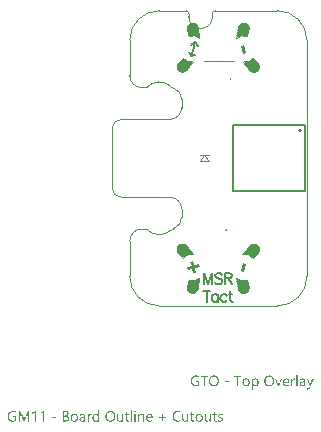
<source format=gto>
G04*
G04 #@! TF.GenerationSoftware,Altium Limited,Altium Designer,22.11.1 (43)*
G04*
G04 Layer_Color=65535*
%FSAX26Y26*%
%MOIN*%
G70*
G04*
G04 #@! TF.SameCoordinates,345A39FD-F609-404A-8C7F-D1080D3B892E*
G04*
G04*
G04 #@! TF.FilePolarity,Positive*
G04*
G01*
G75*
%ADD10C,0.005906*%
%ADD11C,0.007874*%
%ADD12C,0.003937*%
%ADD13C,0.012992*%
%ADD14C,0.039370*%
%ADD15C,0.005000*%
%ADD16C,0.006693*%
G36*
X00092404Y00350725D02*
X00081636Y00347840D01*
X00074481Y00374544D01*
X00085249Y00377429D01*
X00092404Y00350725D01*
X00092404Y00350725D02*
G37*
G36*
X00092064Y-00351992D02*
X00084909Y-00378696D01*
X00074142Y-00375810D01*
X00081297Y-00349107D01*
X00092064Y-00351992D01*
X00092064Y-00351992D02*
G37*
G36*
X-00079765Y-00357259D02*
X-00065282Y-00353378D01*
X-00062694Y-00363034D01*
X-00077178Y-00366914D01*
X-00073310Y-00381348D01*
X-00082965Y-00383935D01*
X-00086833Y-00369502D01*
X-00101415Y-00373409D01*
X-00104002Y-00363753D01*
X-00089420Y-00359846D01*
X-00093341Y-00345215D01*
X-00083685Y-00342628D01*
X-00079765Y-00357259D01*
X-00079765Y-00357259D02*
G37*
G36*
X-00072800Y-00723589D02*
X-00072306Y-00723620D01*
X-00071719Y-00723651D01*
X-00071101Y-00723713D01*
X-00070390Y-00723805D01*
X-00069648Y-00723898D01*
X-00068876Y-00724022D01*
X-00068073Y-00724176D01*
X-00067269Y-00724362D01*
X-00066466Y-00724578D01*
X-00065662Y-00724825D01*
X-00064859Y-00725103D01*
X-00064117Y-00725443D01*
X-00064117Y-00729985D01*
X-00064179Y-00729955D01*
X-00064303Y-00729862D01*
X-00064550Y-00729738D01*
X-00064859Y-00729553D01*
X-00065292Y-00729367D01*
X-00065786Y-00729120D01*
X-00066342Y-00728904D01*
X-00066991Y-00728626D01*
X-00067671Y-00728379D01*
X-00068443Y-00728131D01*
X-00069278Y-00727915D01*
X-00070174Y-00727730D01*
X-00071132Y-00727544D01*
X-00072121Y-00727421D01*
X-00073140Y-00727328D01*
X-00074222Y-00727297D01*
X-00074469Y-00727297D01*
X-00074778Y-00727328D01*
X-00075210Y-00727359D01*
X-00075705Y-00727421D01*
X-00076292Y-00727513D01*
X-00076941Y-00727637D01*
X-00077652Y-00727792D01*
X-00078393Y-00728008D01*
X-00079166Y-00728286D01*
X-00079969Y-00728626D01*
X-00080803Y-00729028D01*
X-00081607Y-00729491D01*
X-00082379Y-00730016D01*
X-00083152Y-00730665D01*
X-00083893Y-00731376D01*
X-00083924Y-00731407D01*
X-00084048Y-00731561D01*
X-00084233Y-00731778D01*
X-00084481Y-00732117D01*
X-00084759Y-00732519D01*
X-00085099Y-00732983D01*
X-00085438Y-00733570D01*
X-00085778Y-00734219D01*
X-00086118Y-00734929D01*
X-00086458Y-00735733D01*
X-00086798Y-00736598D01*
X-00087076Y-00737525D01*
X-00087323Y-00738514D01*
X-00087509Y-00739564D01*
X-00087632Y-00740708D01*
X-00087663Y-00741882D01*
X-00087663Y-00741913D01*
X-00087663Y-00741944D01*
X-00087663Y-00742036D01*
X-00087663Y-00742160D01*
X-00087663Y-00742345D01*
X-00087632Y-00742531D01*
X-00087601Y-00742994D01*
X-00087570Y-00743551D01*
X-00087478Y-00744199D01*
X-00087385Y-00744910D01*
X-00087231Y-00745683D01*
X-00087045Y-00746517D01*
X-00086798Y-00747382D01*
X-00086520Y-00748247D01*
X-00086180Y-00749143D01*
X-00085778Y-00750009D01*
X-00085315Y-00750843D01*
X-00084790Y-00751646D01*
X-00084171Y-00752388D01*
X-00084141Y-00752419D01*
X-00084017Y-00752542D01*
X-00083801Y-00752728D01*
X-00083523Y-00752975D01*
X-00083183Y-00753253D01*
X-00082750Y-00753593D01*
X-00082256Y-00753933D01*
X-00081669Y-00754273D01*
X-00081020Y-00754644D01*
X-00080309Y-00754984D01*
X-00079537Y-00755293D01*
X-00078671Y-00755601D01*
X-00077775Y-00755849D01*
X-00076786Y-00756034D01*
X-00075767Y-00756158D01*
X-00074654Y-00756189D01*
X-00074253Y-00756189D01*
X-00073975Y-00756158D01*
X-00073604Y-00756127D01*
X-00073202Y-00756096D01*
X-00072739Y-00756065D01*
X-00072213Y-00755972D01*
X-00071688Y-00755910D01*
X-00071101Y-00755787D01*
X-00069927Y-00755509D01*
X-00069309Y-00755323D01*
X-00068722Y-00755076D01*
X-00068134Y-00754829D01*
X-00067547Y-00754551D01*
X-00067547Y-00744694D01*
X-00075241Y-00744694D01*
X-00075241Y-00740955D01*
X-00063407Y-00740955D01*
X-00063407Y-00756899D01*
X-00063468Y-00756930D01*
X-00063654Y-00757023D01*
X-00063932Y-00757177D01*
X-00064334Y-00757363D01*
X-00064828Y-00757579D01*
X-00065415Y-00757826D01*
X-00066095Y-00758104D01*
X-00066868Y-00758383D01*
X-00067702Y-00758661D01*
X-00068629Y-00758939D01*
X-00069587Y-00759186D01*
X-00070606Y-00759402D01*
X-00071688Y-00759588D01*
X-00072831Y-00759742D01*
X-00073975Y-00759835D01*
X-00075180Y-00759866D01*
X-00075519Y-00759866D01*
X-00075674Y-00759835D01*
X-00075890Y-00759835D01*
X-00076138Y-00759804D01*
X-00076416Y-00759804D01*
X-00077064Y-00759711D01*
X-00077806Y-00759619D01*
X-00078609Y-00759464D01*
X-00079506Y-00759248D01*
X-00080463Y-00759000D01*
X-00081452Y-00758692D01*
X-00082472Y-00758290D01*
X-00083492Y-00757826D01*
X-00084511Y-00757270D01*
X-00085500Y-00756621D01*
X-00086458Y-00755880D01*
X-00087354Y-00755045D01*
X-00087416Y-00754984D01*
X-00087540Y-00754829D01*
X-00087787Y-00754551D01*
X-00088065Y-00754149D01*
X-00088436Y-00753686D01*
X-00088806Y-00753099D01*
X-00089239Y-00752388D01*
X-00089672Y-00751615D01*
X-00090104Y-00750750D01*
X-00090537Y-00749761D01*
X-00090908Y-00748711D01*
X-00091278Y-00747567D01*
X-00091557Y-00746362D01*
X-00091804Y-00745034D01*
X-00091927Y-00743643D01*
X-00091989Y-00742191D01*
X-00091989Y-00742160D01*
X-00091989Y-00742098D01*
X-00091989Y-00741975D01*
X-00091989Y-00741820D01*
X-00091958Y-00741635D01*
X-00091958Y-00741388D01*
X-00091927Y-00741140D01*
X-00091897Y-00740831D01*
X-00091866Y-00740491D01*
X-00091835Y-00740152D01*
X-00091711Y-00739348D01*
X-00091557Y-00738421D01*
X-00091340Y-00737463D01*
X-00091062Y-00736413D01*
X-00090722Y-00735331D01*
X-00090321Y-00734219D01*
X-00089826Y-00733106D01*
X-00089208Y-00731994D01*
X-00088528Y-00730881D01*
X-00087725Y-00729831D01*
X-00086829Y-00728811D01*
X-00086767Y-00728749D01*
X-00086582Y-00728595D01*
X-00086304Y-00728317D01*
X-00085902Y-00727977D01*
X-00085377Y-00727606D01*
X-00084790Y-00727143D01*
X-00084079Y-00726679D01*
X-00083245Y-00726185D01*
X-00082348Y-00725690D01*
X-00081360Y-00725227D01*
X-00080309Y-00724763D01*
X-00079135Y-00724393D01*
X-00077899Y-00724053D01*
X-00076601Y-00723774D01*
X-00075210Y-00723620D01*
X-00073758Y-00723558D01*
X-00073202Y-00723558D01*
X-00072800Y-00723589D01*
X-00072800Y-00723589D02*
G37*
G36*
X00124836Y-00733632D02*
X00125176Y-00733663D01*
X00125578Y-00733693D01*
X00126041Y-00733786D01*
X00126567Y-00733879D01*
X00127154Y-00734033D01*
X00127741Y-00734219D01*
X00128359Y-00734435D01*
X00128977Y-00734713D01*
X00129626Y-00735022D01*
X00130244Y-00735424D01*
X00130831Y-00735887D01*
X00131418Y-00736413D01*
X00131943Y-00737000D01*
X00131974Y-00737031D01*
X00132067Y-00737154D01*
X00132190Y-00737340D01*
X00132376Y-00737618D01*
X00132561Y-00737958D01*
X00132808Y-00738359D01*
X00133055Y-00738854D01*
X00133303Y-00739379D01*
X00133550Y-00739997D01*
X00133797Y-00740677D01*
X00134044Y-00741418D01*
X00134230Y-00742222D01*
X00134415Y-00743087D01*
X00134539Y-00744014D01*
X00134631Y-00745003D01*
X00134662Y-00746023D01*
X00134662Y-00746053D01*
X00134662Y-00746084D01*
X00134662Y-00746177D01*
X00134662Y-00746301D01*
X00134631Y-00746640D01*
X00134601Y-00747073D01*
X00134570Y-00747598D01*
X00134508Y-00748216D01*
X00134415Y-00748896D01*
X00134292Y-00749638D01*
X00134106Y-00750410D01*
X00133921Y-00751245D01*
X00133673Y-00752079D01*
X00133364Y-00752913D01*
X00133025Y-00753747D01*
X00132623Y-00754582D01*
X00132129Y-00755354D01*
X00131603Y-00756096D01*
X00131572Y-00756127D01*
X00131449Y-00756250D01*
X00131294Y-00756436D01*
X00131047Y-00756683D01*
X00130738Y-00756961D01*
X00130367Y-00757301D01*
X00129904Y-00757641D01*
X00129409Y-00757981D01*
X00128853Y-00758321D01*
X00128204Y-00758661D01*
X00127524Y-00759000D01*
X00126783Y-00759279D01*
X00125979Y-00759526D01*
X00125114Y-00759711D01*
X00124187Y-00759835D01*
X00123229Y-00759866D01*
X00123013Y-00759866D01*
X00122766Y-00759835D01*
X00122426Y-00759804D01*
X00122024Y-00759742D01*
X00121561Y-00759649D01*
X00121035Y-00759526D01*
X00120448Y-00759340D01*
X00119861Y-00759124D01*
X00119243Y-00758846D01*
X00118625Y-00758506D01*
X00117976Y-00758104D01*
X00117358Y-00757610D01*
X00116771Y-00757054D01*
X00116215Y-00756405D01*
X00115690Y-00755663D01*
X00115597Y-00755663D01*
X00115597Y-00770804D01*
X00111580Y-00770804D01*
X00111580Y-00734188D01*
X00115597Y-00734188D01*
X00115597Y-00738606D01*
X00115690Y-00738606D01*
X00115721Y-00738545D01*
X00115844Y-00738390D01*
X00115999Y-00738143D01*
X00116246Y-00737834D01*
X00116555Y-00737432D01*
X00116926Y-00737031D01*
X00117389Y-00736567D01*
X00117884Y-00736104D01*
X00118471Y-00735640D01*
X00119120Y-00735177D01*
X00119830Y-00734775D01*
X00120603Y-00734373D01*
X00121437Y-00734064D01*
X00122364Y-00733817D01*
X00123322Y-00733663D01*
X00124373Y-00733601D01*
X00124589Y-00733601D01*
X00124836Y-00733632D01*
X00124836Y-00733632D02*
G37*
G36*
X00254184Y-00733786D02*
X00254523Y-00733786D01*
X00254894Y-00733848D01*
X00255296Y-00733910D01*
X00255698Y-00733971D01*
X00256038Y-00734095D01*
X00256038Y-00738267D01*
X00255976Y-00738236D01*
X00255852Y-00738143D01*
X00255605Y-00738019D01*
X00255265Y-00737865D01*
X00254802Y-00737710D01*
X00254307Y-00737587D01*
X00253689Y-00737494D01*
X00252978Y-00737463D01*
X00252731Y-00737463D01*
X00252546Y-00737494D01*
X00252329Y-00737525D01*
X00252082Y-00737587D01*
X00251495Y-00737772D01*
X00251155Y-00737896D01*
X00250815Y-00738050D01*
X00250445Y-00738267D01*
X00250074Y-00738483D01*
X00249734Y-00738761D01*
X00249363Y-00739101D01*
X00249023Y-00739472D01*
X00248683Y-00739904D01*
X00248652Y-00739935D01*
X00248621Y-00740028D01*
X00248529Y-00740152D01*
X00248405Y-00740337D01*
X00248282Y-00740584D01*
X00248127Y-00740893D01*
X00247973Y-00741233D01*
X00247818Y-00741635D01*
X00247664Y-00742067D01*
X00247509Y-00742562D01*
X00247355Y-00743118D01*
X00247231Y-00743705D01*
X00247107Y-00744354D01*
X00247015Y-00745034D01*
X00246984Y-00745744D01*
X00246953Y-00746517D01*
X00246953Y-00759279D01*
X00242936Y-00759279D01*
X00242936Y-00734188D01*
X00246953Y-00734188D01*
X00246953Y-00739379D01*
X00247046Y-00739379D01*
X00247046Y-00739348D01*
X00247077Y-00739255D01*
X00247138Y-00739132D01*
X00247200Y-00738946D01*
X00247293Y-00738730D01*
X00247416Y-00738452D01*
X00247695Y-00737865D01*
X00248065Y-00737185D01*
X00248529Y-00736505D01*
X00249054Y-00735856D01*
X00249672Y-00735238D01*
X00249703Y-00735207D01*
X00249765Y-00735177D01*
X00249857Y-00735115D01*
X00249981Y-00734991D01*
X00250136Y-00734899D01*
X00250352Y-00734775D01*
X00250815Y-00734497D01*
X00251403Y-00734219D01*
X00252082Y-00733971D01*
X00252824Y-00733817D01*
X00253226Y-00733786D01*
X00253627Y-00733755D01*
X00253875Y-00733755D01*
X00254184Y-00733786D01*
X00254184Y-00733786D02*
G37*
G36*
X00034917Y-00746888D02*
X00021537Y-00746888D01*
X00021537Y-00743736D01*
X00034917Y-00743736D01*
X00034917Y-00746888D01*
X00034917Y-00746888D02*
G37*
G36*
X00306497Y-00763296D02*
X00306497Y-00763327D01*
X00306466Y-00763388D01*
X00306404Y-00763481D01*
X00306343Y-00763635D01*
X00306281Y-00763821D01*
X00306188Y-00764006D01*
X00305941Y-00764501D01*
X00305601Y-00765088D01*
X00305230Y-00765768D01*
X00304767Y-00766447D01*
X00304241Y-00767189D01*
X00303654Y-00767900D01*
X00303005Y-00768610D01*
X00302295Y-00769290D01*
X00301522Y-00769877D01*
X00300688Y-00770372D01*
X00300255Y-00770557D01*
X00299792Y-00770742D01*
X00299328Y-00770897D01*
X00298834Y-00770990D01*
X00298340Y-00771052D01*
X00297814Y-00771082D01*
X00297567Y-00771082D01*
X00297258Y-00771052D01*
X00296887Y-00771052D01*
X00296486Y-00770990D01*
X00296053Y-00770928D01*
X00295589Y-00770866D01*
X00295188Y-00770742D01*
X00295188Y-00767158D01*
X00295250Y-00767189D01*
X00295404Y-00767220D01*
X00295651Y-00767282D01*
X00295960Y-00767374D01*
X00296331Y-00767467D01*
X00296733Y-00767529D01*
X00297165Y-00767560D01*
X00297567Y-00767591D01*
X00297691Y-00767591D01*
X00297845Y-00767560D01*
X00298062Y-00767529D01*
X00298309Y-00767467D01*
X00298618Y-00767405D01*
X00298927Y-00767282D01*
X00299298Y-00767127D01*
X00299637Y-00766942D01*
X00300039Y-00766695D01*
X00300410Y-00766417D01*
X00300781Y-00766077D01*
X00301151Y-00765644D01*
X00301522Y-00765181D01*
X00301831Y-00764624D01*
X00302140Y-00763975D01*
X00304149Y-00759248D01*
X00294353Y-00734188D01*
X00298803Y-00734188D01*
X00305601Y-00753500D01*
X00305601Y-00753531D01*
X00305632Y-00753593D01*
X00305663Y-00753686D01*
X00305725Y-00753871D01*
X00305786Y-00754118D01*
X00305848Y-00754458D01*
X00305972Y-00754891D01*
X00306096Y-00755416D01*
X00306250Y-00755416D01*
X00306250Y-00755385D01*
X00306281Y-00755293D01*
X00306312Y-00755169D01*
X00306374Y-00754953D01*
X00306435Y-00754705D01*
X00306497Y-00754396D01*
X00306621Y-00753995D01*
X00306744Y-00753562D01*
X00313882Y-00734188D01*
X00318023Y-00734188D01*
X00306497Y-00763296D01*
X00306497Y-00763296D02*
G37*
G36*
X00202395Y-00759279D02*
X00198440Y-00759279D01*
X00188954Y-00734188D01*
X00193341Y-00734188D01*
X00199738Y-00752419D01*
X00199738Y-00752450D01*
X00199769Y-00752511D01*
X00199799Y-00752604D01*
X00199861Y-00752759D01*
X00199923Y-00752944D01*
X00199985Y-00753130D01*
X00200108Y-00753624D01*
X00200263Y-00754149D01*
X00200417Y-00754736D01*
X00200510Y-00755354D01*
X00200603Y-00755941D01*
X00200696Y-00755941D01*
X00200696Y-00755910D01*
X00200696Y-00755849D01*
X00200726Y-00755756D01*
X00200757Y-00755632D01*
X00200757Y-00755447D01*
X00200819Y-00755262D01*
X00200881Y-00754798D01*
X00201005Y-00754273D01*
X00201128Y-00753717D01*
X00201314Y-00753130D01*
X00201499Y-00752542D01*
X00208143Y-00734188D01*
X00212376Y-00734188D01*
X00202395Y-00759279D01*
X00202395Y-00759279D02*
G37*
G36*
X00282024Y-00733632D02*
X00282241Y-00733632D01*
X00282457Y-00733663D01*
X00282735Y-00733693D01*
X00283044Y-00733755D01*
X00283693Y-00733879D01*
X00284466Y-00734095D01*
X00285238Y-00734373D01*
X00286072Y-00734775D01*
X00286907Y-00735269D01*
X00287308Y-00735547D01*
X00287710Y-00735887D01*
X00288081Y-00736258D01*
X00288452Y-00736629D01*
X00288791Y-00737062D01*
X00289101Y-00737556D01*
X00289409Y-00738050D01*
X00289688Y-00738606D01*
X00289904Y-00739225D01*
X00290120Y-00739873D01*
X00290275Y-00740553D01*
X00290398Y-00741326D01*
X00290460Y-00742098D01*
X00290491Y-00742963D01*
X00290491Y-00759279D01*
X00286474Y-00759279D01*
X00286474Y-00755385D01*
X00286381Y-00755385D01*
X00286350Y-00755447D01*
X00286258Y-00755571D01*
X00286103Y-00755787D01*
X00285887Y-00756096D01*
X00285609Y-00756436D01*
X00285269Y-00756807D01*
X00284898Y-00757208D01*
X00284435Y-00757610D01*
X00283909Y-00758043D01*
X00283353Y-00758444D01*
X00282704Y-00758815D01*
X00282024Y-00759155D01*
X00281252Y-00759464D01*
X00280449Y-00759680D01*
X00279583Y-00759804D01*
X00278656Y-00759866D01*
X00278286Y-00759866D01*
X00278038Y-00759835D01*
X00277729Y-00759804D01*
X00277358Y-00759773D01*
X00276957Y-00759711D01*
X00276524Y-00759619D01*
X00275566Y-00759371D01*
X00275103Y-00759217D01*
X00274608Y-00759031D01*
X00274114Y-00758815D01*
X00273651Y-00758537D01*
X00273218Y-00758228D01*
X00272785Y-00757888D01*
X00272754Y-00757857D01*
X00272693Y-00757795D01*
X00272600Y-00757672D01*
X00272445Y-00757517D01*
X00272291Y-00757332D01*
X00272136Y-00757085D01*
X00271920Y-00756807D01*
X00271735Y-00756498D01*
X00271549Y-00756127D01*
X00271364Y-00755725D01*
X00271178Y-00755293D01*
X00271024Y-00754829D01*
X00270870Y-00754335D01*
X00270777Y-00753809D01*
X00270715Y-00753222D01*
X00270684Y-00752635D01*
X00270684Y-00752604D01*
X00270684Y-00752542D01*
X00270684Y-00752450D01*
X00270715Y-00752326D01*
X00270715Y-00752172D01*
X00270746Y-00751986D01*
X00270808Y-00751523D01*
X00270931Y-00750966D01*
X00271117Y-00750348D01*
X00271364Y-00749669D01*
X00271735Y-00748958D01*
X00272167Y-00748247D01*
X00272693Y-00747537D01*
X00273033Y-00747197D01*
X00273372Y-00746857D01*
X00273774Y-00746517D01*
X00274176Y-00746208D01*
X00274639Y-00745899D01*
X00275134Y-00745621D01*
X00275659Y-00745374D01*
X00276246Y-00745126D01*
X00276864Y-00744910D01*
X00277513Y-00744725D01*
X00278224Y-00744570D01*
X00278965Y-00744447D01*
X00286474Y-00743396D01*
X00286474Y-00743365D01*
X00286474Y-00743334D01*
X00286474Y-00743241D01*
X00286474Y-00743118D01*
X00286443Y-00742809D01*
X00286381Y-00742407D01*
X00286320Y-00741913D01*
X00286196Y-00741357D01*
X00286041Y-00740800D01*
X00285825Y-00740182D01*
X00285547Y-00739595D01*
X00285207Y-00739008D01*
X00284805Y-00738483D01*
X00284311Y-00737989D01*
X00283693Y-00737587D01*
X00283013Y-00737278D01*
X00282642Y-00737154D01*
X00282210Y-00737062D01*
X00281777Y-00737031D01*
X00281314Y-00737000D01*
X00281097Y-00737000D01*
X00280881Y-00737031D01*
X00280541Y-00737062D01*
X00280139Y-00737092D01*
X00279676Y-00737154D01*
X00279151Y-00737247D01*
X00278594Y-00737370D01*
X00277976Y-00737556D01*
X00277328Y-00737741D01*
X00276648Y-00737989D01*
X00275937Y-00738298D01*
X00275226Y-00738668D01*
X00274516Y-00739070D01*
X00273805Y-00739534D01*
X00273125Y-00740090D01*
X00273125Y-00735980D01*
X00273156Y-00735949D01*
X00273280Y-00735887D01*
X00273496Y-00735764D01*
X00273774Y-00735609D01*
X00274145Y-00735424D01*
X00274547Y-00735238D01*
X00275041Y-00735022D01*
X00275597Y-00734775D01*
X00276184Y-00734559D01*
X00276833Y-00734342D01*
X00277544Y-00734157D01*
X00278286Y-00733971D01*
X00279089Y-00733817D01*
X00279892Y-00733693D01*
X00280757Y-00733632D01*
X00281654Y-00733601D01*
X00281870Y-00733601D01*
X00282024Y-00733632D01*
X00282024Y-00733632D02*
G37*
G36*
X00264411Y-00759279D02*
X00260394Y-00759279D01*
X00260394Y-00722137D01*
X00264411Y-00722137D01*
X00264411Y-00759279D01*
X00264411Y-00759279D02*
G37*
G36*
X00077188Y-00727884D02*
X00067053Y-00727884D01*
X00067053Y-00759279D01*
X00062943Y-00759279D01*
X00062943Y-00727884D01*
X00052808Y-00727884D01*
X00052808Y-00724145D01*
X00077188Y-00724145D01*
X00077188Y-00727884D01*
X00077188Y-00727884D02*
G37*
G36*
X-00034484Y-00727884D02*
X-00044620Y-00727884D01*
X-00044620Y-00759279D01*
X-00048729Y-00759279D01*
X-00048729Y-00727884D01*
X-00058864Y-00727884D01*
X-00058864Y-00724145D01*
X-00034484Y-00724145D01*
X-00034484Y-00727884D01*
X-00034484Y-00727884D02*
G37*
G36*
X00227022Y-00733632D02*
X00227362Y-00733663D01*
X00227795Y-00733693D01*
X00228258Y-00733755D01*
X00228784Y-00733879D01*
X00229340Y-00734002D01*
X00229958Y-00734157D01*
X00230576Y-00734373D01*
X00231194Y-00734651D01*
X00231843Y-00734960D01*
X00232461Y-00735331D01*
X00233048Y-00735764D01*
X00233635Y-00736258D01*
X00234160Y-00736814D01*
X00234191Y-00736845D01*
X00234284Y-00736969D01*
X00234407Y-00737154D01*
X00234593Y-00737401D01*
X00234778Y-00737710D01*
X00235025Y-00738112D01*
X00235273Y-00738576D01*
X00235520Y-00739101D01*
X00235767Y-00739719D01*
X00236014Y-00740368D01*
X00236262Y-00741109D01*
X00236447Y-00741882D01*
X00236632Y-00742747D01*
X00236756Y-00743643D01*
X00236849Y-00744632D01*
X00236880Y-00745652D01*
X00236880Y-00747753D01*
X00219143Y-00747753D01*
X00219143Y-00747815D01*
X00219143Y-00747938D01*
X00219174Y-00748155D01*
X00219205Y-00748433D01*
X00219236Y-00748803D01*
X00219297Y-00749205D01*
X00219359Y-00749638D01*
X00219483Y-00750132D01*
X00219761Y-00751183D01*
X00219946Y-00751708D01*
X00220163Y-00752264D01*
X00220410Y-00752790D01*
X00220688Y-00753315D01*
X00221028Y-00753778D01*
X00221399Y-00754242D01*
X00221429Y-00754273D01*
X00221491Y-00754335D01*
X00221615Y-00754458D01*
X00221800Y-00754582D01*
X00222017Y-00754767D01*
X00222295Y-00754953D01*
X00222604Y-00755169D01*
X00222944Y-00755354D01*
X00223345Y-00755571D01*
X00223809Y-00755787D01*
X00224272Y-00755972D01*
X00224828Y-00756158D01*
X00225385Y-00756281D01*
X00226003Y-00756405D01*
X00226652Y-00756467D01*
X00227331Y-00756498D01*
X00227517Y-00756498D01*
X00227733Y-00756467D01*
X00228042Y-00756467D01*
X00228413Y-00756405D01*
X00228845Y-00756343D01*
X00229340Y-00756250D01*
X00229896Y-00756158D01*
X00230483Y-00756003D01*
X00231101Y-00755818D01*
X00231750Y-00755601D01*
X00232399Y-00755323D01*
X00233079Y-00755014D01*
X00233759Y-00754644D01*
X00234438Y-00754211D01*
X00235118Y-00753717D01*
X00235118Y-00757486D01*
X00235087Y-00757517D01*
X00234964Y-00757579D01*
X00234778Y-00757703D01*
X00234531Y-00757857D01*
X00234191Y-00758043D01*
X00233790Y-00758228D01*
X00233326Y-00758444D01*
X00232801Y-00758661D01*
X00232183Y-00758908D01*
X00231534Y-00759124D01*
X00230823Y-00759309D01*
X00230051Y-00759495D01*
X00229216Y-00759649D01*
X00228320Y-00759773D01*
X00227362Y-00759835D01*
X00226374Y-00759866D01*
X00226126Y-00759866D01*
X00225879Y-00759835D01*
X00225508Y-00759804D01*
X00225045Y-00759773D01*
X00224519Y-00759680D01*
X00223963Y-00759588D01*
X00223345Y-00759433D01*
X00222696Y-00759248D01*
X00222017Y-00759031D01*
X00221306Y-00758753D01*
X00220626Y-00758444D01*
X00219915Y-00758043D01*
X00219267Y-00757579D01*
X00218618Y-00757054D01*
X00218030Y-00756467D01*
X00218000Y-00756436D01*
X00217907Y-00756312D01*
X00217752Y-00756096D01*
X00217567Y-00755818D01*
X00217320Y-00755478D01*
X00217073Y-00755045D01*
X00216794Y-00754551D01*
X00216516Y-00753964D01*
X00216238Y-00753346D01*
X00215960Y-00752604D01*
X00215713Y-00751832D01*
X00215466Y-00750966D01*
X00215280Y-00750039D01*
X00215126Y-00749051D01*
X00215033Y-00747969D01*
X00215002Y-00746857D01*
X00215002Y-00746826D01*
X00215002Y-00746795D01*
X00215002Y-00746702D01*
X00215002Y-00746610D01*
X00215033Y-00746301D01*
X00215064Y-00745868D01*
X00215095Y-00745374D01*
X00215188Y-00744817D01*
X00215280Y-00744168D01*
X00215404Y-00743458D01*
X00215589Y-00742716D01*
X00215806Y-00741944D01*
X00216084Y-00741140D01*
X00216393Y-00740337D01*
X00216764Y-00739564D01*
X00217227Y-00738761D01*
X00217721Y-00738019D01*
X00218309Y-00737309D01*
X00218339Y-00737278D01*
X00218463Y-00737154D01*
X00218649Y-00736969D01*
X00218896Y-00736722D01*
X00219236Y-00736443D01*
X00219637Y-00736135D01*
X00220070Y-00735795D01*
X00220595Y-00735455D01*
X00221151Y-00735115D01*
X00221800Y-00734775D01*
X00222480Y-00734466D01*
X00223191Y-00734188D01*
X00223963Y-00733941D01*
X00224798Y-00733755D01*
X00225663Y-00733632D01*
X00226559Y-00733601D01*
X00226775Y-00733601D01*
X00227022Y-00733632D01*
X00227022Y-00733632D02*
G37*
G36*
X00170630Y-00723589D02*
X00170846Y-00723589D01*
X00171062Y-00723620D01*
X00171341Y-00723620D01*
X00171959Y-00723713D01*
X00172669Y-00723805D01*
X00173473Y-00723960D01*
X00174338Y-00724176D01*
X00175234Y-00724423D01*
X00176192Y-00724763D01*
X00177150Y-00725165D01*
X00178139Y-00725629D01*
X00179127Y-00726185D01*
X00180054Y-00726834D01*
X00180981Y-00727606D01*
X00181847Y-00728471D01*
X00181908Y-00728533D01*
X00182032Y-00728688D01*
X00182248Y-00728966D01*
X00182557Y-00729367D01*
X00182866Y-00729862D01*
X00183268Y-00730449D01*
X00183670Y-00731129D01*
X00184071Y-00731901D01*
X00184473Y-00732797D01*
X00184875Y-00733755D01*
X00185276Y-00734806D01*
X00185616Y-00735949D01*
X00185894Y-00737185D01*
X00186111Y-00738483D01*
X00186234Y-00739842D01*
X00186296Y-00741295D01*
X00186296Y-00741326D01*
X00186296Y-00741388D01*
X00186296Y-00741511D01*
X00186296Y-00741666D01*
X00186265Y-00741882D01*
X00186265Y-00742129D01*
X00186234Y-00742407D01*
X00186234Y-00742716D01*
X00186203Y-00743056D01*
X00186173Y-00743427D01*
X00186049Y-00744261D01*
X00185925Y-00745219D01*
X00185740Y-00746208D01*
X00185493Y-00747289D01*
X00185184Y-00748402D01*
X00184813Y-00749514D01*
X00184380Y-00750658D01*
X00183855Y-00751770D01*
X00183237Y-00752882D01*
X00182526Y-00753902D01*
X00181723Y-00754891D01*
X00181661Y-00754953D01*
X00181507Y-00755107D01*
X00181260Y-00755354D01*
X00180889Y-00755663D01*
X00180425Y-00756034D01*
X00179869Y-00756467D01*
X00179251Y-00756899D01*
X00178509Y-00757363D01*
X00177675Y-00757826D01*
X00176748Y-00758290D01*
X00175759Y-00758722D01*
X00174678Y-00759093D01*
X00173504Y-00759402D01*
X00172268Y-00759649D01*
X00170939Y-00759804D01*
X00169548Y-00759866D01*
X00169208Y-00759866D01*
X00169054Y-00759835D01*
X00168838Y-00759835D01*
X00168590Y-00759804D01*
X00168312Y-00759773D01*
X00167663Y-00759711D01*
X00166953Y-00759619D01*
X00166119Y-00759464D01*
X00165253Y-00759248D01*
X00164295Y-00759000D01*
X00163338Y-00758661D01*
X00162349Y-00758259D01*
X00161329Y-00757795D01*
X00160340Y-00757239D01*
X00159382Y-00756559D01*
X00158424Y-00755818D01*
X00157559Y-00754953D01*
X00157497Y-00754891D01*
X00157374Y-00754736D01*
X00157157Y-00754458D01*
X00156849Y-00754057D01*
X00156509Y-00753562D01*
X00156138Y-00752975D01*
X00155736Y-00752295D01*
X00155334Y-00751492D01*
X00154902Y-00750627D01*
X00154500Y-00749669D01*
X00154129Y-00748618D01*
X00153789Y-00747475D01*
X00153480Y-00746239D01*
X00153264Y-00744941D01*
X00153141Y-00743581D01*
X00153079Y-00742129D01*
X00153079Y-00742098D01*
X00153079Y-00742036D01*
X00153079Y-00741913D01*
X00153079Y-00741758D01*
X00153110Y-00741542D01*
X00153110Y-00741326D01*
X00153141Y-00741048D01*
X00153141Y-00740739D01*
X00153171Y-00740399D01*
X00153233Y-00739997D01*
X00153326Y-00739194D01*
X00153450Y-00738267D01*
X00153666Y-00737278D01*
X00153882Y-00736196D01*
X00154191Y-00735115D01*
X00154562Y-00734002D01*
X00154994Y-00732859D01*
X00155520Y-00731747D01*
X00156138Y-00730665D01*
X00156849Y-00729615D01*
X00157652Y-00728626D01*
X00157714Y-00728564D01*
X00157868Y-00728409D01*
X00158115Y-00728162D01*
X00158486Y-00727822D01*
X00158950Y-00727452D01*
X00159537Y-00727019D01*
X00160186Y-00726556D01*
X00160927Y-00726092D01*
X00161792Y-00725629D01*
X00162720Y-00725165D01*
X00163739Y-00724732D01*
X00164852Y-00724362D01*
X00166057Y-00724022D01*
X00167324Y-00723774D01*
X00168683Y-00723620D01*
X00170136Y-00723558D01*
X00170445Y-00723558D01*
X00170630Y-00723589D01*
X00170630Y-00723589D02*
G37*
G36*
X00093782Y-00733632D02*
X00094183Y-00733663D01*
X00094647Y-00733693D01*
X00095203Y-00733786D01*
X00095790Y-00733879D01*
X00096439Y-00734033D01*
X00097150Y-00734219D01*
X00097860Y-00734435D01*
X00098571Y-00734713D01*
X00099313Y-00735053D01*
X00100023Y-00735455D01*
X00100734Y-00735918D01*
X00101383Y-00736443D01*
X00102001Y-00737062D01*
X00102032Y-00737092D01*
X00102125Y-00737216D01*
X00102279Y-00737432D01*
X00102495Y-00737710D01*
X00102743Y-00738050D01*
X00102990Y-00738483D01*
X00103299Y-00738977D01*
X00103577Y-00739564D01*
X00103886Y-00740213D01*
X00104164Y-00740924D01*
X00104411Y-00741697D01*
X00104658Y-00742562D01*
X00104875Y-00743489D01*
X00105029Y-00744477D01*
X00105122Y-00745528D01*
X00105153Y-00746640D01*
X00105153Y-00746671D01*
X00105153Y-00746702D01*
X00105153Y-00746795D01*
X00105153Y-00746919D01*
X00105122Y-00747228D01*
X00105091Y-00747629D01*
X00105060Y-00748155D01*
X00104967Y-00748742D01*
X00104875Y-00749391D01*
X00104720Y-00750101D01*
X00104535Y-00750843D01*
X00104319Y-00751646D01*
X00104040Y-00752450D01*
X00103731Y-00753253D01*
X00103330Y-00754057D01*
X00102866Y-00754829D01*
X00102341Y-00755571D01*
X00101754Y-00756281D01*
X00101723Y-00756312D01*
X00101599Y-00756436D01*
X00101414Y-00756621D01*
X00101136Y-00756837D01*
X00100796Y-00757116D01*
X00100394Y-00757425D01*
X00099900Y-00757734D01*
X00099344Y-00758073D01*
X00098726Y-00758413D01*
X00098046Y-00758722D01*
X00097304Y-00759031D01*
X00096501Y-00759309D01*
X00095605Y-00759526D01*
X00094678Y-00759711D01*
X00093720Y-00759835D01*
X00092669Y-00759866D01*
X00092422Y-00759866D01*
X00092144Y-00759835D01*
X00091742Y-00759804D01*
X00091279Y-00759773D01*
X00090722Y-00759680D01*
X00090135Y-00759588D01*
X00089487Y-00759433D01*
X00088776Y-00759248D01*
X00088065Y-00759000D01*
X00087323Y-00758722D01*
X00086582Y-00758383D01*
X00085840Y-00757981D01*
X00085099Y-00757517D01*
X00084419Y-00756992D01*
X00083770Y-00756374D01*
X00083739Y-00756343D01*
X00083615Y-00756220D01*
X00083461Y-00756003D01*
X00083245Y-00755725D01*
X00082998Y-00755385D01*
X00082719Y-00754953D01*
X00082441Y-00754458D01*
X00082132Y-00753871D01*
X00081823Y-00753253D01*
X00081514Y-00752542D01*
X00081236Y-00751770D01*
X00080989Y-00750936D01*
X00080773Y-00750070D01*
X00080618Y-00749112D01*
X00080495Y-00748093D01*
X00080464Y-00747042D01*
X00080464Y-00747011D01*
X00080464Y-00746980D01*
X00080464Y-00746888D01*
X00080464Y-00746764D01*
X00080495Y-00746424D01*
X00080525Y-00745992D01*
X00080556Y-00745466D01*
X00080649Y-00744848D01*
X00080742Y-00744168D01*
X00080896Y-00743427D01*
X00081082Y-00742654D01*
X00081298Y-00741851D01*
X00081576Y-00741017D01*
X00081916Y-00740182D01*
X00082318Y-00739379D01*
X00082750Y-00738606D01*
X00083276Y-00737865D01*
X00083894Y-00737154D01*
X00083924Y-00737123D01*
X00084048Y-00737000D01*
X00084264Y-00736814D01*
X00084543Y-00736598D01*
X00084882Y-00736320D01*
X00085315Y-00736042D01*
X00085809Y-00735702D01*
X00086366Y-00735362D01*
X00086984Y-00735053D01*
X00087694Y-00734713D01*
X00088467Y-00734435D01*
X00089301Y-00734157D01*
X00090197Y-00733941D01*
X00091155Y-00733755D01*
X00092175Y-00733632D01*
X00093256Y-00733601D01*
X00093504Y-00733601D01*
X00093782Y-00733632D01*
X00093782Y-00733632D02*
G37*
G36*
X-00013720Y-00723589D02*
X-00013503Y-00723589D01*
X-00013287Y-00723620D01*
X-00013009Y-00723620D01*
X-00012391Y-00723713D01*
X-00011680Y-00723805D01*
X-00010877Y-00723960D01*
X-00010011Y-00724176D01*
X-00009115Y-00724423D01*
X-00008158Y-00724763D01*
X-00007200Y-00725165D01*
X-00006211Y-00725629D01*
X-00005222Y-00726185D01*
X-00004295Y-00726834D01*
X-00003368Y-00727606D01*
X-00002503Y-00728471D01*
X-00002441Y-00728533D01*
X-00002317Y-00728688D01*
X-00002101Y-00728966D01*
X-00001792Y-00729367D01*
X-00001483Y-00729862D01*
X-00001081Y-00730449D01*
X-00000680Y-00731129D01*
X-00000278Y-00731901D01*
X00000124Y-00732797D01*
X00000525Y-00733755D01*
X00000927Y-00734806D01*
X00001267Y-00735949D01*
X00001545Y-00737185D01*
X00001761Y-00738483D01*
X00001885Y-00739842D01*
X00001947Y-00741295D01*
X00001947Y-00741326D01*
X00001947Y-00741388D01*
X00001947Y-00741511D01*
X00001947Y-00741666D01*
X00001916Y-00741882D01*
X00001916Y-00742129D01*
X00001885Y-00742407D01*
X00001885Y-00742716D01*
X00001854Y-00743056D01*
X00001823Y-00743427D01*
X00001700Y-00744261D01*
X00001576Y-00745219D01*
X00001391Y-00746208D01*
X00001143Y-00747289D01*
X00000834Y-00748402D01*
X00000464Y-00749514D01*
X00000031Y-00750658D01*
X-00000494Y-00751770D01*
X-00001112Y-00752882D01*
X-00001823Y-00753902D01*
X-00002626Y-00754891D01*
X-00002688Y-00754953D01*
X-00002843Y-00755107D01*
X-00003090Y-00755354D01*
X-00003461Y-00755663D01*
X-00003924Y-00756034D01*
X-00004480Y-00756467D01*
X-00005098Y-00756899D01*
X-00005840Y-00757363D01*
X-00006674Y-00757826D01*
X-00007601Y-00758290D01*
X-00008590Y-00758722D01*
X-00009672Y-00759093D01*
X-00010846Y-00759402D01*
X-00012082Y-00759649D01*
X-00013411Y-00759804D01*
X-00014801Y-00759866D01*
X-00015141Y-00759866D01*
X-00015295Y-00759835D01*
X-00015512Y-00759835D01*
X-00015759Y-00759804D01*
X-00016037Y-00759773D01*
X-00016686Y-00759711D01*
X-00017397Y-00759619D01*
X-00018231Y-00759464D01*
X-00019096Y-00759248D01*
X-00020054Y-00759000D01*
X-00021012Y-00758661D01*
X-00022001Y-00758259D01*
X-00023020Y-00757795D01*
X-00024009Y-00757239D01*
X-00024967Y-00756559D01*
X-00025925Y-00755818D01*
X-00026790Y-00754953D01*
X-00026852Y-00754891D01*
X-00026976Y-00754736D01*
X-00027192Y-00754458D01*
X-00027501Y-00754057D01*
X-00027841Y-00753562D01*
X-00028212Y-00752975D01*
X-00028613Y-00752295D01*
X-00029015Y-00751492D01*
X-00029448Y-00750627D01*
X-00029849Y-00749669D01*
X-00030220Y-00748618D01*
X-00030560Y-00747475D01*
X-00030869Y-00746239D01*
X-00031085Y-00744941D01*
X-00031209Y-00743581D01*
X-00031271Y-00742129D01*
X-00031271Y-00742098D01*
X-00031271Y-00742036D01*
X-00031271Y-00741913D01*
X-00031271Y-00741758D01*
X-00031240Y-00741542D01*
X-00031240Y-00741326D01*
X-00031209Y-00741048D01*
X-00031209Y-00740739D01*
X-00031178Y-00740399D01*
X-00031116Y-00739997D01*
X-00031023Y-00739194D01*
X-00030900Y-00738267D01*
X-00030684Y-00737278D01*
X-00030467Y-00736196D01*
X-00030158Y-00735115D01*
X-00029788Y-00734002D01*
X-00029355Y-00732859D01*
X-00028830Y-00731747D01*
X-00028212Y-00730665D01*
X-00027501Y-00729615D01*
X-00026698Y-00728626D01*
X-00026636Y-00728564D01*
X-00026481Y-00728409D01*
X-00026234Y-00728162D01*
X-00025863Y-00727822D01*
X-00025400Y-00727452D01*
X-00024813Y-00727019D01*
X-00024164Y-00726556D01*
X-00023422Y-00726092D01*
X-00022557Y-00725629D01*
X-00021630Y-00725165D01*
X-00020610Y-00724732D01*
X-00019498Y-00724362D01*
X-00018293Y-00724022D01*
X-00017026Y-00723774D01*
X-00015666Y-00723620D01*
X-00014214Y-00723558D01*
X-00013905Y-00723558D01*
X-00013720Y-00723589D01*
X-00013720Y-00723589D02*
G37*
G36*
X-00277104Y-00840730D02*
X-00276825Y-00840792D01*
X-00276547Y-00840884D01*
X-00276238Y-00841039D01*
X-00275929Y-00841224D01*
X-00275620Y-00841471D01*
X-00275589Y-00841502D01*
X-00275497Y-00841595D01*
X-00275373Y-00841750D01*
X-00275219Y-00841966D01*
X-00275095Y-00842244D01*
X-00274971Y-00842553D01*
X-00274879Y-00842924D01*
X-00274848Y-00843325D01*
X-00274848Y-00843387D01*
X-00274848Y-00843511D01*
X-00274879Y-00843696D01*
X-00274941Y-00843974D01*
X-00275033Y-00844252D01*
X-00275188Y-00844561D01*
X-00275373Y-00844870D01*
X-00275620Y-00845179D01*
X-00275651Y-00845210D01*
X-00275744Y-00845303D01*
X-00275929Y-00845427D01*
X-00276146Y-00845550D01*
X-00276424Y-00845674D01*
X-00276733Y-00845797D01*
X-00277073Y-00845890D01*
X-00277474Y-00845921D01*
X-00277660Y-00845921D01*
X-00277845Y-00845890D01*
X-00278123Y-00845828D01*
X-00278401Y-00845736D01*
X-00278710Y-00845612D01*
X-00279019Y-00845457D01*
X-00279328Y-00845210D01*
X-00279359Y-00845179D01*
X-00279452Y-00845087D01*
X-00279576Y-00844901D01*
X-00279699Y-00844685D01*
X-00279823Y-00844438D01*
X-00279946Y-00844098D01*
X-00280039Y-00843727D01*
X-00280070Y-00843325D01*
X-00280070Y-00843264D01*
X-00280070Y-00843140D01*
X-00280039Y-00842924D01*
X-00279977Y-00842677D01*
X-00279885Y-00842367D01*
X-00279761Y-00842058D01*
X-00279576Y-00841750D01*
X-00279328Y-00841471D01*
X-00279298Y-00841441D01*
X-00279205Y-00841348D01*
X-00279019Y-00841224D01*
X-00278803Y-00841070D01*
X-00278525Y-00840946D01*
X-00278216Y-00840822D01*
X-00277876Y-00840730D01*
X-00277474Y-00840699D01*
X-00277289Y-00840699D01*
X-00277104Y-00840730D01*
X-00277104Y-00840730D02*
G37*
G36*
X-00133913Y-00841688D02*
X-00133480Y-00841688D01*
X-00132986Y-00841719D01*
X-00132461Y-00841780D01*
X-00131843Y-00841842D01*
X-00131194Y-00841904D01*
X-00130545Y-00841997D01*
X-00129154Y-00842275D01*
X-00127764Y-00842615D01*
X-00127115Y-00842862D01*
X-00126466Y-00843109D01*
X-00126466Y-00847497D01*
X-00126497Y-00847466D01*
X-00126651Y-00847404D01*
X-00126837Y-00847312D01*
X-00127115Y-00847157D01*
X-00127486Y-00847003D01*
X-00127918Y-00846817D01*
X-00128382Y-00846632D01*
X-00128938Y-00846446D01*
X-00129525Y-00846261D01*
X-00130174Y-00846045D01*
X-00130854Y-00845890D01*
X-00131595Y-00845736D01*
X-00132337Y-00845581D01*
X-00133141Y-00845488D01*
X-00133975Y-00845427D01*
X-00134809Y-00845396D01*
X-00135087Y-00845396D01*
X-00135396Y-00845427D01*
X-00135798Y-00845457D01*
X-00136323Y-00845519D01*
X-00136910Y-00845612D01*
X-00137590Y-00845736D01*
X-00138301Y-00845890D01*
X-00139073Y-00846106D01*
X-00139877Y-00846385D01*
X-00140680Y-00846724D01*
X-00141514Y-00847095D01*
X-00142318Y-00847559D01*
X-00143121Y-00848115D01*
X-00143894Y-00848733D01*
X-00144635Y-00849444D01*
X-00144666Y-00849475D01*
X-00144790Y-00849629D01*
X-00144975Y-00849845D01*
X-00145222Y-00850185D01*
X-00145500Y-00850587D01*
X-00145810Y-00851081D01*
X-00146149Y-00851668D01*
X-00146489Y-00852317D01*
X-00146860Y-00853028D01*
X-00147200Y-00853862D01*
X-00147509Y-00854727D01*
X-00147787Y-00855685D01*
X-00148034Y-00856736D01*
X-00148220Y-00857817D01*
X-00148343Y-00858992D01*
X-00148374Y-00860228D01*
X-00148374Y-00860259D01*
X-00148374Y-00860289D01*
X-00148374Y-00860382D01*
X-00148374Y-00860506D01*
X-00148374Y-00860660D01*
X-00148343Y-00860846D01*
X-00148312Y-00861278D01*
X-00148281Y-00861835D01*
X-00148189Y-00862452D01*
X-00148096Y-00863163D01*
X-00147942Y-00863905D01*
X-00147756Y-00864708D01*
X-00147509Y-00865543D01*
X-00147231Y-00866408D01*
X-00146891Y-00867273D01*
X-00146489Y-00868107D01*
X-00146026Y-00868942D01*
X-00145500Y-00869745D01*
X-00144882Y-00870486D01*
X-00144852Y-00870517D01*
X-00144728Y-00870641D01*
X-00144512Y-00870826D01*
X-00144234Y-00871074D01*
X-00143894Y-00871352D01*
X-00143461Y-00871692D01*
X-00142967Y-00872032D01*
X-00142411Y-00872371D01*
X-00141762Y-00872742D01*
X-00141082Y-00873082D01*
X-00140309Y-00873391D01*
X-00139506Y-00873700D01*
X-00138610Y-00873947D01*
X-00137683Y-00874133D01*
X-00136694Y-00874256D01*
X-00135643Y-00874287D01*
X-00135396Y-00874287D01*
X-00135118Y-00874256D01*
X-00134747Y-00874256D01*
X-00134284Y-00874225D01*
X-00133758Y-00874164D01*
X-00133171Y-00874102D01*
X-00132523Y-00873978D01*
X-00131812Y-00873855D01*
X-00131070Y-00873700D01*
X-00130329Y-00873515D01*
X-00129556Y-00873298D01*
X-00128753Y-00873020D01*
X-00127980Y-00872711D01*
X-00127208Y-00872341D01*
X-00126466Y-00871939D01*
X-00126466Y-00875925D01*
X-00126497Y-00875956D01*
X-00126651Y-00876018D01*
X-00126868Y-00876110D01*
X-00127177Y-00876234D01*
X-00127548Y-00876388D01*
X-00128011Y-00876574D01*
X-00128536Y-00876759D01*
X-00129154Y-00876945D01*
X-00129834Y-00877130D01*
X-00130545Y-00877315D01*
X-00131348Y-00877501D01*
X-00132214Y-00877655D01*
X-00133141Y-00877779D01*
X-00134098Y-00877872D01*
X-00135118Y-00877933D01*
X-00136169Y-00877964D01*
X-00136509Y-00877964D01*
X-00136663Y-00877933D01*
X-00136879Y-00877933D01*
X-00137127Y-00877903D01*
X-00137405Y-00877903D01*
X-00138054Y-00877810D01*
X-00138795Y-00877717D01*
X-00139599Y-00877563D01*
X-00140495Y-00877346D01*
X-00141422Y-00877099D01*
X-00142411Y-00876790D01*
X-00143399Y-00876388D01*
X-00144419Y-00875925D01*
X-00145408Y-00875369D01*
X-00146366Y-00874720D01*
X-00147324Y-00873978D01*
X-00148189Y-00873144D01*
X-00148251Y-00873082D01*
X-00148374Y-00872928D01*
X-00148590Y-00872649D01*
X-00148899Y-00872279D01*
X-00149239Y-00871784D01*
X-00149610Y-00871197D01*
X-00150012Y-00870517D01*
X-00150445Y-00869745D01*
X-00150877Y-00868880D01*
X-00151279Y-00867922D01*
X-00151650Y-00866902D01*
X-00151989Y-00865759D01*
X-00152268Y-00864554D01*
X-00152515Y-00863287D01*
X-00152638Y-00861896D01*
X-00152700Y-00860475D01*
X-00152700Y-00860444D01*
X-00152700Y-00860382D01*
X-00152700Y-00860259D01*
X-00152700Y-00860104D01*
X-00152669Y-00859888D01*
X-00152669Y-00859672D01*
X-00152638Y-00859393D01*
X-00152607Y-00859084D01*
X-00152577Y-00858745D01*
X-00152546Y-00858374D01*
X-00152422Y-00857539D01*
X-00152268Y-00856612D01*
X-00152051Y-00855624D01*
X-00151804Y-00854573D01*
X-00151464Y-00853461D01*
X-00151062Y-00852317D01*
X-00150568Y-00851205D01*
X-00149981Y-00850062D01*
X-00149301Y-00848949D01*
X-00148529Y-00847899D01*
X-00147633Y-00846879D01*
X-00147571Y-00846817D01*
X-00147385Y-00846663D01*
X-00147107Y-00846385D01*
X-00146706Y-00846076D01*
X-00146211Y-00845674D01*
X-00145624Y-00845210D01*
X-00144913Y-00844747D01*
X-00144110Y-00844252D01*
X-00143245Y-00843789D01*
X-00142256Y-00843294D01*
X-00141205Y-00842862D01*
X-00140062Y-00842460D01*
X-00138826Y-00842151D01*
X-00137559Y-00841873D01*
X-00136169Y-00841719D01*
X-00134747Y-00841657D01*
X-00134253Y-00841657D01*
X-00133913Y-00841688D01*
X-00133913Y-00841688D02*
G37*
G36*
X-00683037Y-00841688D02*
X-00682543Y-00841719D01*
X-00681955Y-00841750D01*
X-00681337Y-00841811D01*
X-00680627Y-00841904D01*
X-00679885Y-00841997D01*
X-00679113Y-00842120D01*
X-00678309Y-00842275D01*
X-00677506Y-00842460D01*
X-00676702Y-00842677D01*
X-00675899Y-00842924D01*
X-00675096Y-00843202D01*
X-00674354Y-00843542D01*
X-00674354Y-00848084D01*
X-00674416Y-00848053D01*
X-00674539Y-00847960D01*
X-00674787Y-00847837D01*
X-00675096Y-00847651D01*
X-00675528Y-00847466D01*
X-00676023Y-00847219D01*
X-00676579Y-00847003D01*
X-00677228Y-00846724D01*
X-00677908Y-00846477D01*
X-00678680Y-00846230D01*
X-00679514Y-00846014D01*
X-00680410Y-00845828D01*
X-00681368Y-00845643D01*
X-00682357Y-00845519D01*
X-00683377Y-00845427D01*
X-00684458Y-00845396D01*
X-00684706Y-00845396D01*
X-00685014Y-00845427D01*
X-00685447Y-00845457D01*
X-00685942Y-00845519D01*
X-00686529Y-00845612D01*
X-00687178Y-00845736D01*
X-00687888Y-00845890D01*
X-00688630Y-00846106D01*
X-00689402Y-00846385D01*
X-00690206Y-00846724D01*
X-00691040Y-00847126D01*
X-00691843Y-00847590D01*
X-00692616Y-00848115D01*
X-00693388Y-00848764D01*
X-00694130Y-00849475D01*
X-00694161Y-00849505D01*
X-00694284Y-00849660D01*
X-00694470Y-00849876D01*
X-00694717Y-00850216D01*
X-00694995Y-00850618D01*
X-00695335Y-00851081D01*
X-00695675Y-00851668D01*
X-00696015Y-00852317D01*
X-00696355Y-00853028D01*
X-00696695Y-00853831D01*
X-00697035Y-00854697D01*
X-00697313Y-00855624D01*
X-00697560Y-00856612D01*
X-00697745Y-00857663D01*
X-00697869Y-00858806D01*
X-00697900Y-00859981D01*
X-00697900Y-00860011D01*
X-00697900Y-00860042D01*
X-00697900Y-00860135D01*
X-00697900Y-00860259D01*
X-00697900Y-00860444D01*
X-00697869Y-00860629D01*
X-00697838Y-00861093D01*
X-00697807Y-00861649D01*
X-00697714Y-00862298D01*
X-00697622Y-00863009D01*
X-00697467Y-00863781D01*
X-00697282Y-00864615D01*
X-00697035Y-00865481D01*
X-00696756Y-00866346D01*
X-00696417Y-00867242D01*
X-00696015Y-00868107D01*
X-00695551Y-00868942D01*
X-00695026Y-00869745D01*
X-00694408Y-00870486D01*
X-00694377Y-00870517D01*
X-00694254Y-00870641D01*
X-00694037Y-00870826D01*
X-00693759Y-00871074D01*
X-00693419Y-00871352D01*
X-00692987Y-00871692D01*
X-00692492Y-00872032D01*
X-00691905Y-00872371D01*
X-00691256Y-00872742D01*
X-00690546Y-00873082D01*
X-00689773Y-00873391D01*
X-00688908Y-00873700D01*
X-00688012Y-00873947D01*
X-00687023Y-00874133D01*
X-00686003Y-00874256D01*
X-00684891Y-00874287D01*
X-00684489Y-00874287D01*
X-00684211Y-00874256D01*
X-00683840Y-00874225D01*
X-00683439Y-00874194D01*
X-00682975Y-00874164D01*
X-00682450Y-00874071D01*
X-00681924Y-00874009D01*
X-00681337Y-00873885D01*
X-00680163Y-00873607D01*
X-00679545Y-00873422D01*
X-00678958Y-00873175D01*
X-00678371Y-00872928D01*
X-00677784Y-00872649D01*
X-00677784Y-00862792D01*
X-00685478Y-00862792D01*
X-00685478Y-00859053D01*
X-00673643Y-00859053D01*
X-00673643Y-00874998D01*
X-00673705Y-00875029D01*
X-00673890Y-00875121D01*
X-00674169Y-00875276D01*
X-00674570Y-00875461D01*
X-00675065Y-00875678D01*
X-00675652Y-00875925D01*
X-00676332Y-00876203D01*
X-00677104Y-00876481D01*
X-00677938Y-00876759D01*
X-00678865Y-00877037D01*
X-00679823Y-00877284D01*
X-00680843Y-00877501D01*
X-00681924Y-00877686D01*
X-00683068Y-00877841D01*
X-00684211Y-00877933D01*
X-00685416Y-00877964D01*
X-00685756Y-00877964D01*
X-00685911Y-00877933D01*
X-00686127Y-00877933D01*
X-00686374Y-00877903D01*
X-00686652Y-00877903D01*
X-00687301Y-00877810D01*
X-00688043Y-00877717D01*
X-00688846Y-00877563D01*
X-00689742Y-00877346D01*
X-00690700Y-00877099D01*
X-00691689Y-00876790D01*
X-00692709Y-00876388D01*
X-00693728Y-00875925D01*
X-00694748Y-00875369D01*
X-00695737Y-00874720D01*
X-00696695Y-00873978D01*
X-00697591Y-00873144D01*
X-00697653Y-00873082D01*
X-00697776Y-00872928D01*
X-00698023Y-00872649D01*
X-00698302Y-00872248D01*
X-00698672Y-00871784D01*
X-00699043Y-00871197D01*
X-00699476Y-00870486D01*
X-00699908Y-00869714D01*
X-00700341Y-00868849D01*
X-00700774Y-00867860D01*
X-00701144Y-00866809D01*
X-00701515Y-00865666D01*
X-00701793Y-00864461D01*
X-00702040Y-00863132D01*
X-00702164Y-00861742D01*
X-00702226Y-00860289D01*
X-00702226Y-00860259D01*
X-00702226Y-00860197D01*
X-00702226Y-00860073D01*
X-00702226Y-00859919D01*
X-00702195Y-00859733D01*
X-00702195Y-00859486D01*
X-00702164Y-00859239D01*
X-00702133Y-00858930D01*
X-00702102Y-00858590D01*
X-00702071Y-00858250D01*
X-00701948Y-00857447D01*
X-00701793Y-00856520D01*
X-00701577Y-00855562D01*
X-00701299Y-00854511D01*
X-00700959Y-00853430D01*
X-00700557Y-00852317D01*
X-00700063Y-00851205D01*
X-00699445Y-00850092D01*
X-00698765Y-00848980D01*
X-00697962Y-00847929D01*
X-00697066Y-00846910D01*
X-00697004Y-00846848D01*
X-00696818Y-00846693D01*
X-00696540Y-00846415D01*
X-00696139Y-00846076D01*
X-00695613Y-00845705D01*
X-00695026Y-00845241D01*
X-00694315Y-00844778D01*
X-00693481Y-00844283D01*
X-00692585Y-00843789D01*
X-00691596Y-00843325D01*
X-00690546Y-00842862D01*
X-00689371Y-00842491D01*
X-00688135Y-00842151D01*
X-00686838Y-00841873D01*
X-00685447Y-00841719D01*
X-00683995Y-00841657D01*
X-00683439Y-00841657D01*
X-00683037Y-00841688D01*
X-00683037Y-00841688D02*
G37*
G36*
X-00396779Y-00877377D02*
X-00400796Y-00877377D01*
X-00400796Y-00873144D01*
X-00400889Y-00873144D01*
X-00400920Y-00873206D01*
X-00401013Y-00873360D01*
X-00401198Y-00873577D01*
X-00401414Y-00873885D01*
X-00401723Y-00874256D01*
X-00402063Y-00874658D01*
X-00402496Y-00875091D01*
X-00403021Y-00875554D01*
X-00403577Y-00876018D01*
X-00404226Y-00876450D01*
X-00404937Y-00876852D01*
X-00405709Y-00877223D01*
X-00406544Y-00877532D01*
X-00407471Y-00877748D01*
X-00408459Y-00877903D01*
X-00409510Y-00877964D01*
X-00409726Y-00877964D01*
X-00409974Y-00877933D01*
X-00410283Y-00877903D01*
X-00410684Y-00877872D01*
X-00411148Y-00877779D01*
X-00411673Y-00877686D01*
X-00412229Y-00877532D01*
X-00412816Y-00877377D01*
X-00413434Y-00877130D01*
X-00414052Y-00876883D01*
X-00414701Y-00876543D01*
X-00415319Y-00876172D01*
X-00415937Y-00875709D01*
X-00416524Y-00875183D01*
X-00417081Y-00874596D01*
X-00417111Y-00874565D01*
X-00417204Y-00874442D01*
X-00417328Y-00874256D01*
X-00417513Y-00873978D01*
X-00417729Y-00873638D01*
X-00417977Y-00873237D01*
X-00418224Y-00872742D01*
X-00418471Y-00872186D01*
X-00418749Y-00871568D01*
X-00418996Y-00870888D01*
X-00419244Y-00870116D01*
X-00419460Y-00869312D01*
X-00419645Y-00868447D01*
X-00419769Y-00867489D01*
X-00419862Y-00866500D01*
X-00419892Y-00865450D01*
X-00419892Y-00865419D01*
X-00419892Y-00865388D01*
X-00419892Y-00865295D01*
X-00419892Y-00865172D01*
X-00419862Y-00864863D01*
X-00419831Y-00864430D01*
X-00419800Y-00863874D01*
X-00419738Y-00863287D01*
X-00419645Y-00862607D01*
X-00419491Y-00861865D01*
X-00419336Y-00861093D01*
X-00419120Y-00860259D01*
X-00418873Y-00859455D01*
X-00418564Y-00858590D01*
X-00418224Y-00857787D01*
X-00417791Y-00856983D01*
X-00417328Y-00856211D01*
X-00416772Y-00855469D01*
X-00416741Y-00855438D01*
X-00416617Y-00855315D01*
X-00416432Y-00855129D01*
X-00416185Y-00854882D01*
X-00415875Y-00854604D01*
X-00415505Y-00854264D01*
X-00415041Y-00853924D01*
X-00414547Y-00853584D01*
X-00413960Y-00853244D01*
X-00413342Y-00852904D01*
X-00412662Y-00852564D01*
X-00411920Y-00852286D01*
X-00411117Y-00852039D01*
X-00410252Y-00851854D01*
X-00409356Y-00851730D01*
X-00408398Y-00851699D01*
X-00408181Y-00851699D01*
X-00407903Y-00851730D01*
X-00407563Y-00851761D01*
X-00407131Y-00851823D01*
X-00406636Y-00851916D01*
X-00406111Y-00852039D01*
X-00405524Y-00852194D01*
X-00404906Y-00852410D01*
X-00404288Y-00852688D01*
X-00403670Y-00853028D01*
X-00403052Y-00853430D01*
X-00402465Y-00853893D01*
X-00401878Y-00854418D01*
X-00401353Y-00855067D01*
X-00400889Y-00855778D01*
X-00400796Y-00855778D01*
X-00400796Y-00840235D01*
X-00396779Y-00840235D01*
X-00396779Y-00877377D01*
X-00396779Y-00877377D02*
G37*
G36*
X-00254639Y-00851730D02*
X-00254361Y-00851730D01*
X-00254021Y-00851792D01*
X-00253620Y-00851854D01*
X-00253187Y-00851916D01*
X-00252724Y-00852039D01*
X-00252229Y-00852163D01*
X-00251704Y-00852348D01*
X-00251179Y-00852564D01*
X-00250653Y-00852843D01*
X-00250159Y-00853152D01*
X-00249664Y-00853491D01*
X-00249201Y-00853924D01*
X-00248768Y-00854388D01*
X-00248737Y-00854418D01*
X-00248676Y-00854511D01*
X-00248552Y-00854666D01*
X-00248428Y-00854882D01*
X-00248274Y-00855160D01*
X-00248089Y-00855500D01*
X-00247872Y-00855902D01*
X-00247656Y-00856334D01*
X-00247470Y-00856860D01*
X-00247254Y-00857416D01*
X-00247069Y-00858065D01*
X-00246914Y-00858745D01*
X-00246791Y-00859486D01*
X-00246667Y-00860289D01*
X-00246605Y-00861124D01*
X-00246574Y-00862051D01*
X-00246574Y-00877377D01*
X-00250591Y-00877377D01*
X-00250591Y-00863071D01*
X-00250591Y-00863040D01*
X-00250591Y-00862978D01*
X-00250591Y-00862885D01*
X-00250591Y-00862731D01*
X-00250622Y-00862545D01*
X-00250622Y-00862329D01*
X-00250684Y-00861835D01*
X-00250777Y-00861216D01*
X-00250900Y-00860537D01*
X-00251086Y-00859826D01*
X-00251333Y-00859084D01*
X-00251642Y-00858343D01*
X-00252013Y-00857632D01*
X-00252476Y-00856952D01*
X-00253063Y-00856334D01*
X-00253712Y-00855840D01*
X-00254083Y-00855624D01*
X-00254516Y-00855438D01*
X-00254948Y-00855284D01*
X-00255412Y-00855191D01*
X-00255906Y-00855129D01*
X-00256432Y-00855098D01*
X-00256710Y-00855098D01*
X-00256926Y-00855129D01*
X-00257173Y-00855160D01*
X-00257482Y-00855222D01*
X-00257822Y-00855284D01*
X-00258162Y-00855376D01*
X-00258564Y-00855500D01*
X-00258965Y-00855654D01*
X-00259367Y-00855840D01*
X-00259800Y-00856056D01*
X-00260201Y-00856334D01*
X-00260634Y-00856643D01*
X-00261036Y-00856983D01*
X-00261406Y-00857385D01*
X-00261437Y-00857416D01*
X-00261499Y-00857478D01*
X-00261592Y-00857601D01*
X-00261715Y-00857787D01*
X-00261870Y-00858003D01*
X-00262024Y-00858281D01*
X-00262210Y-00858590D01*
X-00262395Y-00858930D01*
X-00262581Y-00859332D01*
X-00262766Y-00859764D01*
X-00262921Y-00860228D01*
X-00263075Y-00860722D01*
X-00263199Y-00861278D01*
X-00263291Y-00861835D01*
X-00263353Y-00862452D01*
X-00263384Y-00863071D01*
X-00263384Y-00877377D01*
X-00267401Y-00877377D01*
X-00267401Y-00852286D01*
X-00263384Y-00852286D01*
X-00263384Y-00856458D01*
X-00263291Y-00856458D01*
X-00263260Y-00856396D01*
X-00263168Y-00856242D01*
X-00262982Y-00856025D01*
X-00262766Y-00855716D01*
X-00262457Y-00855346D01*
X-00262117Y-00854944D01*
X-00261685Y-00854511D01*
X-00261190Y-00854079D01*
X-00260634Y-00853646D01*
X-00260016Y-00853213D01*
X-00259336Y-00852812D01*
X-00258625Y-00852441D01*
X-00257822Y-00852132D01*
X-00256957Y-00851916D01*
X-00256030Y-00851761D01*
X-00255041Y-00851699D01*
X-00254856Y-00851699D01*
X-00254639Y-00851730D01*
X-00254639Y-00851730D02*
G37*
G36*
X00008999Y-00851730D02*
X00009278Y-00851730D01*
X00009617Y-00851761D01*
X00009988Y-00851792D01*
X00010390Y-00851854D01*
X00011317Y-00851977D01*
X00012275Y-00852194D01*
X00013295Y-00852472D01*
X00014283Y-00852843D01*
X00014283Y-00856921D01*
X00014252Y-00856890D01*
X00014160Y-00856829D01*
X00014005Y-00856767D01*
X00013789Y-00856643D01*
X00013542Y-00856489D01*
X00013233Y-00856334D01*
X00012862Y-00856180D01*
X00012460Y-00855994D01*
X00011997Y-00855840D01*
X00011533Y-00855685D01*
X00011008Y-00855531D01*
X00010452Y-00855376D01*
X00009834Y-00855253D01*
X00009216Y-00855191D01*
X00008598Y-00855129D01*
X00007918Y-00855098D01*
X00007516Y-00855098D01*
X00007238Y-00855129D01*
X00006929Y-00855160D01*
X00006589Y-00855222D01*
X00005879Y-00855376D01*
X00005848Y-00855376D01*
X00005724Y-00855407D01*
X00005570Y-00855469D01*
X00005353Y-00855562D01*
X00004859Y-00855778D01*
X00004334Y-00856087D01*
X00004303Y-00856118D01*
X00004241Y-00856180D01*
X00004117Y-00856273D01*
X00003963Y-00856396D01*
X00003623Y-00856736D01*
X00003314Y-00857199D01*
X00003314Y-00857230D01*
X00003252Y-00857323D01*
X00003221Y-00857447D01*
X00003159Y-00857632D01*
X00003098Y-00857817D01*
X00003036Y-00858065D01*
X00003005Y-00858343D01*
X00002974Y-00858621D01*
X00002974Y-00858652D01*
X00002974Y-00858775D01*
X00003005Y-00858961D01*
X00003005Y-00859208D01*
X00003067Y-00859455D01*
X00003128Y-00859733D01*
X00003190Y-00860011D01*
X00003314Y-00860289D01*
X00003345Y-00860320D01*
X00003376Y-00860413D01*
X00003468Y-00860537D01*
X00003592Y-00860691D01*
X00003747Y-00860846D01*
X00003901Y-00861062D01*
X00004364Y-00861464D01*
X00004395Y-00861495D01*
X00004488Y-00861556D01*
X00004643Y-00861649D01*
X00004828Y-00861773D01*
X00005075Y-00861896D01*
X00005353Y-00862051D01*
X00005693Y-00862236D01*
X00006033Y-00862391D01*
X00006064Y-00862422D01*
X00006218Y-00862452D01*
X00006404Y-00862545D01*
X00006682Y-00862638D01*
X00007022Y-00862792D01*
X00007393Y-00862947D01*
X00007794Y-00863101D01*
X00008258Y-00863287D01*
X00008289Y-00863287D01*
X00008320Y-00863318D01*
X00008412Y-00863349D01*
X00008536Y-00863380D01*
X00008845Y-00863503D01*
X00009247Y-00863688D01*
X00009710Y-00863874D01*
X00010236Y-00864090D01*
X00010761Y-00864337D01*
X00011255Y-00864585D01*
X00011286Y-00864585D01*
X00011317Y-00864615D01*
X00011472Y-00864708D01*
X00011719Y-00864832D01*
X00012028Y-00865017D01*
X00012399Y-00865264D01*
X00012769Y-00865512D01*
X00013140Y-00865821D01*
X00013511Y-00866130D01*
X00013542Y-00866160D01*
X00013665Y-00866284D01*
X00013820Y-00866439D01*
X00014036Y-00866686D01*
X00014252Y-00866964D01*
X00014500Y-00867304D01*
X00014716Y-00867675D01*
X00014932Y-00868076D01*
X00014963Y-00868138D01*
X00015025Y-00868262D01*
X00015087Y-00868509D01*
X00015180Y-00868818D01*
X00015272Y-00869189D01*
X00015365Y-00869621D01*
X00015396Y-00870116D01*
X00015427Y-00870672D01*
X00015427Y-00870703D01*
X00015427Y-00870765D01*
X00015427Y-00870857D01*
X00015427Y-00870981D01*
X00015396Y-00871321D01*
X00015334Y-00871784D01*
X00015210Y-00872279D01*
X00015087Y-00872835D01*
X00014870Y-00873391D01*
X00014592Y-00873916D01*
X00014562Y-00873978D01*
X00014438Y-00874133D01*
X00014252Y-00874380D01*
X00014005Y-00874720D01*
X00013696Y-00875060D01*
X00013325Y-00875461D01*
X00012893Y-00875832D01*
X00012399Y-00876203D01*
X00012337Y-00876234D01*
X00012151Y-00876357D01*
X00011873Y-00876512D01*
X00011502Y-00876697D01*
X00011039Y-00876914D01*
X00010483Y-00877130D01*
X00009896Y-00877346D01*
X00009247Y-00877532D01*
X00009216Y-00877532D01*
X00009154Y-00877563D01*
X00009061Y-00877563D01*
X00008938Y-00877593D01*
X00008783Y-00877624D01*
X00008598Y-00877655D01*
X00008134Y-00877748D01*
X00007547Y-00877841D01*
X00006929Y-00877903D01*
X00006249Y-00877933D01*
X00005508Y-00877964D01*
X00005137Y-00877964D01*
X00004859Y-00877933D01*
X00004519Y-00877933D01*
X00004148Y-00877872D01*
X00003685Y-00877841D01*
X00003221Y-00877779D01*
X00002696Y-00877686D01*
X00002171Y-00877593D01*
X00001058Y-00877346D01*
X-00000085Y-00876976D01*
X-00000641Y-00876728D01*
X-00001198Y-00876481D01*
X-00001198Y-00872186D01*
X-00001167Y-00872217D01*
X-00001043Y-00872279D01*
X-00000858Y-00872402D01*
X-00000610Y-00872557D01*
X-00000301Y-00872742D01*
X00000038Y-00872958D01*
X00000471Y-00873175D01*
X00000935Y-00873391D01*
X00001460Y-00873607D01*
X00002016Y-00873824D01*
X00002603Y-00874040D01*
X00003221Y-00874225D01*
X00003901Y-00874380D01*
X00004581Y-00874504D01*
X00005292Y-00874565D01*
X00006033Y-00874596D01*
X00006249Y-00874596D01*
X00006527Y-00874565D01*
X00006867Y-00874534D01*
X00007269Y-00874473D01*
X00007702Y-00874411D01*
X00008196Y-00874287D01*
X00008691Y-00874164D01*
X00009154Y-00873978D01*
X00009648Y-00873731D01*
X00010081Y-00873453D01*
X00010483Y-00873113D01*
X00010823Y-00872711D01*
X00011101Y-00872248D01*
X00011255Y-00871692D01*
X00011317Y-00871383D01*
X00011317Y-00871074D01*
X00011317Y-00871043D01*
X00011317Y-00870888D01*
X00011286Y-00870703D01*
X00011255Y-00870486D01*
X00011193Y-00870208D01*
X00011132Y-00869930D01*
X00011008Y-00869652D01*
X00010854Y-00869374D01*
X00010823Y-00869343D01*
X00010761Y-00869250D01*
X00010668Y-00869127D01*
X00010544Y-00868942D01*
X00010359Y-00868756D01*
X00010174Y-00868540D01*
X00009927Y-00868354D01*
X00009648Y-00868138D01*
X00009617Y-00868107D01*
X00009525Y-00868045D01*
X00009339Y-00867953D01*
X00009123Y-00867798D01*
X00008876Y-00867644D01*
X00008567Y-00867489D01*
X00008196Y-00867335D01*
X00007825Y-00867180D01*
X00007763Y-00867149D01*
X00007640Y-00867118D01*
X00007424Y-00867026D01*
X00007146Y-00866902D01*
X00006836Y-00866748D01*
X00006435Y-00866593D01*
X00006033Y-00866439D01*
X00005601Y-00866253D01*
X00005570Y-00866253D01*
X00005539Y-00866222D01*
X00005446Y-00866191D01*
X00005322Y-00866130D01*
X00005013Y-00866006D01*
X00004612Y-00865851D01*
X00004148Y-00865635D01*
X00003654Y-00865419D01*
X00003159Y-00865172D01*
X00002665Y-00864924D01*
X00002603Y-00864894D01*
X00002449Y-00864801D01*
X00002232Y-00864677D01*
X00001923Y-00864492D01*
X00001583Y-00864245D01*
X00001244Y-00863997D01*
X00000873Y-00863719D01*
X00000533Y-00863410D01*
X00000502Y-00863380D01*
X00000409Y-00863256D01*
X00000255Y-00863101D01*
X00000069Y-00862854D01*
X-00000147Y-00862576D01*
X-00000363Y-00862236D01*
X-00000549Y-00861896D01*
X-00000734Y-00861495D01*
X-00000765Y-00861433D01*
X-00000796Y-00861309D01*
X-00000858Y-00861062D01*
X-00000919Y-00860784D01*
X-00001012Y-00860413D01*
X-00001074Y-00859981D01*
X-00001105Y-00859486D01*
X-00001136Y-00858961D01*
X-00001136Y-00858930D01*
X-00001136Y-00858868D01*
X-00001136Y-00858775D01*
X-00001136Y-00858652D01*
X-00001105Y-00858343D01*
X-00001043Y-00857910D01*
X-00000950Y-00857416D01*
X-00000796Y-00856890D01*
X-00000610Y-00856365D01*
X-00000332Y-00855840D01*
X-00000332Y-00855809D01*
X-00000301Y-00855778D01*
X-00000178Y-00855624D01*
X00000008Y-00855376D01*
X00000224Y-00855037D01*
X00000533Y-00854697D01*
X00000904Y-00854326D01*
X00001336Y-00853924D01*
X00001800Y-00853584D01*
X00001831Y-00853584D01*
X00001862Y-00853553D01*
X00002047Y-00853430D01*
X00002325Y-00853275D01*
X00002696Y-00853059D01*
X00003159Y-00852843D01*
X00003685Y-00852595D01*
X00004272Y-00852379D01*
X00004890Y-00852194D01*
X00004921Y-00852194D01*
X00004982Y-00852163D01*
X00005075Y-00852132D01*
X00005199Y-00852101D01*
X00005353Y-00852070D01*
X00005539Y-00852039D01*
X00005971Y-00851947D01*
X00006527Y-00851854D01*
X00007115Y-00851761D01*
X00007763Y-00851730D01*
X00008443Y-00851699D01*
X00008752Y-00851699D01*
X00008999Y-00851730D01*
X00008999Y-00851730D02*
G37*
G36*
X-00424404Y-00851885D02*
X-00424064Y-00851885D01*
X-00423693Y-00851947D01*
X-00423291Y-00852008D01*
X-00422890Y-00852070D01*
X-00422550Y-00852194D01*
X-00422550Y-00856365D01*
X-00422612Y-00856334D01*
X-00422735Y-00856242D01*
X-00422983Y-00856118D01*
X-00423322Y-00855963D01*
X-00423786Y-00855809D01*
X-00424280Y-00855685D01*
X-00424898Y-00855593D01*
X-00425609Y-00855562D01*
X-00425856Y-00855562D01*
X-00426042Y-00855593D01*
X-00426258Y-00855624D01*
X-00426505Y-00855685D01*
X-00427092Y-00855871D01*
X-00427432Y-00855994D01*
X-00427772Y-00856149D01*
X-00428143Y-00856365D01*
X-00428514Y-00856582D01*
X-00428853Y-00856860D01*
X-00429224Y-00857199D01*
X-00429564Y-00857570D01*
X-00429904Y-00858003D01*
X-00429935Y-00858034D01*
X-00429966Y-00858126D01*
X-00430059Y-00858250D01*
X-00430182Y-00858436D01*
X-00430306Y-00858683D01*
X-00430460Y-00858992D01*
X-00430615Y-00859332D01*
X-00430769Y-00859733D01*
X-00430924Y-00860166D01*
X-00431078Y-00860660D01*
X-00431233Y-00861216D01*
X-00431356Y-00861804D01*
X-00431480Y-00862452D01*
X-00431573Y-00863132D01*
X-00431604Y-00863843D01*
X-00431635Y-00864615D01*
X-00431635Y-00877377D01*
X-00435651Y-00877377D01*
X-00435651Y-00852286D01*
X-00431635Y-00852286D01*
X-00431635Y-00857478D01*
X-00431542Y-00857478D01*
X-00431542Y-00857447D01*
X-00431511Y-00857354D01*
X-00431449Y-00857230D01*
X-00431387Y-00857045D01*
X-00431295Y-00856829D01*
X-00431171Y-00856551D01*
X-00430893Y-00855963D01*
X-00430522Y-00855284D01*
X-00430059Y-00854604D01*
X-00429533Y-00853955D01*
X-00428915Y-00853337D01*
X-00428884Y-00853306D01*
X-00428823Y-00853275D01*
X-00428730Y-00853213D01*
X-00428606Y-00853090D01*
X-00428452Y-00852997D01*
X-00428236Y-00852874D01*
X-00427772Y-00852595D01*
X-00427185Y-00852317D01*
X-00426505Y-00852070D01*
X-00425764Y-00851916D01*
X-00425362Y-00851885D01*
X-00424960Y-00851854D01*
X-00424713Y-00851854D01*
X-00424404Y-00851885D01*
X-00424404Y-00851885D02*
G37*
G36*
X-00540310Y-00864986D02*
X-00553689Y-00864986D01*
X-00553689Y-00861835D01*
X-00540310Y-00861835D01*
X-00540310Y-00864986D01*
X-00540310Y-00864986D02*
G37*
G36*
X-00629673Y-00877377D02*
X-00633782Y-00877377D01*
X-00633782Y-00853831D01*
X-00633782Y-00853801D01*
X-00633782Y-00853708D01*
X-00633782Y-00853553D01*
X-00633782Y-00853337D01*
X-00633782Y-00853059D01*
X-00633751Y-00852719D01*
X-00633751Y-00852348D01*
X-00633721Y-00851916D01*
X-00633721Y-00851452D01*
X-00633690Y-00850927D01*
X-00633659Y-00850371D01*
X-00633628Y-00849753D01*
X-00633597Y-00849104D01*
X-00633535Y-00848424D01*
X-00633473Y-00847713D01*
X-00633412Y-00846972D01*
X-00633535Y-00846972D01*
X-00633535Y-00847003D01*
X-00633566Y-00847064D01*
X-00633597Y-00847188D01*
X-00633628Y-00847373D01*
X-00633690Y-00847559D01*
X-00633751Y-00847775D01*
X-00633875Y-00848300D01*
X-00634060Y-00848856D01*
X-00634215Y-00849413D01*
X-00634400Y-00849938D01*
X-00634493Y-00850185D01*
X-00634586Y-00850402D01*
X-00646575Y-00877377D01*
X-00648583Y-00877377D01*
X-00660573Y-00850587D01*
X-00660604Y-00850525D01*
X-00660665Y-00850371D01*
X-00660758Y-00850092D01*
X-00660913Y-00849691D01*
X-00661067Y-00849196D01*
X-00661221Y-00848578D01*
X-00661438Y-00847837D01*
X-00661623Y-00846972D01*
X-00661716Y-00846972D01*
X-00661716Y-00847003D01*
X-00661716Y-00847064D01*
X-00661685Y-00847188D01*
X-00661685Y-00847373D01*
X-00661685Y-00847620D01*
X-00661654Y-00847899D01*
X-00661654Y-00848239D01*
X-00661623Y-00848640D01*
X-00661592Y-00849073D01*
X-00661592Y-00849598D01*
X-00661561Y-00850154D01*
X-00661561Y-00850772D01*
X-00661561Y-00851452D01*
X-00661530Y-00852194D01*
X-00661530Y-00852997D01*
X-00661530Y-00853862D01*
X-00661530Y-00877377D01*
X-00665486Y-00877377D01*
X-00665486Y-00842244D01*
X-00660047Y-00842244D01*
X-00649263Y-00866748D01*
X-00649263Y-00866779D01*
X-00649201Y-00866871D01*
X-00649140Y-00867026D01*
X-00649078Y-00867211D01*
X-00648954Y-00867458D01*
X-00648861Y-00867706D01*
X-00648583Y-00868354D01*
X-00648336Y-00869034D01*
X-00648058Y-00869745D01*
X-00647842Y-00870394D01*
X-00647749Y-00870703D01*
X-00647656Y-00870981D01*
X-00647502Y-00870981D01*
X-00647502Y-00870950D01*
X-00647440Y-00870857D01*
X-00647409Y-00870703D01*
X-00647317Y-00870517D01*
X-00647224Y-00870270D01*
X-00647131Y-00869992D01*
X-00646884Y-00869343D01*
X-00646637Y-00868633D01*
X-00646359Y-00867922D01*
X-00646081Y-00867242D01*
X-00645957Y-00866933D01*
X-00645833Y-00866655D01*
X-00634833Y-00842244D01*
X-00629673Y-00842244D01*
X-00629673Y-00877377D01*
X-00629673Y-00877377D02*
G37*
G36*
X-00184249Y-00861124D02*
X-00174361Y-00861124D01*
X-00174361Y-00864399D01*
X-00184249Y-00864399D01*
X-00184249Y-00874287D01*
X-00187524Y-00874287D01*
X-00187524Y-00864399D01*
X-00197412Y-00864399D01*
X-00197412Y-00861124D01*
X-00187524Y-00861124D01*
X-00187524Y-00851236D01*
X-00184249Y-00851236D01*
X-00184249Y-00861124D01*
X-00184249Y-00861124D02*
G37*
G36*
X-00024774Y-00877377D02*
X-00028791Y-00877377D01*
X-00028791Y-00873422D01*
X-00028884Y-00873422D01*
X-00028915Y-00873484D01*
X-00029008Y-00873607D01*
X-00029162Y-00873855D01*
X-00029347Y-00874133D01*
X-00029625Y-00874473D01*
X-00029965Y-00874843D01*
X-00030336Y-00875276D01*
X-00030800Y-00875678D01*
X-00031294Y-00876110D01*
X-00031881Y-00876512D01*
X-00032499Y-00876914D01*
X-00033210Y-00877254D01*
X-00033982Y-00877532D01*
X-00034786Y-00877779D01*
X-00035682Y-00877903D01*
X-00036640Y-00877964D01*
X-00036856Y-00877964D01*
X-00037011Y-00877933D01*
X-00037227Y-00877933D01*
X-00037474Y-00877903D01*
X-00037752Y-00877841D01*
X-00038030Y-00877810D01*
X-00038710Y-00877624D01*
X-00039483Y-00877408D01*
X-00040286Y-00877068D01*
X-00040688Y-00876852D01*
X-00041120Y-00876636D01*
X-00041553Y-00876357D01*
X-00041955Y-00876079D01*
X-00042356Y-00875740D01*
X-00042758Y-00875369D01*
X-00043160Y-00874936D01*
X-00043531Y-00874504D01*
X-00043870Y-00874009D01*
X-00044210Y-00873453D01*
X-00044488Y-00872866D01*
X-00044767Y-00872248D01*
X-00045014Y-00871568D01*
X-00045230Y-00870826D01*
X-00045385Y-00870023D01*
X-00045508Y-00869189D01*
X-00045570Y-00868262D01*
X-00045601Y-00867304D01*
X-00045601Y-00852286D01*
X-00041615Y-00852286D01*
X-00041615Y-00866655D01*
X-00041615Y-00866686D01*
X-00041615Y-00866748D01*
X-00041615Y-00866840D01*
X-00041615Y-00866995D01*
X-00041584Y-00867180D01*
X-00041584Y-00867396D01*
X-00041522Y-00867891D01*
X-00041429Y-00868509D01*
X-00041306Y-00869158D01*
X-00041089Y-00869899D01*
X-00040842Y-00870610D01*
X-00040533Y-00871352D01*
X-00040132Y-00872093D01*
X-00039637Y-00872742D01*
X-00039050Y-00873360D01*
X-00038339Y-00873855D01*
X-00037968Y-00874071D01*
X-00037536Y-00874256D01*
X-00037072Y-00874411D01*
X-00036609Y-00874504D01*
X-00036084Y-00874565D01*
X-00035527Y-00874596D01*
X-00035249Y-00874596D01*
X-00035033Y-00874565D01*
X-00034786Y-00874534D01*
X-00034508Y-00874473D01*
X-00034168Y-00874411D01*
X-00033828Y-00874318D01*
X-00033457Y-00874225D01*
X-00033055Y-00874071D01*
X-00032654Y-00873885D01*
X-00032252Y-00873669D01*
X-00031850Y-00873422D01*
X-00031449Y-00873144D01*
X-00031078Y-00872804D01*
X-00030707Y-00872433D01*
X-00030676Y-00872402D01*
X-00030614Y-00872341D01*
X-00030522Y-00872217D01*
X-00030398Y-00872032D01*
X-00030274Y-00871815D01*
X-00030089Y-00871568D01*
X-00029934Y-00871259D01*
X-00029749Y-00870919D01*
X-00029564Y-00870517D01*
X-00029409Y-00870085D01*
X-00029224Y-00869621D01*
X-00029100Y-00869127D01*
X-00028977Y-00868571D01*
X-00028884Y-00868014D01*
X-00028822Y-00867396D01*
X-00028791Y-00866748D01*
X-00028791Y-00852286D01*
X-00024774Y-00852286D01*
X-00024774Y-00877377D01*
X-00024774Y-00877377D02*
G37*
G36*
X-00099583Y-00877377D02*
X-00103600Y-00877377D01*
X-00103600Y-00873422D01*
X-00103693Y-00873422D01*
X-00103724Y-00873484D01*
X-00103816Y-00873607D01*
X-00103971Y-00873855D01*
X-00104156Y-00874133D01*
X-00104434Y-00874473D01*
X-00104774Y-00874843D01*
X-00105145Y-00875276D01*
X-00105609Y-00875678D01*
X-00106103Y-00876110D01*
X-00106690Y-00876512D01*
X-00107308Y-00876914D01*
X-00108019Y-00877254D01*
X-00108791Y-00877532D01*
X-00109595Y-00877779D01*
X-00110491Y-00877903D01*
X-00111449Y-00877964D01*
X-00111665Y-00877964D01*
X-00111820Y-00877933D01*
X-00112036Y-00877933D01*
X-00112283Y-00877903D01*
X-00112561Y-00877841D01*
X-00112839Y-00877810D01*
X-00113519Y-00877624D01*
X-00114291Y-00877408D01*
X-00115095Y-00877068D01*
X-00115497Y-00876852D01*
X-00115929Y-00876636D01*
X-00116362Y-00876357D01*
X-00116763Y-00876079D01*
X-00117165Y-00875740D01*
X-00117567Y-00875369D01*
X-00117969Y-00874936D01*
X-00118339Y-00874504D01*
X-00118679Y-00874009D01*
X-00119019Y-00873453D01*
X-00119297Y-00872866D01*
X-00119575Y-00872248D01*
X-00119823Y-00871568D01*
X-00120039Y-00870826D01*
X-00120193Y-00870023D01*
X-00120317Y-00869189D01*
X-00120379Y-00868262D01*
X-00120410Y-00867304D01*
X-00120410Y-00852286D01*
X-00116424Y-00852286D01*
X-00116424Y-00866655D01*
X-00116424Y-00866686D01*
X-00116424Y-00866748D01*
X-00116424Y-00866840D01*
X-00116424Y-00866995D01*
X-00116393Y-00867180D01*
X-00116393Y-00867396D01*
X-00116331Y-00867891D01*
X-00116238Y-00868509D01*
X-00116115Y-00869158D01*
X-00115898Y-00869899D01*
X-00115651Y-00870610D01*
X-00115342Y-00871352D01*
X-00114940Y-00872093D01*
X-00114446Y-00872742D01*
X-00113859Y-00873360D01*
X-00113148Y-00873855D01*
X-00112777Y-00874071D01*
X-00112345Y-00874256D01*
X-00111881Y-00874411D01*
X-00111418Y-00874504D01*
X-00110892Y-00874565D01*
X-00110336Y-00874596D01*
X-00110058Y-00874596D01*
X-00109842Y-00874565D01*
X-00109595Y-00874534D01*
X-00109317Y-00874473D01*
X-00108977Y-00874411D01*
X-00108637Y-00874318D01*
X-00108266Y-00874225D01*
X-00107864Y-00874071D01*
X-00107463Y-00873885D01*
X-00107061Y-00873669D01*
X-00106659Y-00873422D01*
X-00106257Y-00873144D01*
X-00105887Y-00872804D01*
X-00105516Y-00872433D01*
X-00105485Y-00872402D01*
X-00105423Y-00872341D01*
X-00105331Y-00872217D01*
X-00105207Y-00872032D01*
X-00105083Y-00871815D01*
X-00104898Y-00871568D01*
X-00104743Y-00871259D01*
X-00104558Y-00870919D01*
X-00104373Y-00870517D01*
X-00104218Y-00870085D01*
X-00104033Y-00869621D01*
X-00103909Y-00869127D01*
X-00103785Y-00868571D01*
X-00103693Y-00868014D01*
X-00103631Y-00867396D01*
X-00103600Y-00866748D01*
X-00103600Y-00852286D01*
X-00099583Y-00852286D01*
X-00099583Y-00877377D01*
X-00099583Y-00877377D02*
G37*
G36*
X-00316779Y-00877377D02*
X-00320796Y-00877377D01*
X-00320796Y-00873422D01*
X-00320889Y-00873422D01*
X-00320920Y-00873484D01*
X-00321012Y-00873607D01*
X-00321167Y-00873855D01*
X-00321352Y-00874133D01*
X-00321630Y-00874473D01*
X-00321970Y-00874843D01*
X-00322341Y-00875276D01*
X-00322805Y-00875678D01*
X-00323299Y-00876110D01*
X-00323886Y-00876512D01*
X-00324504Y-00876914D01*
X-00325215Y-00877254D01*
X-00325987Y-00877532D01*
X-00326791Y-00877779D01*
X-00327687Y-00877903D01*
X-00328645Y-00877964D01*
X-00328861Y-00877964D01*
X-00329016Y-00877933D01*
X-00329232Y-00877933D01*
X-00329479Y-00877903D01*
X-00329757Y-00877841D01*
X-00330035Y-00877810D01*
X-00330715Y-00877624D01*
X-00331488Y-00877408D01*
X-00332291Y-00877068D01*
X-00332693Y-00876852D01*
X-00333125Y-00876636D01*
X-00333558Y-00876357D01*
X-00333960Y-00876079D01*
X-00334361Y-00875740D01*
X-00334763Y-00875369D01*
X-00335165Y-00874936D01*
X-00335536Y-00874504D01*
X-00335875Y-00874009D01*
X-00336215Y-00873453D01*
X-00336493Y-00872866D01*
X-00336772Y-00872248D01*
X-00337019Y-00871568D01*
X-00337235Y-00870826D01*
X-00337389Y-00870023D01*
X-00337513Y-00869189D01*
X-00337575Y-00868262D01*
X-00337606Y-00867304D01*
X-00337606Y-00852286D01*
X-00333620Y-00852286D01*
X-00333620Y-00866655D01*
X-00333620Y-00866686D01*
X-00333620Y-00866748D01*
X-00333620Y-00866840D01*
X-00333620Y-00866995D01*
X-00333589Y-00867180D01*
X-00333589Y-00867396D01*
X-00333527Y-00867891D01*
X-00333434Y-00868509D01*
X-00333311Y-00869158D01*
X-00333094Y-00869899D01*
X-00332847Y-00870610D01*
X-00332538Y-00871352D01*
X-00332137Y-00872093D01*
X-00331642Y-00872742D01*
X-00331055Y-00873360D01*
X-00330344Y-00873855D01*
X-00329974Y-00874071D01*
X-00329541Y-00874256D01*
X-00329077Y-00874411D01*
X-00328614Y-00874504D01*
X-00328089Y-00874565D01*
X-00327532Y-00874596D01*
X-00327254Y-00874596D01*
X-00327038Y-00874565D01*
X-00326791Y-00874534D01*
X-00326513Y-00874473D01*
X-00326173Y-00874411D01*
X-00325833Y-00874318D01*
X-00325462Y-00874225D01*
X-00325060Y-00874071D01*
X-00324659Y-00873885D01*
X-00324257Y-00873669D01*
X-00323855Y-00873422D01*
X-00323454Y-00873144D01*
X-00323083Y-00872804D01*
X-00322712Y-00872433D01*
X-00322681Y-00872402D01*
X-00322619Y-00872341D01*
X-00322527Y-00872217D01*
X-00322403Y-00872032D01*
X-00322279Y-00871815D01*
X-00322094Y-00871568D01*
X-00321940Y-00871259D01*
X-00321754Y-00870919D01*
X-00321569Y-00870517D01*
X-00321414Y-00870085D01*
X-00321229Y-00869621D01*
X-00321105Y-00869127D01*
X-00320982Y-00868571D01*
X-00320889Y-00868014D01*
X-00320827Y-00867396D01*
X-00320796Y-00866748D01*
X-00320796Y-00852286D01*
X-00316779Y-00852286D01*
X-00316779Y-00877377D01*
X-00316779Y-00877377D02*
G37*
G36*
X-00275528Y-00877377D02*
X-00279545Y-00877377D01*
X-00279545Y-00852286D01*
X-00275528Y-00852286D01*
X-00275528Y-00877377D01*
X-00275528Y-00877377D02*
G37*
G36*
X-00287671Y-00877377D02*
X-00291688Y-00877377D01*
X-00291688Y-00840235D01*
X-00287671Y-00840235D01*
X-00287671Y-00877377D01*
X-00287671Y-00877377D02*
G37*
G36*
X-00451689Y-00851730D02*
X-00451472Y-00851730D01*
X-00451256Y-00851761D01*
X-00450978Y-00851792D01*
X-00450669Y-00851854D01*
X-00450020Y-00851977D01*
X-00449248Y-00852194D01*
X-00448475Y-00852472D01*
X-00447641Y-00852874D01*
X-00446806Y-00853368D01*
X-00446405Y-00853646D01*
X-00446003Y-00853986D01*
X-00445632Y-00854357D01*
X-00445261Y-00854727D01*
X-00444921Y-00855160D01*
X-00444613Y-00855654D01*
X-00444303Y-00856149D01*
X-00444025Y-00856705D01*
X-00443809Y-00857323D01*
X-00443593Y-00857972D01*
X-00443438Y-00858652D01*
X-00443315Y-00859424D01*
X-00443253Y-00860197D01*
X-00443222Y-00861062D01*
X-00443222Y-00877377D01*
X-00447239Y-00877377D01*
X-00447239Y-00873484D01*
X-00447332Y-00873484D01*
X-00447363Y-00873546D01*
X-00447455Y-00873669D01*
X-00447610Y-00873885D01*
X-00447826Y-00874194D01*
X-00448104Y-00874534D01*
X-00448444Y-00874905D01*
X-00448815Y-00875307D01*
X-00449278Y-00875709D01*
X-00449804Y-00876141D01*
X-00450360Y-00876543D01*
X-00451009Y-00876914D01*
X-00451689Y-00877254D01*
X-00452461Y-00877563D01*
X-00453264Y-00877779D01*
X-00454130Y-00877903D01*
X-00455057Y-00877964D01*
X-00455428Y-00877964D01*
X-00455675Y-00877933D01*
X-00455984Y-00877903D01*
X-00456354Y-00877872D01*
X-00456756Y-00877810D01*
X-00457189Y-00877717D01*
X-00458147Y-00877470D01*
X-00458610Y-00877315D01*
X-00459105Y-00877130D01*
X-00459599Y-00876914D01*
X-00460062Y-00876636D01*
X-00460495Y-00876327D01*
X-00460928Y-00875987D01*
X-00460959Y-00875956D01*
X-00461020Y-00875894D01*
X-00461113Y-00875770D01*
X-00461268Y-00875616D01*
X-00461422Y-00875431D01*
X-00461577Y-00875183D01*
X-00461793Y-00874905D01*
X-00461978Y-00874596D01*
X-00462164Y-00874225D01*
X-00462349Y-00873824D01*
X-00462534Y-00873391D01*
X-00462689Y-00872928D01*
X-00462844Y-00872433D01*
X-00462936Y-00871908D01*
X-00462998Y-00871321D01*
X-00463029Y-00870734D01*
X-00463029Y-00870703D01*
X-00463029Y-00870641D01*
X-00463029Y-00870548D01*
X-00462998Y-00870425D01*
X-00462998Y-00870270D01*
X-00462967Y-00870085D01*
X-00462905Y-00869621D01*
X-00462782Y-00869065D01*
X-00462596Y-00868447D01*
X-00462349Y-00867767D01*
X-00461978Y-00867057D01*
X-00461546Y-00866346D01*
X-00461020Y-00865635D01*
X-00460680Y-00865295D01*
X-00460341Y-00864955D01*
X-00459939Y-00864615D01*
X-00459537Y-00864307D01*
X-00459074Y-00863997D01*
X-00458579Y-00863719D01*
X-00458054Y-00863472D01*
X-00457467Y-00863225D01*
X-00456849Y-00863009D01*
X-00456200Y-00862823D01*
X-00455489Y-00862669D01*
X-00454748Y-00862545D01*
X-00447239Y-00861495D01*
X-00447239Y-00861464D01*
X-00447239Y-00861433D01*
X-00447239Y-00861340D01*
X-00447239Y-00861216D01*
X-00447270Y-00860908D01*
X-00447332Y-00860506D01*
X-00447394Y-00860011D01*
X-00447517Y-00859455D01*
X-00447672Y-00858899D01*
X-00447888Y-00858281D01*
X-00448166Y-00857694D01*
X-00448506Y-00857107D01*
X-00448908Y-00856582D01*
X-00449402Y-00856087D01*
X-00450020Y-00855685D01*
X-00450700Y-00855376D01*
X-00451071Y-00855253D01*
X-00451503Y-00855160D01*
X-00451936Y-00855129D01*
X-00452399Y-00855098D01*
X-00452616Y-00855098D01*
X-00452832Y-00855129D01*
X-00453172Y-00855160D01*
X-00453574Y-00855191D01*
X-00454037Y-00855253D01*
X-00454562Y-00855346D01*
X-00455118Y-00855469D01*
X-00455736Y-00855654D01*
X-00456385Y-00855840D01*
X-00457065Y-00856087D01*
X-00457776Y-00856396D01*
X-00458487Y-00856767D01*
X-00459197Y-00857169D01*
X-00459908Y-00857632D01*
X-00460588Y-00858188D01*
X-00460588Y-00854079D01*
X-00460557Y-00854048D01*
X-00460433Y-00853986D01*
X-00460217Y-00853862D01*
X-00459939Y-00853708D01*
X-00459568Y-00853522D01*
X-00459166Y-00853337D01*
X-00458672Y-00853121D01*
X-00458116Y-00852874D01*
X-00457529Y-00852657D01*
X-00456880Y-00852441D01*
X-00456169Y-00852255D01*
X-00455428Y-00852070D01*
X-00454624Y-00851916D01*
X-00453821Y-00851792D01*
X-00452955Y-00851730D01*
X-00452059Y-00851699D01*
X-00451843Y-00851699D01*
X-00451689Y-00851730D01*
X-00451689Y-00851730D02*
G37*
G36*
X-00508050Y-00842275D02*
X-00507679Y-00842306D01*
X-00507247Y-00842367D01*
X-00506752Y-00842429D01*
X-00506196Y-00842522D01*
X-00505640Y-00842646D01*
X-00505053Y-00842800D01*
X-00504435Y-00842986D01*
X-00503848Y-00843202D01*
X-00503230Y-00843449D01*
X-00502674Y-00843758D01*
X-00502117Y-00844098D01*
X-00501592Y-00844500D01*
X-00501561Y-00844530D01*
X-00501469Y-00844592D01*
X-00501345Y-00844716D01*
X-00501190Y-00844901D01*
X-00500974Y-00845118D01*
X-00500758Y-00845396D01*
X-00500511Y-00845705D01*
X-00500263Y-00846045D01*
X-00500016Y-00846446D01*
X-00499769Y-00846879D01*
X-00499553Y-00847373D01*
X-00499336Y-00847868D01*
X-00499182Y-00848424D01*
X-00499058Y-00849011D01*
X-00498966Y-00849629D01*
X-00498935Y-00850278D01*
X-00498935Y-00850309D01*
X-00498935Y-00850402D01*
X-00498935Y-00850556D01*
X-00498966Y-00850772D01*
X-00498997Y-00851050D01*
X-00499027Y-00851328D01*
X-00499058Y-00851668D01*
X-00499120Y-00852039D01*
X-00499336Y-00852874D01*
X-00499615Y-00853739D01*
X-00499800Y-00854202D01*
X-00500016Y-00854635D01*
X-00500263Y-00855067D01*
X-00500541Y-00855500D01*
X-00500572Y-00855531D01*
X-00500603Y-00855593D01*
X-00500696Y-00855716D01*
X-00500851Y-00855871D01*
X-00501005Y-00856025D01*
X-00501190Y-00856242D01*
X-00501438Y-00856458D01*
X-00501685Y-00856705D01*
X-00501994Y-00856952D01*
X-00502334Y-00857230D01*
X-00502704Y-00857478D01*
X-00503106Y-00857756D01*
X-00503539Y-00858003D01*
X-00503971Y-00858219D01*
X-00504991Y-00858621D01*
X-00504991Y-00858714D01*
X-00504960Y-00858714D01*
X-00504837Y-00858745D01*
X-00504651Y-00858775D01*
X-00504404Y-00858806D01*
X-00504095Y-00858868D01*
X-00503755Y-00858961D01*
X-00503353Y-00859084D01*
X-00502952Y-00859208D01*
X-00502056Y-00859548D01*
X-00501561Y-00859764D01*
X-00501098Y-00860042D01*
X-00500634Y-00860320D01*
X-00500171Y-00860629D01*
X-00499707Y-00861000D01*
X-00499305Y-00861402D01*
X-00499275Y-00861433D01*
X-00499213Y-00861495D01*
X-00499120Y-00861618D01*
X-00498966Y-00861804D01*
X-00498811Y-00862051D01*
X-00498626Y-00862298D01*
X-00498440Y-00862638D01*
X-00498224Y-00862978D01*
X-00498039Y-00863380D01*
X-00497853Y-00863843D01*
X-00497668Y-00864307D01*
X-00497513Y-00864832D01*
X-00497359Y-00865419D01*
X-00497266Y-00866006D01*
X-00497204Y-00866624D01*
X-00497173Y-00867304D01*
X-00497173Y-00867366D01*
X-00497173Y-00867489D01*
X-00497204Y-00867736D01*
X-00497235Y-00868045D01*
X-00497266Y-00868447D01*
X-00497359Y-00868880D01*
X-00497452Y-00869374D01*
X-00497575Y-00869899D01*
X-00497760Y-00870486D01*
X-00497977Y-00871074D01*
X-00498224Y-00871661D01*
X-00498533Y-00872279D01*
X-00498904Y-00872897D01*
X-00499336Y-00873484D01*
X-00499831Y-00874040D01*
X-00500418Y-00874596D01*
X-00500449Y-00874627D01*
X-00500572Y-00874720D01*
X-00500758Y-00874843D01*
X-00501005Y-00875029D01*
X-00501314Y-00875245D01*
X-00501716Y-00875461D01*
X-00502148Y-00875740D01*
X-00502643Y-00875987D01*
X-00503230Y-00876234D01*
X-00503848Y-00876481D01*
X-00504497Y-00876728D01*
X-00505238Y-00876945D01*
X-00506011Y-00877130D01*
X-00506814Y-00877254D01*
X-00507679Y-00877346D01*
X-00508575Y-00877377D01*
X-00518803Y-00877377D01*
X-00518803Y-00842244D01*
X-00508390Y-00842244D01*
X-00508050Y-00842275D01*
X-00508050Y-00842275D02*
G37*
G36*
X-00580264Y-00877377D02*
X-00584280Y-00877377D01*
X-00584280Y-00847033D01*
X-00584311Y-00847064D01*
X-00584373Y-00847126D01*
X-00584466Y-00847219D01*
X-00584620Y-00847342D01*
X-00584806Y-00847497D01*
X-00585053Y-00847682D01*
X-00585331Y-00847899D01*
X-00585640Y-00848115D01*
X-00585671Y-00848146D01*
X-00585795Y-00848208D01*
X-00585980Y-00848331D01*
X-00586227Y-00848486D01*
X-00586536Y-00848671D01*
X-00586876Y-00848856D01*
X-00587278Y-00849073D01*
X-00587679Y-00849289D01*
X-00587741Y-00849320D01*
X-00587865Y-00849382D01*
X-00588081Y-00849505D01*
X-00588390Y-00849660D01*
X-00588730Y-00849814D01*
X-00589132Y-00850000D01*
X-00589564Y-00850216D01*
X-00590028Y-00850402D01*
X-00590090Y-00850432D01*
X-00590244Y-00850494D01*
X-00590491Y-00850587D01*
X-00590800Y-00850680D01*
X-00591171Y-00850803D01*
X-00591573Y-00850958D01*
X-00592438Y-00851205D01*
X-00592438Y-00847126D01*
X-00592407Y-00847126D01*
X-00592376Y-00847095D01*
X-00592191Y-00847064D01*
X-00591944Y-00846972D01*
X-00591573Y-00846848D01*
X-00591171Y-00846724D01*
X-00590677Y-00846539D01*
X-00590182Y-00846354D01*
X-00589626Y-00846137D01*
X-00589595Y-00846137D01*
X-00589564Y-00846106D01*
X-00589379Y-00846014D01*
X-00589070Y-00845890D01*
X-00588699Y-00845736D01*
X-00588267Y-00845519D01*
X-00587772Y-00845303D01*
X-00586722Y-00844747D01*
X-00586691Y-00844747D01*
X-00586660Y-00844716D01*
X-00586474Y-00844623D01*
X-00586196Y-00844469D01*
X-00585826Y-00844252D01*
X-00585424Y-00844005D01*
X-00584960Y-00843727D01*
X-00584002Y-00843140D01*
X-00583941Y-00843109D01*
X-00583786Y-00842986D01*
X-00583539Y-00842831D01*
X-00583261Y-00842615D01*
X-00582921Y-00842337D01*
X-00582550Y-00842058D01*
X-00582179Y-00841780D01*
X-00581808Y-00841471D01*
X-00580264Y-00841471D01*
X-00580264Y-00877377D01*
X-00580264Y-00877377D02*
G37*
G36*
X-00607301Y-00877377D02*
X-00611318Y-00877377D01*
X-00611318Y-00847033D01*
X-00611349Y-00847064D01*
X-00611411Y-00847126D01*
X-00611503Y-00847219D01*
X-00611658Y-00847342D01*
X-00611843Y-00847497D01*
X-00612091Y-00847682D01*
X-00612369Y-00847899D01*
X-00612678Y-00848115D01*
X-00612708Y-00848146D01*
X-00612832Y-00848208D01*
X-00613018Y-00848331D01*
X-00613265Y-00848486D01*
X-00613574Y-00848671D01*
X-00613914Y-00848856D01*
X-00614315Y-00849073D01*
X-00614717Y-00849289D01*
X-00614779Y-00849320D01*
X-00614902Y-00849382D01*
X-00615119Y-00849505D01*
X-00615428Y-00849660D01*
X-00615768Y-00849814D01*
X-00616169Y-00850000D01*
X-00616602Y-00850216D01*
X-00617065Y-00850402D01*
X-00617127Y-00850432D01*
X-00617282Y-00850494D01*
X-00617529Y-00850587D01*
X-00617838Y-00850680D01*
X-00618209Y-00850803D01*
X-00618610Y-00850958D01*
X-00619476Y-00851205D01*
X-00619476Y-00847126D01*
X-00619445Y-00847126D01*
X-00619414Y-00847095D01*
X-00619228Y-00847064D01*
X-00618981Y-00846972D01*
X-00618610Y-00846848D01*
X-00618209Y-00846724D01*
X-00617714Y-00846539D01*
X-00617220Y-00846354D01*
X-00616664Y-00846137D01*
X-00616633Y-00846137D01*
X-00616602Y-00846106D01*
X-00616417Y-00846014D01*
X-00616107Y-00845890D01*
X-00615737Y-00845736D01*
X-00615304Y-00845519D01*
X-00614810Y-00845303D01*
X-00613759Y-00844747D01*
X-00613728Y-00844747D01*
X-00613697Y-00844716D01*
X-00613512Y-00844623D01*
X-00613234Y-00844469D01*
X-00612863Y-00844252D01*
X-00612461Y-00844005D01*
X-00611998Y-00843727D01*
X-00611040Y-00843140D01*
X-00610978Y-00843109D01*
X-00610824Y-00842986D01*
X-00610576Y-00842831D01*
X-00610298Y-00842615D01*
X-00609958Y-00842337D01*
X-00609588Y-00842058D01*
X-00609217Y-00841780D01*
X-00608846Y-00841471D01*
X-00607301Y-00841471D01*
X-00607301Y-00877377D01*
X-00607301Y-00877377D02*
G37*
G36*
X-00011364Y-00852286D02*
X-00005029Y-00852286D01*
X-00005029Y-00855747D01*
X-00011364Y-00855747D01*
X-00011364Y-00869869D01*
X-00011364Y-00869899D01*
X-00011364Y-00869992D01*
X-00011364Y-00870116D01*
X-00011364Y-00870270D01*
X-00011333Y-00870486D01*
X-00011302Y-00870734D01*
X-00011240Y-00871259D01*
X-00011147Y-00871877D01*
X-00010993Y-00872464D01*
X-00010777Y-00873020D01*
X-00010653Y-00873268D01*
X-00010498Y-00873484D01*
X-00010467Y-00873515D01*
X-00010344Y-00873638D01*
X-00010128Y-00873824D01*
X-00009819Y-00874009D01*
X-00009417Y-00874225D01*
X-00008922Y-00874380D01*
X-00008335Y-00874504D01*
X-00007656Y-00874565D01*
X-00007408Y-00874565D01*
X-00007130Y-00874534D01*
X-00006760Y-00874473D01*
X-00006358Y-00874349D01*
X-00005894Y-00874225D01*
X-00005462Y-00874009D01*
X-00005029Y-00873731D01*
X-00005029Y-00877161D01*
X-00005060Y-00877161D01*
X-00005091Y-00877192D01*
X-00005184Y-00877223D01*
X-00005276Y-00877284D01*
X-00005616Y-00877408D01*
X-00006018Y-00877532D01*
X-00006574Y-00877655D01*
X-00007223Y-00877779D01*
X-00007965Y-00877872D01*
X-00008799Y-00877903D01*
X-00009077Y-00877903D01*
X-00009417Y-00877841D01*
X-00009819Y-00877779D01*
X-00010313Y-00877686D01*
X-00010869Y-00877501D01*
X-00011487Y-00877284D01*
X-00012074Y-00876976D01*
X-00012692Y-00876605D01*
X-00013310Y-00876110D01*
X-00013867Y-00875523D01*
X-00014114Y-00875183D01*
X-00014361Y-00874812D01*
X-00014577Y-00874411D01*
X-00014763Y-00873978D01*
X-00014948Y-00873515D01*
X-00015102Y-00872989D01*
X-00015226Y-00872464D01*
X-00015319Y-00871877D01*
X-00015350Y-00871259D01*
X-00015381Y-00870579D01*
X-00015381Y-00855747D01*
X-00019676Y-00855747D01*
X-00019676Y-00852286D01*
X-00015381Y-00852286D01*
X-00015381Y-00846168D01*
X-00011364Y-00844870D01*
X-00011364Y-00852286D01*
X-00011364Y-00852286D02*
G37*
G36*
X-00086172Y-00852286D02*
X-00079838Y-00852286D01*
X-00079838Y-00855747D01*
X-00086172Y-00855747D01*
X-00086172Y-00869869D01*
X-00086172Y-00869899D01*
X-00086172Y-00869992D01*
X-00086172Y-00870116D01*
X-00086172Y-00870270D01*
X-00086142Y-00870486D01*
X-00086111Y-00870734D01*
X-00086049Y-00871259D01*
X-00085956Y-00871877D01*
X-00085802Y-00872464D01*
X-00085585Y-00873020D01*
X-00085462Y-00873268D01*
X-00085307Y-00873484D01*
X-00085276Y-00873515D01*
X-00085153Y-00873638D01*
X-00084936Y-00873824D01*
X-00084627Y-00874009D01*
X-00084226Y-00874225D01*
X-00083731Y-00874380D01*
X-00083144Y-00874504D01*
X-00082465Y-00874565D01*
X-00082217Y-00874565D01*
X-00081939Y-00874534D01*
X-00081568Y-00874473D01*
X-00081167Y-00874349D01*
X-00080703Y-00874225D01*
X-00080271Y-00874009D01*
X-00079838Y-00873731D01*
X-00079838Y-00877161D01*
X-00079869Y-00877161D01*
X-00079900Y-00877192D01*
X-00079993Y-00877223D01*
X-00080085Y-00877284D01*
X-00080425Y-00877408D01*
X-00080827Y-00877532D01*
X-00081383Y-00877655D01*
X-00082032Y-00877779D01*
X-00082773Y-00877872D01*
X-00083608Y-00877903D01*
X-00083886Y-00877903D01*
X-00084226Y-00877841D01*
X-00084627Y-00877779D01*
X-00085122Y-00877686D01*
X-00085678Y-00877501D01*
X-00086296Y-00877284D01*
X-00086883Y-00876976D01*
X-00087501Y-00876605D01*
X-00088119Y-00876110D01*
X-00088675Y-00875523D01*
X-00088923Y-00875183D01*
X-00089170Y-00874812D01*
X-00089386Y-00874411D01*
X-00089572Y-00873978D01*
X-00089757Y-00873515D01*
X-00089911Y-00872989D01*
X-00090035Y-00872464D01*
X-00090128Y-00871877D01*
X-00090159Y-00871259D01*
X-00090189Y-00870579D01*
X-00090189Y-00855747D01*
X-00094485Y-00855747D01*
X-00094485Y-00852286D01*
X-00090189Y-00852286D01*
X-00090189Y-00846168D01*
X-00086172Y-00844870D01*
X-00086172Y-00852286D01*
X-00086172Y-00852286D02*
G37*
G36*
X-00303369Y-00852286D02*
X-00297034Y-00852286D01*
X-00297034Y-00855747D01*
X-00303369Y-00855747D01*
X-00303369Y-00869869D01*
X-00303369Y-00869899D01*
X-00303369Y-00869992D01*
X-00303369Y-00870116D01*
X-00303369Y-00870270D01*
X-00303338Y-00870486D01*
X-00303307Y-00870734D01*
X-00303245Y-00871259D01*
X-00303152Y-00871877D01*
X-00302998Y-00872464D01*
X-00302781Y-00873020D01*
X-00302658Y-00873268D01*
X-00302503Y-00873484D01*
X-00302473Y-00873515D01*
X-00302349Y-00873638D01*
X-00302133Y-00873824D01*
X-00301824Y-00874009D01*
X-00301422Y-00874225D01*
X-00300928Y-00874380D01*
X-00300340Y-00874504D01*
X-00299661Y-00874565D01*
X-00299413Y-00874565D01*
X-00299135Y-00874534D01*
X-00298764Y-00874473D01*
X-00298363Y-00874349D01*
X-00297899Y-00874225D01*
X-00297467Y-00874009D01*
X-00297034Y-00873731D01*
X-00297034Y-00877161D01*
X-00297065Y-00877161D01*
X-00297096Y-00877192D01*
X-00297189Y-00877223D01*
X-00297281Y-00877284D01*
X-00297621Y-00877408D01*
X-00298023Y-00877532D01*
X-00298579Y-00877655D01*
X-00299228Y-00877779D01*
X-00299970Y-00877872D01*
X-00300804Y-00877903D01*
X-00301082Y-00877903D01*
X-00301422Y-00877841D01*
X-00301824Y-00877779D01*
X-00302318Y-00877686D01*
X-00302874Y-00877501D01*
X-00303492Y-00877284D01*
X-00304079Y-00876976D01*
X-00304697Y-00876605D01*
X-00305315Y-00876110D01*
X-00305872Y-00875523D01*
X-00306119Y-00875183D01*
X-00306366Y-00874812D01*
X-00306582Y-00874411D01*
X-00306768Y-00873978D01*
X-00306953Y-00873515D01*
X-00307108Y-00872989D01*
X-00307231Y-00872464D01*
X-00307324Y-00871877D01*
X-00307355Y-00871259D01*
X-00307386Y-00870579D01*
X-00307386Y-00855747D01*
X-00311681Y-00855747D01*
X-00311681Y-00852286D01*
X-00307386Y-00852286D01*
X-00307386Y-00846168D01*
X-00303369Y-00844870D01*
X-00303369Y-00852286D01*
X-00303369Y-00852286D02*
G37*
G36*
X-00062874Y-00851730D02*
X-00062472Y-00851761D01*
X-00062009Y-00851792D01*
X-00061453Y-00851885D01*
X-00060865Y-00851977D01*
X-00060217Y-00852132D01*
X-00059506Y-00852317D01*
X-00058795Y-00852534D01*
X-00058084Y-00852812D01*
X-00057343Y-00853152D01*
X-00056632Y-00853553D01*
X-00055921Y-00854017D01*
X-00055273Y-00854542D01*
X-00054654Y-00855160D01*
X-00054624Y-00855191D01*
X-00054531Y-00855315D01*
X-00054376Y-00855531D01*
X-00054160Y-00855809D01*
X-00053913Y-00856149D01*
X-00053666Y-00856582D01*
X-00053357Y-00857076D01*
X-00053079Y-00857663D01*
X-00052770Y-00858312D01*
X-00052492Y-00859023D01*
X-00052244Y-00859795D01*
X-00051997Y-00860660D01*
X-00051781Y-00861587D01*
X-00051626Y-00862576D01*
X-00051534Y-00863627D01*
X-00051503Y-00864739D01*
X-00051503Y-00864770D01*
X-00051503Y-00864801D01*
X-00051503Y-00864894D01*
X-00051503Y-00865017D01*
X-00051534Y-00865326D01*
X-00051565Y-00865728D01*
X-00051595Y-00866253D01*
X-00051688Y-00866840D01*
X-00051781Y-00867489D01*
X-00051935Y-00868200D01*
X-00052121Y-00868942D01*
X-00052337Y-00869745D01*
X-00052615Y-00870548D01*
X-00052924Y-00871352D01*
X-00053326Y-00872155D01*
X-00053789Y-00872928D01*
X-00054315Y-00873669D01*
X-00054902Y-00874380D01*
X-00054933Y-00874411D01*
X-00055056Y-00874534D01*
X-00055242Y-00874720D01*
X-00055520Y-00874936D01*
X-00055860Y-00875214D01*
X-00056261Y-00875523D01*
X-00056756Y-00875832D01*
X-00057312Y-00876172D01*
X-00057930Y-00876512D01*
X-00058610Y-00876821D01*
X-00059351Y-00877130D01*
X-00060155Y-00877408D01*
X-00061051Y-00877624D01*
X-00061978Y-00877810D01*
X-00062936Y-00877933D01*
X-00063986Y-00877964D01*
X-00064234Y-00877964D01*
X-00064512Y-00877933D01*
X-00064913Y-00877903D01*
X-00065377Y-00877872D01*
X-00065933Y-00877779D01*
X-00066520Y-00877686D01*
X-00067169Y-00877532D01*
X-00067880Y-00877346D01*
X-00068590Y-00877099D01*
X-00069332Y-00876821D01*
X-00070074Y-00876481D01*
X-00070815Y-00876079D01*
X-00071557Y-00875616D01*
X-00072237Y-00875091D01*
X-00072885Y-00874473D01*
X-00072916Y-00874442D01*
X-00073040Y-00874318D01*
X-00073195Y-00874102D01*
X-00073411Y-00873824D01*
X-00073658Y-00873484D01*
X-00073936Y-00873051D01*
X-00074214Y-00872557D01*
X-00074523Y-00871970D01*
X-00074832Y-00871352D01*
X-00075141Y-00870641D01*
X-00075419Y-00869869D01*
X-00075666Y-00869034D01*
X-00075883Y-00868169D01*
X-00076037Y-00867211D01*
X-00076161Y-00866191D01*
X-00076192Y-00865141D01*
X-00076192Y-00865110D01*
X-00076192Y-00865079D01*
X-00076192Y-00864986D01*
X-00076192Y-00864863D01*
X-00076161Y-00864523D01*
X-00076130Y-00864090D01*
X-00076099Y-00863565D01*
X-00076006Y-00862947D01*
X-00075914Y-00862267D01*
X-00075759Y-00861525D01*
X-00075574Y-00860753D01*
X-00075358Y-00859950D01*
X-00075079Y-00859115D01*
X-00074740Y-00858281D01*
X-00074338Y-00857478D01*
X-00073905Y-00856705D01*
X-00073380Y-00855963D01*
X-00072762Y-00855253D01*
X-00072731Y-00855222D01*
X-00072607Y-00855098D01*
X-00072391Y-00854913D01*
X-00072113Y-00854697D01*
X-00071773Y-00854418D01*
X-00071341Y-00854140D01*
X-00070846Y-00853801D01*
X-00070290Y-00853461D01*
X-00069672Y-00853152D01*
X-00068961Y-00852812D01*
X-00068189Y-00852534D01*
X-00067354Y-00852255D01*
X-00066458Y-00852039D01*
X-00065500Y-00851854D01*
X-00064481Y-00851730D01*
X-00063399Y-00851699D01*
X-00063152Y-00851699D01*
X-00062874Y-00851730D01*
X-00062874Y-00851730D02*
G37*
G36*
X-00228683Y-00851730D02*
X-00228343Y-00851761D01*
X-00227911Y-00851792D01*
X-00227447Y-00851854D01*
X-00226922Y-00851977D01*
X-00226366Y-00852101D01*
X-00225748Y-00852255D01*
X-00225130Y-00852472D01*
X-00224512Y-00852750D01*
X-00223863Y-00853059D01*
X-00223245Y-00853430D01*
X-00222658Y-00853862D01*
X-00222071Y-00854357D01*
X-00221545Y-00854913D01*
X-00221514Y-00854944D01*
X-00221422Y-00855067D01*
X-00221298Y-00855253D01*
X-00221113Y-00855500D01*
X-00220927Y-00855809D01*
X-00220680Y-00856211D01*
X-00220433Y-00856674D01*
X-00220186Y-00857199D01*
X-00219939Y-00857817D01*
X-00219691Y-00858466D01*
X-00219444Y-00859208D01*
X-00219259Y-00859981D01*
X-00219073Y-00860846D01*
X-00218950Y-00861742D01*
X-00218857Y-00862731D01*
X-00218826Y-00863750D01*
X-00218826Y-00865851D01*
X-00236563Y-00865851D01*
X-00236563Y-00865913D01*
X-00236563Y-00866037D01*
X-00236532Y-00866253D01*
X-00236501Y-00866531D01*
X-00236470Y-00866902D01*
X-00236408Y-00867304D01*
X-00236346Y-00867736D01*
X-00236223Y-00868231D01*
X-00235945Y-00869281D01*
X-00235759Y-00869807D01*
X-00235543Y-00870363D01*
X-00235296Y-00870888D01*
X-00235018Y-00871413D01*
X-00234678Y-00871877D01*
X-00234307Y-00872341D01*
X-00234276Y-00872371D01*
X-00234214Y-00872433D01*
X-00234091Y-00872557D01*
X-00233905Y-00872680D01*
X-00233689Y-00872866D01*
X-00233411Y-00873051D01*
X-00233102Y-00873268D01*
X-00232762Y-00873453D01*
X-00232360Y-00873669D01*
X-00231897Y-00873885D01*
X-00231433Y-00874071D01*
X-00230877Y-00874256D01*
X-00230321Y-00874380D01*
X-00229703Y-00874504D01*
X-00229054Y-00874565D01*
X-00228374Y-00874596D01*
X-00228189Y-00874596D01*
X-00227973Y-00874565D01*
X-00227664Y-00874565D01*
X-00227293Y-00874504D01*
X-00226860Y-00874442D01*
X-00226366Y-00874349D01*
X-00225810Y-00874256D01*
X-00225222Y-00874102D01*
X-00224605Y-00873916D01*
X-00223956Y-00873700D01*
X-00223307Y-00873422D01*
X-00222627Y-00873113D01*
X-00221947Y-00872742D01*
X-00221267Y-00872310D01*
X-00220588Y-00871815D01*
X-00220588Y-00875585D01*
X-00220618Y-00875616D01*
X-00220742Y-00875678D01*
X-00220927Y-00875801D01*
X-00221175Y-00875956D01*
X-00221514Y-00876141D01*
X-00221916Y-00876327D01*
X-00222380Y-00876543D01*
X-00222905Y-00876759D01*
X-00223523Y-00877006D01*
X-00224172Y-00877223D01*
X-00224883Y-00877408D01*
X-00225655Y-00877593D01*
X-00226489Y-00877748D01*
X-00227386Y-00877872D01*
X-00228343Y-00877933D01*
X-00229332Y-00877964D01*
X-00229579Y-00877964D01*
X-00229827Y-00877933D01*
X-00230197Y-00877903D01*
X-00230661Y-00877872D01*
X-00231186Y-00877779D01*
X-00231742Y-00877686D01*
X-00232360Y-00877532D01*
X-00233009Y-00877346D01*
X-00233689Y-00877130D01*
X-00234400Y-00876852D01*
X-00235080Y-00876543D01*
X-00235790Y-00876141D01*
X-00236439Y-00875678D01*
X-00237088Y-00875152D01*
X-00237675Y-00874565D01*
X-00237706Y-00874534D01*
X-00237799Y-00874411D01*
X-00237953Y-00874194D01*
X-00238139Y-00873916D01*
X-00238386Y-00873577D01*
X-00238633Y-00873144D01*
X-00238911Y-00872649D01*
X-00239189Y-00872062D01*
X-00239467Y-00871444D01*
X-00239745Y-00870703D01*
X-00239993Y-00869930D01*
X-00240240Y-00869065D01*
X-00240425Y-00868138D01*
X-00240580Y-00867149D01*
X-00240673Y-00866068D01*
X-00240703Y-00864955D01*
X-00240703Y-00864924D01*
X-00240703Y-00864894D01*
X-00240703Y-00864801D01*
X-00240703Y-00864708D01*
X-00240673Y-00864399D01*
X-00240642Y-00863967D01*
X-00240611Y-00863472D01*
X-00240518Y-00862916D01*
X-00240425Y-00862267D01*
X-00240302Y-00861556D01*
X-00240116Y-00860815D01*
X-00239900Y-00860042D01*
X-00239622Y-00859239D01*
X-00239313Y-00858436D01*
X-00238942Y-00857663D01*
X-00238479Y-00856860D01*
X-00237984Y-00856118D01*
X-00237397Y-00855407D01*
X-00237366Y-00855376D01*
X-00237243Y-00855253D01*
X-00237057Y-00855067D01*
X-00236810Y-00854820D01*
X-00236470Y-00854542D01*
X-00236068Y-00854233D01*
X-00235636Y-00853893D01*
X-00235111Y-00853553D01*
X-00234554Y-00853213D01*
X-00233905Y-00852874D01*
X-00233226Y-00852564D01*
X-00232515Y-00852286D01*
X-00231742Y-00852039D01*
X-00230908Y-00851854D01*
X-00230043Y-00851730D01*
X-00229147Y-00851699D01*
X-00228930Y-00851699D01*
X-00228683Y-00851730D01*
X-00228683Y-00851730D02*
G37*
G36*
X-00359112Y-00841688D02*
X-00358896Y-00841688D01*
X-00358680Y-00841719D01*
X-00358401Y-00841719D01*
X-00357784Y-00841811D01*
X-00357073Y-00841904D01*
X-00356269Y-00842058D01*
X-00355404Y-00842275D01*
X-00354508Y-00842522D01*
X-00353550Y-00842862D01*
X-00352592Y-00843264D01*
X-00351603Y-00843727D01*
X-00350615Y-00844283D01*
X-00349688Y-00844932D01*
X-00348761Y-00845705D01*
X-00347896Y-00846570D01*
X-00347834Y-00846632D01*
X-00347710Y-00846786D01*
X-00347494Y-00847064D01*
X-00347185Y-00847466D01*
X-00346876Y-00847960D01*
X-00346474Y-00848548D01*
X-00346072Y-00849227D01*
X-00345671Y-00850000D01*
X-00345269Y-00850896D01*
X-00344867Y-00851854D01*
X-00344466Y-00852904D01*
X-00344126Y-00854048D01*
X-00343848Y-00855284D01*
X-00343631Y-00856582D01*
X-00343508Y-00857941D01*
X-00343446Y-00859393D01*
X-00343446Y-00859424D01*
X-00343446Y-00859486D01*
X-00343446Y-00859610D01*
X-00343446Y-00859764D01*
X-00343477Y-00859981D01*
X-00343477Y-00860228D01*
X-00343508Y-00860506D01*
X-00343508Y-00860815D01*
X-00343539Y-00861155D01*
X-00343570Y-00861525D01*
X-00343693Y-00862360D01*
X-00343817Y-00863318D01*
X-00344002Y-00864307D01*
X-00344249Y-00865388D01*
X-00344558Y-00866500D01*
X-00344929Y-00867613D01*
X-00345362Y-00868756D01*
X-00345887Y-00869869D01*
X-00346505Y-00870981D01*
X-00347216Y-00872001D01*
X-00348019Y-00872989D01*
X-00348081Y-00873051D01*
X-00348235Y-00873206D01*
X-00348483Y-00873453D01*
X-00348853Y-00873762D01*
X-00349317Y-00874133D01*
X-00349873Y-00874565D01*
X-00350491Y-00874998D01*
X-00351233Y-00875461D01*
X-00352067Y-00875925D01*
X-00352994Y-00876388D01*
X-00353983Y-00876821D01*
X-00355064Y-00877192D01*
X-00356238Y-00877501D01*
X-00357474Y-00877748D01*
X-00358803Y-00877903D01*
X-00360194Y-00877964D01*
X-00360534Y-00877964D01*
X-00360688Y-00877933D01*
X-00360904Y-00877933D01*
X-00361152Y-00877903D01*
X-00361430Y-00877872D01*
X-00362079Y-00877810D01*
X-00362789Y-00877717D01*
X-00363624Y-00877563D01*
X-00364489Y-00877346D01*
X-00365447Y-00877099D01*
X-00366405Y-00876759D01*
X-00367393Y-00876357D01*
X-00368413Y-00875894D01*
X-00369402Y-00875338D01*
X-00370360Y-00874658D01*
X-00371318Y-00873916D01*
X-00372183Y-00873051D01*
X-00372245Y-00872989D01*
X-00372368Y-00872835D01*
X-00372585Y-00872557D01*
X-00372894Y-00872155D01*
X-00373233Y-00871661D01*
X-00373604Y-00871074D01*
X-00374006Y-00870394D01*
X-00374408Y-00869590D01*
X-00374840Y-00868725D01*
X-00375242Y-00867767D01*
X-00375613Y-00866717D01*
X-00375953Y-00865573D01*
X-00376262Y-00864337D01*
X-00376478Y-00863040D01*
X-00376602Y-00861680D01*
X-00376663Y-00860228D01*
X-00376663Y-00860197D01*
X-00376663Y-00860135D01*
X-00376663Y-00860011D01*
X-00376663Y-00859857D01*
X-00376632Y-00859641D01*
X-00376632Y-00859424D01*
X-00376602Y-00859146D01*
X-00376602Y-00858837D01*
X-00376571Y-00858497D01*
X-00376509Y-00858096D01*
X-00376416Y-00857292D01*
X-00376293Y-00856365D01*
X-00376076Y-00855376D01*
X-00375860Y-00854295D01*
X-00375551Y-00853213D01*
X-00375180Y-00852101D01*
X-00374748Y-00850958D01*
X-00374222Y-00849845D01*
X-00373604Y-00848764D01*
X-00372894Y-00847713D01*
X-00372090Y-00846724D01*
X-00372028Y-00846663D01*
X-00371874Y-00846508D01*
X-00371627Y-00846261D01*
X-00371256Y-00845921D01*
X-00370792Y-00845550D01*
X-00370205Y-00845118D01*
X-00369556Y-00844654D01*
X-00368815Y-00844191D01*
X-00367950Y-00843727D01*
X-00367023Y-00843264D01*
X-00366003Y-00842831D01*
X-00364890Y-00842460D01*
X-00363685Y-00842120D01*
X-00362418Y-00841873D01*
X-00361059Y-00841719D01*
X-00359607Y-00841657D01*
X-00359298Y-00841657D01*
X-00359112Y-00841688D01*
X-00359112Y-00841688D02*
G37*
G36*
X-00478973Y-00851730D02*
X-00478572Y-00851761D01*
X-00478108Y-00851792D01*
X-00477552Y-00851885D01*
X-00476965Y-00851977D01*
X-00476316Y-00852132D01*
X-00475605Y-00852317D01*
X-00474894Y-00852534D01*
X-00474184Y-00852812D01*
X-00473442Y-00853152D01*
X-00472731Y-00853553D01*
X-00472021Y-00854017D01*
X-00471372Y-00854542D01*
X-00470754Y-00855160D01*
X-00470723Y-00855191D01*
X-00470630Y-00855315D01*
X-00470476Y-00855531D01*
X-00470260Y-00855809D01*
X-00470012Y-00856149D01*
X-00469765Y-00856582D01*
X-00469456Y-00857076D01*
X-00469178Y-00857663D01*
X-00468869Y-00858312D01*
X-00468591Y-00859023D01*
X-00468344Y-00859795D01*
X-00468096Y-00860660D01*
X-00467880Y-00861587D01*
X-00467726Y-00862576D01*
X-00467633Y-00863627D01*
X-00467602Y-00864739D01*
X-00467602Y-00864770D01*
X-00467602Y-00864801D01*
X-00467602Y-00864894D01*
X-00467602Y-00865017D01*
X-00467633Y-00865326D01*
X-00467664Y-00865728D01*
X-00467695Y-00866253D01*
X-00467788Y-00866840D01*
X-00467880Y-00867489D01*
X-00468035Y-00868200D01*
X-00468220Y-00868942D01*
X-00468436Y-00869745D01*
X-00468714Y-00870548D01*
X-00469024Y-00871352D01*
X-00469425Y-00872155D01*
X-00469889Y-00872928D01*
X-00470414Y-00873669D01*
X-00471001Y-00874380D01*
X-00471032Y-00874411D01*
X-00471156Y-00874534D01*
X-00471341Y-00874720D01*
X-00471619Y-00874936D01*
X-00471959Y-00875214D01*
X-00472361Y-00875523D01*
X-00472855Y-00875832D01*
X-00473411Y-00876172D01*
X-00474029Y-00876512D01*
X-00474709Y-00876821D01*
X-00475451Y-00877130D01*
X-00476254Y-00877408D01*
X-00477150Y-00877624D01*
X-00478077Y-00877810D01*
X-00479035Y-00877933D01*
X-00480086Y-00877964D01*
X-00480333Y-00877964D01*
X-00480611Y-00877933D01*
X-00481013Y-00877903D01*
X-00481476Y-00877872D01*
X-00482032Y-00877779D01*
X-00482620Y-00877686D01*
X-00483268Y-00877532D01*
X-00483979Y-00877346D01*
X-00484690Y-00877099D01*
X-00485431Y-00876821D01*
X-00486173Y-00876481D01*
X-00486915Y-00876079D01*
X-00487656Y-00875616D01*
X-00488336Y-00875091D01*
X-00488985Y-00874473D01*
X-00489016Y-00874442D01*
X-00489139Y-00874318D01*
X-00489294Y-00874102D01*
X-00489510Y-00873824D01*
X-00489757Y-00873484D01*
X-00490036Y-00873051D01*
X-00490314Y-00872557D01*
X-00490623Y-00871970D01*
X-00490932Y-00871352D01*
X-00491241Y-00870641D01*
X-00491519Y-00869869D01*
X-00491766Y-00869034D01*
X-00491982Y-00868169D01*
X-00492137Y-00867211D01*
X-00492260Y-00866191D01*
X-00492291Y-00865141D01*
X-00492291Y-00865110D01*
X-00492291Y-00865079D01*
X-00492291Y-00864986D01*
X-00492291Y-00864863D01*
X-00492260Y-00864523D01*
X-00492229Y-00864090D01*
X-00492199Y-00863565D01*
X-00492106Y-00862947D01*
X-00492013Y-00862267D01*
X-00491859Y-00861525D01*
X-00491673Y-00860753D01*
X-00491457Y-00859950D01*
X-00491179Y-00859115D01*
X-00490839Y-00858281D01*
X-00490437Y-00857478D01*
X-00490005Y-00856705D01*
X-00489479Y-00855963D01*
X-00488861Y-00855253D01*
X-00488830Y-00855222D01*
X-00488707Y-00855098D01*
X-00488490Y-00854913D01*
X-00488212Y-00854697D01*
X-00487873Y-00854418D01*
X-00487440Y-00854140D01*
X-00486945Y-00853801D01*
X-00486389Y-00853461D01*
X-00485771Y-00853152D01*
X-00485061Y-00852812D01*
X-00484288Y-00852534D01*
X-00483454Y-00852255D01*
X-00482558Y-00852039D01*
X-00481600Y-00851854D01*
X-00480580Y-00851730D01*
X-00479499Y-00851699D01*
X-00479251Y-00851699D01*
X-00478973Y-00851730D01*
X-00478973Y-00851730D02*
G37*
%LPC*%
G36*
X00123384Y-00737000D02*
X00123044Y-00737000D01*
X00122797Y-00737031D01*
X00122488Y-00737062D01*
X00122148Y-00737123D01*
X00121777Y-00737216D01*
X00121344Y-00737309D01*
X00120912Y-00737432D01*
X00120448Y-00737587D01*
X00119985Y-00737803D01*
X00119521Y-00738019D01*
X00119058Y-00738298D01*
X00118594Y-00738637D01*
X00118131Y-00739008D01*
X00117729Y-00739441D01*
X00117698Y-00739472D01*
X00117636Y-00739564D01*
X00117544Y-00739688D01*
X00117389Y-00739873D01*
X00117235Y-00740121D01*
X00117049Y-00740399D01*
X00116864Y-00740739D01*
X00116678Y-00741109D01*
X00116462Y-00741542D01*
X00116277Y-00742005D01*
X00116091Y-00742500D01*
X00115937Y-00743056D01*
X00115782Y-00743643D01*
X00115690Y-00744230D01*
X00115628Y-00744879D01*
X00115597Y-00745559D01*
X00115597Y-00749051D01*
X00115597Y-00749082D01*
X00115597Y-00749174D01*
X00115597Y-00749360D01*
X00115628Y-00749576D01*
X00115659Y-00749854D01*
X00115690Y-00750163D01*
X00115751Y-00750503D01*
X00115844Y-00750874D01*
X00116091Y-00751708D01*
X00116246Y-00752141D01*
X00116431Y-00752604D01*
X00116678Y-00753037D01*
X00116957Y-00753500D01*
X00117266Y-00753933D01*
X00117606Y-00754335D01*
X00117636Y-00754365D01*
X00117698Y-00754427D01*
X00117822Y-00754520D01*
X00117976Y-00754674D01*
X00118162Y-00754829D01*
X00118409Y-00755014D01*
X00118687Y-00755200D01*
X00119027Y-00755416D01*
X00119367Y-00755601D01*
X00119769Y-00755818D01*
X00120201Y-00756003D01*
X00120634Y-00756158D01*
X00121128Y-00756312D01*
X00121653Y-00756405D01*
X00122210Y-00756467D01*
X00122766Y-00756498D01*
X00122920Y-00756498D01*
X00123106Y-00756467D01*
X00123384Y-00756467D01*
X00123662Y-00756405D01*
X00124033Y-00756343D01*
X00124434Y-00756250D01*
X00124836Y-00756158D01*
X00125300Y-00756003D01*
X00125763Y-00755818D01*
X00126227Y-00755601D01*
X00126721Y-00755323D01*
X00127184Y-00755014D01*
X00127648Y-00754644D01*
X00128081Y-00754211D01*
X00128482Y-00753717D01*
X00128513Y-00753686D01*
X00128575Y-00753593D01*
X00128668Y-00753438D01*
X00128822Y-00753191D01*
X00128977Y-00752913D01*
X00129131Y-00752573D01*
X00129317Y-00752141D01*
X00129533Y-00751677D01*
X00129718Y-00751152D01*
X00129904Y-00750565D01*
X00130058Y-00749947D01*
X00130244Y-00749236D01*
X00130367Y-00748495D01*
X00130460Y-00747691D01*
X00130522Y-00746826D01*
X00130553Y-00745930D01*
X00130553Y-00745868D01*
X00130553Y-00745744D01*
X00130553Y-00745528D01*
X00130522Y-00745250D01*
X00130491Y-00744879D01*
X00130460Y-00744477D01*
X00130398Y-00744045D01*
X00130305Y-00743551D01*
X00130089Y-00742500D01*
X00129935Y-00741944D01*
X00129718Y-00741418D01*
X00129502Y-00740862D01*
X00129255Y-00740337D01*
X00128946Y-00739842D01*
X00128606Y-00739379D01*
X00128575Y-00739348D01*
X00128513Y-00739286D01*
X00128421Y-00739163D01*
X00128266Y-00739008D01*
X00128050Y-00738823D01*
X00127833Y-00738637D01*
X00127555Y-00738421D01*
X00127246Y-00738174D01*
X00126876Y-00737958D01*
X00126505Y-00737741D01*
X00126072Y-00737556D01*
X00125609Y-00737370D01*
X00125083Y-00737216D01*
X00124558Y-00737092D01*
X00124002Y-00737031D01*
X00123384Y-00737000D01*
X00123384Y-00737000D02*
G37*
G36*
X00286474Y-00746610D02*
X00280418Y-00747444D01*
X00280387Y-00747444D01*
X00280294Y-00747475D01*
X00280139Y-00747475D01*
X00279954Y-00747506D01*
X00279738Y-00747567D01*
X00279460Y-00747629D01*
X00278842Y-00747753D01*
X00278162Y-00747938D01*
X00277482Y-00748186D01*
X00276802Y-00748495D01*
X00276493Y-00748649D01*
X00276215Y-00748834D01*
X00276153Y-00748896D01*
X00275999Y-00749020D01*
X00275752Y-00749267D01*
X00275505Y-00749638D01*
X00275257Y-00750132D01*
X00275134Y-00750410D01*
X00275010Y-00750719D01*
X00274917Y-00751059D01*
X00274856Y-00751461D01*
X00274825Y-00751863D01*
X00274794Y-00752326D01*
X00274794Y-00752357D01*
X00274794Y-00752419D01*
X00274794Y-00752511D01*
X00274825Y-00752635D01*
X00274856Y-00752975D01*
X00274948Y-00753408D01*
X00275103Y-00753871D01*
X00275350Y-00754396D01*
X00275659Y-00754891D01*
X00276092Y-00755354D01*
X00276123Y-00755354D01*
X00276153Y-00755416D01*
X00276339Y-00755540D01*
X00276617Y-00755725D01*
X00277019Y-00755910D01*
X00277544Y-00756127D01*
X00278131Y-00756312D01*
X00278842Y-00756436D01*
X00279614Y-00756498D01*
X00279892Y-00756498D01*
X00280109Y-00756467D01*
X00280356Y-00756436D01*
X00280665Y-00756374D01*
X00280974Y-00756312D01*
X00281345Y-00756220D01*
X00282117Y-00755972D01*
X00282519Y-00755818D01*
X00282951Y-00755601D01*
X00283353Y-00755354D01*
X00283755Y-00755076D01*
X00284156Y-00754767D01*
X00284527Y-00754396D01*
X00284558Y-00754365D01*
X00284620Y-00754304D01*
X00284713Y-00754180D01*
X00284836Y-00754026D01*
X00284991Y-00753809D01*
X00285145Y-00753562D01*
X00285331Y-00753284D01*
X00285516Y-00752944D01*
X00285671Y-00752573D01*
X00285856Y-00752172D01*
X00286010Y-00751739D01*
X00286165Y-00751275D01*
X00286289Y-00750781D01*
X00286381Y-00750256D01*
X00286443Y-00749700D01*
X00286474Y-00749112D01*
X00286474Y-00746610D01*
X00286474Y-00746610D02*
G37*
G36*
X00226497Y-00737000D02*
X00226219Y-00737000D01*
X00226034Y-00737031D01*
X00225786Y-00737062D01*
X00225477Y-00737092D01*
X00225168Y-00737154D01*
X00224828Y-00737247D01*
X00224056Y-00737494D01*
X00223654Y-00737649D01*
X00223253Y-00737865D01*
X00222851Y-00738081D01*
X00222418Y-00738359D01*
X00222048Y-00738668D01*
X00221646Y-00739039D01*
X00221615Y-00739070D01*
X00221553Y-00739132D01*
X00221460Y-00739255D01*
X00221337Y-00739410D01*
X00221182Y-00739626D01*
X00220997Y-00739842D01*
X00220811Y-00740152D01*
X00220595Y-00740461D01*
X00220379Y-00740831D01*
X00220194Y-00741233D01*
X00219977Y-00741666D01*
X00219792Y-00742129D01*
X00219606Y-00742654D01*
X00219452Y-00743180D01*
X00219297Y-00743767D01*
X00219205Y-00744354D01*
X00232770Y-00744354D01*
X00232770Y-00744323D01*
X00232770Y-00744199D01*
X00232770Y-00744014D01*
X00232739Y-00743767D01*
X00232708Y-00743489D01*
X00232677Y-00743149D01*
X00232615Y-00742778D01*
X00232554Y-00742376D01*
X00232337Y-00741511D01*
X00232028Y-00740584D01*
X00231843Y-00740152D01*
X00231626Y-00739719D01*
X00231379Y-00739317D01*
X00231070Y-00738946D01*
X00231039Y-00738915D01*
X00231008Y-00738854D01*
X00230916Y-00738761D01*
X00230761Y-00738637D01*
X00230607Y-00738483D01*
X00230391Y-00738328D01*
X00230174Y-00738143D01*
X00229896Y-00737958D01*
X00229587Y-00737803D01*
X00229247Y-00737618D01*
X00228845Y-00737463D01*
X00228444Y-00737309D01*
X00228011Y-00737185D01*
X00227548Y-00737092D01*
X00227022Y-00737031D01*
X00226497Y-00737000D01*
X00226497Y-00737000D02*
G37*
G36*
X00169827Y-00727297D02*
X00169579Y-00727297D01*
X00169301Y-00727328D01*
X00168899Y-00727359D01*
X00168436Y-00727421D01*
X00167880Y-00727513D01*
X00167293Y-00727637D01*
X00166644Y-00727792D01*
X00165933Y-00728008D01*
X00165191Y-00728255D01*
X00164450Y-00728595D01*
X00163708Y-00728966D01*
X00162936Y-00729429D01*
X00162225Y-00729955D01*
X00161514Y-00730572D01*
X00160835Y-00731283D01*
X00160804Y-00731314D01*
X00160680Y-00731469D01*
X00160526Y-00731685D01*
X00160309Y-00731994D01*
X00160031Y-00732396D01*
X00159753Y-00732890D01*
X00159444Y-00733446D01*
X00159135Y-00734095D01*
X00158795Y-00734806D01*
X00158486Y-00735609D01*
X00158208Y-00736474D01*
X00157930Y-00737401D01*
X00157714Y-00738390D01*
X00157559Y-00739472D01*
X00157436Y-00740584D01*
X00157405Y-00741789D01*
X00157405Y-00741820D01*
X00157405Y-00741851D01*
X00157405Y-00741944D01*
X00157405Y-00742067D01*
X00157405Y-00742222D01*
X00157436Y-00742407D01*
X00157466Y-00742871D01*
X00157497Y-00743427D01*
X00157590Y-00744045D01*
X00157683Y-00744756D01*
X00157837Y-00745528D01*
X00157992Y-00746332D01*
X00158239Y-00747197D01*
X00158486Y-00748062D01*
X00158826Y-00748927D01*
X00159197Y-00749792D01*
X00159660Y-00750658D01*
X00160186Y-00751461D01*
X00160773Y-00752233D01*
X00160804Y-00752264D01*
X00160927Y-00752388D01*
X00161113Y-00752604D01*
X00161391Y-00752851D01*
X00161731Y-00753160D01*
X00162132Y-00753469D01*
X00162596Y-00753840D01*
X00163121Y-00754211D01*
X00163739Y-00754582D01*
X00164388Y-00754922D01*
X00165130Y-00755262D01*
X00165902Y-00755571D01*
X00166737Y-00755818D01*
X00167633Y-00756003D01*
X00168560Y-00756158D01*
X00169548Y-00756189D01*
X00169796Y-00756189D01*
X00170105Y-00756158D01*
X00170506Y-00756127D01*
X00171001Y-00756065D01*
X00171557Y-00756003D01*
X00172175Y-00755880D01*
X00172855Y-00755725D01*
X00173565Y-00755509D01*
X00174307Y-00755262D01*
X00175079Y-00754953D01*
X00175821Y-00754582D01*
X00176594Y-00754180D01*
X00177304Y-00753655D01*
X00178015Y-00753068D01*
X00178664Y-00752419D01*
X00178695Y-00752388D01*
X00178818Y-00752233D01*
X00178973Y-00752017D01*
X00179189Y-00751708D01*
X00179436Y-00751337D01*
X00179714Y-00750874D01*
X00180024Y-00750318D01*
X00180333Y-00749669D01*
X00180642Y-00748958D01*
X00180951Y-00748186D01*
X00181229Y-00747320D01*
X00181476Y-00746362D01*
X00181692Y-00745343D01*
X00181847Y-00744261D01*
X00181970Y-00743087D01*
X00182001Y-00741851D01*
X00182001Y-00741820D01*
X00182001Y-00741758D01*
X00182001Y-00741666D01*
X00182001Y-00741542D01*
X00182001Y-00741388D01*
X00181970Y-00741171D01*
X00181939Y-00740708D01*
X00181908Y-00740121D01*
X00181816Y-00739441D01*
X00181723Y-00738699D01*
X00181599Y-00737896D01*
X00181414Y-00737062D01*
X00181198Y-00736165D01*
X00180951Y-00735269D01*
X00180642Y-00734373D01*
X00180271Y-00733508D01*
X00179838Y-00732643D01*
X00179344Y-00731839D01*
X00178757Y-00731098D01*
X00178726Y-00731067D01*
X00178602Y-00730943D01*
X00178417Y-00730758D01*
X00178169Y-00730511D01*
X00177830Y-00730202D01*
X00177428Y-00729893D01*
X00176964Y-00729553D01*
X00176439Y-00729182D01*
X00175821Y-00728842D01*
X00175141Y-00728502D01*
X00174431Y-00728162D01*
X00173627Y-00727884D01*
X00172762Y-00727637D01*
X00171835Y-00727452D01*
X00170877Y-00727328D01*
X00169827Y-00727297D01*
X00169827Y-00727297D02*
G37*
G36*
X00092947Y-00737000D02*
X00092793Y-00737000D01*
X00092576Y-00737031D01*
X00092298Y-00737031D01*
X00091989Y-00737092D01*
X00091619Y-00737123D01*
X00091186Y-00737216D01*
X00090722Y-00737340D01*
X00090259Y-00737463D01*
X00089765Y-00737649D01*
X00089239Y-00737865D01*
X00088745Y-00738112D01*
X00088220Y-00738421D01*
X00087725Y-00738761D01*
X00087262Y-00739163D01*
X00086829Y-00739626D01*
X00086798Y-00739657D01*
X00086736Y-00739750D01*
X00086613Y-00739904D01*
X00086489Y-00740121D01*
X00086304Y-00740368D01*
X00086118Y-00740708D01*
X00085902Y-00741078D01*
X00085717Y-00741511D01*
X00085500Y-00742005D01*
X00085284Y-00742562D01*
X00085099Y-00743149D01*
X00084913Y-00743798D01*
X00084790Y-00744508D01*
X00084666Y-00745250D01*
X00084604Y-00746053D01*
X00084573Y-00746888D01*
X00084573Y-00746949D01*
X00084573Y-00747073D01*
X00084604Y-00747320D01*
X00084604Y-00747629D01*
X00084635Y-00748000D01*
X00084697Y-00748433D01*
X00084759Y-00748927D01*
X00084852Y-00749452D01*
X00084975Y-00750009D01*
X00085130Y-00750565D01*
X00085315Y-00751152D01*
X00085531Y-00751739D01*
X00085778Y-00752326D01*
X00086088Y-00752882D01*
X00086427Y-00753438D01*
X00086829Y-00753933D01*
X00086860Y-00753964D01*
X00086922Y-00754057D01*
X00087076Y-00754180D01*
X00087262Y-00754335D01*
X00087478Y-00754520D01*
X00087756Y-00754736D01*
X00088096Y-00754984D01*
X00088467Y-00755200D01*
X00088868Y-00755447D01*
X00089332Y-00755694D01*
X00089826Y-00755910D01*
X00090383Y-00756096D01*
X00090970Y-00756250D01*
X00091588Y-00756374D01*
X00092237Y-00756467D01*
X00092947Y-00756498D01*
X00093133Y-00756498D01*
X00093318Y-00756467D01*
X00093596Y-00756467D01*
X00093905Y-00756405D01*
X00094276Y-00756374D01*
X00094709Y-00756281D01*
X00095172Y-00756189D01*
X00095636Y-00756065D01*
X00096130Y-00755880D01*
X00096624Y-00755694D01*
X00097119Y-00755447D01*
X00097613Y-00755169D01*
X00098077Y-00754829D01*
X00098540Y-00754427D01*
X00098942Y-00753995D01*
X00098973Y-00753964D01*
X00099035Y-00753871D01*
X00099127Y-00753717D01*
X00099282Y-00753531D01*
X00099436Y-00753253D01*
X00099622Y-00752944D01*
X00099807Y-00752573D01*
X00099993Y-00752141D01*
X00100178Y-00751646D01*
X00100394Y-00751121D01*
X00100549Y-00750534D01*
X00100703Y-00749885D01*
X00100858Y-00749205D01*
X00100950Y-00748433D01*
X00101012Y-00747629D01*
X00101043Y-00746795D01*
X00101043Y-00746733D01*
X00101043Y-00746579D01*
X00101043Y-00746332D01*
X00101012Y-00746023D01*
X00100981Y-00745621D01*
X00100919Y-00745188D01*
X00100858Y-00744663D01*
X00100796Y-00744138D01*
X00100518Y-00742963D01*
X00100363Y-00742376D01*
X00100147Y-00741758D01*
X00099931Y-00741171D01*
X00099622Y-00740615D01*
X00099313Y-00740059D01*
X00098942Y-00739564D01*
X00098911Y-00739534D01*
X00098849Y-00739441D01*
X00098726Y-00739317D01*
X00098540Y-00739163D01*
X00098324Y-00738977D01*
X00098077Y-00738761D01*
X00097768Y-00738514D01*
X00097397Y-00738267D01*
X00096995Y-00738050D01*
X00096563Y-00737803D01*
X00096068Y-00737587D01*
X00095543Y-00737401D01*
X00094956Y-00737247D01*
X00094338Y-00737123D01*
X00093658Y-00737031D01*
X00092947Y-00737000D01*
X00092947Y-00737000D02*
G37*
G36*
X-00014523Y-00727297D02*
X-00014770Y-00727297D01*
X-00015048Y-00727328D01*
X-00015450Y-00727359D01*
X-00015913Y-00727421D01*
X-00016470Y-00727513D01*
X-00017057Y-00727637D01*
X-00017706Y-00727792D01*
X-00018416Y-00728008D01*
X-00019158Y-00728255D01*
X-00019899Y-00728595D01*
X-00020641Y-00728966D01*
X-00021414Y-00729429D01*
X-00022124Y-00729955D01*
X-00022835Y-00730572D01*
X-00023515Y-00731283D01*
X-00023546Y-00731314D01*
X-00023669Y-00731469D01*
X-00023824Y-00731685D01*
X-00024040Y-00731994D01*
X-00024318Y-00732396D01*
X-00024596Y-00732890D01*
X-00024905Y-00733446D01*
X-00025214Y-00734095D01*
X-00025554Y-00734806D01*
X-00025863Y-00735609D01*
X-00026141Y-00736474D01*
X-00026419Y-00737401D01*
X-00026636Y-00738390D01*
X-00026790Y-00739472D01*
X-00026914Y-00740584D01*
X-00026945Y-00741789D01*
X-00026945Y-00741820D01*
X-00026945Y-00741851D01*
X-00026945Y-00741944D01*
X-00026945Y-00742067D01*
X-00026945Y-00742222D01*
X-00026914Y-00742407D01*
X-00026883Y-00742871D01*
X-00026852Y-00743427D01*
X-00026759Y-00744045D01*
X-00026667Y-00744756D01*
X-00026512Y-00745528D01*
X-00026358Y-00746332D01*
X-00026110Y-00747197D01*
X-00025863Y-00748062D01*
X-00025523Y-00748927D01*
X-00025152Y-00749792D01*
X-00024689Y-00750658D01*
X-00024164Y-00751461D01*
X-00023577Y-00752233D01*
X-00023546Y-00752264D01*
X-00023422Y-00752388D01*
X-00023237Y-00752604D01*
X-00022959Y-00752851D01*
X-00022619Y-00753160D01*
X-00022217Y-00753469D01*
X-00021753Y-00753840D01*
X-00021228Y-00754211D01*
X-00020610Y-00754582D01*
X-00019961Y-00754922D01*
X-00019220Y-00755262D01*
X-00018447Y-00755571D01*
X-00017613Y-00755818D01*
X-00016717Y-00756003D01*
X-00015790Y-00756158D01*
X-00014801Y-00756189D01*
X-00014554Y-00756189D01*
X-00014245Y-00756158D01*
X-00013843Y-00756127D01*
X-00013349Y-00756065D01*
X-00012793Y-00756003D01*
X-00012175Y-00755880D01*
X-00011495Y-00755725D01*
X-00010784Y-00755509D01*
X-00010042Y-00755262D01*
X-00009270Y-00754953D01*
X-00008528Y-00754582D01*
X-00007756Y-00754180D01*
X-00007045Y-00753655D01*
X-00006334Y-00753068D01*
X-00005686Y-00752419D01*
X-00005655Y-00752388D01*
X-00005531Y-00752233D01*
X-00005377Y-00752017D01*
X-00005160Y-00751708D01*
X-00004913Y-00751337D01*
X-00004635Y-00750874D01*
X-00004326Y-00750318D01*
X-00004017Y-00749669D01*
X-00003708Y-00748958D01*
X-00003399Y-00748186D01*
X-00003121Y-00747320D01*
X-00002874Y-00746362D01*
X-00002657Y-00745343D01*
X-00002503Y-00744261D01*
X-00002379Y-00743087D01*
X-00002348Y-00741851D01*
X-00002348Y-00741820D01*
X-00002348Y-00741758D01*
X-00002348Y-00741666D01*
X-00002348Y-00741542D01*
X-00002348Y-00741388D01*
X-00002379Y-00741171D01*
X-00002410Y-00740708D01*
X-00002441Y-00740121D01*
X-00002534Y-00739441D01*
X-00002626Y-00738699D01*
X-00002750Y-00737896D01*
X-00002935Y-00737062D01*
X-00003152Y-00736165D01*
X-00003399Y-00735269D01*
X-00003708Y-00734373D01*
X-00004079Y-00733508D01*
X-00004511Y-00732643D01*
X-00005006Y-00731839D01*
X-00005593Y-00731098D01*
X-00005624Y-00731067D01*
X-00005747Y-00730943D01*
X-00005933Y-00730758D01*
X-00006180Y-00730511D01*
X-00006520Y-00730202D01*
X-00006922Y-00729893D01*
X-00007385Y-00729553D01*
X-00007910Y-00729182D01*
X-00008528Y-00728842D01*
X-00009208Y-00728502D01*
X-00009919Y-00728162D01*
X-00010722Y-00727884D01*
X-00011587Y-00727637D01*
X-00012514Y-00727452D01*
X-00013472Y-00727328D01*
X-00014523Y-00727297D01*
X-00014523Y-00727297D02*
G37*
G36*
X-00407903Y-00855098D02*
X-00408058Y-00855098D01*
X-00408243Y-00855129D01*
X-00408521Y-00855129D01*
X-00408830Y-00855191D01*
X-00409170Y-00855253D01*
X-00409572Y-00855315D01*
X-00410005Y-00855438D01*
X-00410468Y-00855562D01*
X-00410932Y-00855747D01*
X-00411395Y-00855963D01*
X-00411889Y-00856242D01*
X-00412353Y-00856551D01*
X-00412816Y-00856890D01*
X-00413280Y-00857323D01*
X-00413682Y-00857787D01*
X-00413712Y-00857817D01*
X-00413774Y-00857910D01*
X-00413867Y-00858065D01*
X-00414022Y-00858281D01*
X-00414176Y-00858559D01*
X-00414330Y-00858899D01*
X-00414547Y-00859270D01*
X-00414732Y-00859733D01*
X-00414918Y-00860228D01*
X-00415103Y-00860784D01*
X-00415288Y-00861402D01*
X-00415443Y-00862051D01*
X-00415597Y-00862792D01*
X-00415690Y-00863534D01*
X-00415752Y-00864368D01*
X-00415783Y-00865234D01*
X-00415783Y-00865295D01*
X-00415783Y-00865419D01*
X-00415783Y-00865666D01*
X-00415752Y-00865944D01*
X-00415721Y-00866315D01*
X-00415690Y-00866748D01*
X-00415628Y-00867211D01*
X-00415536Y-00867736D01*
X-00415288Y-00868818D01*
X-00415134Y-00869405D01*
X-00414949Y-00869961D01*
X-00414701Y-00870517D01*
X-00414423Y-00871074D01*
X-00414114Y-00871599D01*
X-00413774Y-00872093D01*
X-00413743Y-00872124D01*
X-00413682Y-00872186D01*
X-00413558Y-00872310D01*
X-00413404Y-00872495D01*
X-00413187Y-00872680D01*
X-00412940Y-00872897D01*
X-00412662Y-00873113D01*
X-00412322Y-00873329D01*
X-00411951Y-00873577D01*
X-00411550Y-00873793D01*
X-00411117Y-00874009D01*
X-00410623Y-00874194D01*
X-00410097Y-00874349D01*
X-00409541Y-00874473D01*
X-00408954Y-00874565D01*
X-00408336Y-00874596D01*
X-00408181Y-00874596D01*
X-00407996Y-00874565D01*
X-00407780Y-00874565D01*
X-00407502Y-00874534D01*
X-00407162Y-00874473D01*
X-00406791Y-00874380D01*
X-00406389Y-00874287D01*
X-00405957Y-00874164D01*
X-00405524Y-00874009D01*
X-00405060Y-00873824D01*
X-00404628Y-00873577D01*
X-00404164Y-00873298D01*
X-00403732Y-00872989D01*
X-00403299Y-00872619D01*
X-00402897Y-00872186D01*
X-00402867Y-00872155D01*
X-00402805Y-00872062D01*
X-00402712Y-00871939D01*
X-00402558Y-00871753D01*
X-00402403Y-00871506D01*
X-00402218Y-00871228D01*
X-00402032Y-00870888D01*
X-00401847Y-00870486D01*
X-00401661Y-00870085D01*
X-00401445Y-00869621D01*
X-00401291Y-00869096D01*
X-00401136Y-00868571D01*
X-00400982Y-00867984D01*
X-00400889Y-00867366D01*
X-00400827Y-00866717D01*
X-00400796Y-00866037D01*
X-00400796Y-00862360D01*
X-00400796Y-00862329D01*
X-00400796Y-00862236D01*
X-00400796Y-00862051D01*
X-00400827Y-00861835D01*
X-00400858Y-00861587D01*
X-00400889Y-00861278D01*
X-00400951Y-00860938D01*
X-00401043Y-00860568D01*
X-00401291Y-00859764D01*
X-00401445Y-00859332D01*
X-00401631Y-00858899D01*
X-00401878Y-00858466D01*
X-00402156Y-00858034D01*
X-00402465Y-00857601D01*
X-00402805Y-00857199D01*
X-00402836Y-00857169D01*
X-00402897Y-00857107D01*
X-00403021Y-00857014D01*
X-00403176Y-00856860D01*
X-00403361Y-00856705D01*
X-00403608Y-00856520D01*
X-00403886Y-00856334D01*
X-00404195Y-00856149D01*
X-00404535Y-00855963D01*
X-00404937Y-00855747D01*
X-00405339Y-00855593D01*
X-00405802Y-00855438D01*
X-00406296Y-00855284D01*
X-00406791Y-00855191D01*
X-00407347Y-00855129D01*
X-00407903Y-00855098D01*
X-00407903Y-00855098D02*
G37*
G36*
X-00447239Y-00864708D02*
X-00453295Y-00865543D01*
X-00453326Y-00865543D01*
X-00453419Y-00865573D01*
X-00453574Y-00865573D01*
X-00453759Y-00865604D01*
X-00453975Y-00865666D01*
X-00454253Y-00865728D01*
X-00454871Y-00865851D01*
X-00455551Y-00866037D01*
X-00456231Y-00866284D01*
X-00456911Y-00866593D01*
X-00457220Y-00866748D01*
X-00457498Y-00866933D01*
X-00457560Y-00866995D01*
X-00457714Y-00867118D01*
X-00457961Y-00867366D01*
X-00458209Y-00867736D01*
X-00458456Y-00868231D01*
X-00458579Y-00868509D01*
X-00458703Y-00868818D01*
X-00458796Y-00869158D01*
X-00458857Y-00869559D01*
X-00458888Y-00869961D01*
X-00458919Y-00870425D01*
X-00458919Y-00870456D01*
X-00458919Y-00870517D01*
X-00458919Y-00870610D01*
X-00458888Y-00870734D01*
X-00458857Y-00871074D01*
X-00458765Y-00871506D01*
X-00458610Y-00871970D01*
X-00458363Y-00872495D01*
X-00458054Y-00872989D01*
X-00457621Y-00873453D01*
X-00457591Y-00873453D01*
X-00457560Y-00873515D01*
X-00457374Y-00873638D01*
X-00457096Y-00873824D01*
X-00456694Y-00874009D01*
X-00456169Y-00874225D01*
X-00455582Y-00874411D01*
X-00454871Y-00874534D01*
X-00454099Y-00874596D01*
X-00453821Y-00874596D01*
X-00453604Y-00874565D01*
X-00453357Y-00874534D01*
X-00453048Y-00874473D01*
X-00452739Y-00874411D01*
X-00452368Y-00874318D01*
X-00451596Y-00874071D01*
X-00451194Y-00873916D01*
X-00450762Y-00873700D01*
X-00450360Y-00873453D01*
X-00449958Y-00873175D01*
X-00449557Y-00872866D01*
X-00449186Y-00872495D01*
X-00449155Y-00872464D01*
X-00449093Y-00872402D01*
X-00449000Y-00872279D01*
X-00448877Y-00872124D01*
X-00448722Y-00871908D01*
X-00448568Y-00871661D01*
X-00448382Y-00871383D01*
X-00448197Y-00871043D01*
X-00448042Y-00870672D01*
X-00447857Y-00870270D01*
X-00447702Y-00869838D01*
X-00447548Y-00869374D01*
X-00447424Y-00868880D01*
X-00447332Y-00868354D01*
X-00447270Y-00867798D01*
X-00447239Y-00867211D01*
X-00447239Y-00864708D01*
X-00447239Y-00864708D02*
G37*
G36*
X-00509348Y-00845983D02*
X-00514694Y-00845983D01*
X-00514694Y-00857323D01*
X-00510151Y-00857323D01*
X-00509935Y-00857292D01*
X-00509657Y-00857261D01*
X-00509317Y-00857230D01*
X-00508946Y-00857199D01*
X-00508545Y-00857107D01*
X-00507710Y-00856921D01*
X-00506814Y-00856643D01*
X-00506382Y-00856458D01*
X-00505949Y-00856242D01*
X-00505547Y-00855994D01*
X-00505176Y-00855716D01*
X-00505146Y-00855685D01*
X-00505084Y-00855654D01*
X-00504991Y-00855531D01*
X-00504868Y-00855407D01*
X-00504713Y-00855253D01*
X-00504558Y-00855037D01*
X-00504373Y-00854789D01*
X-00504188Y-00854511D01*
X-00504033Y-00854202D01*
X-00503848Y-00853862D01*
X-00503693Y-00853491D01*
X-00503539Y-00853090D01*
X-00503415Y-00852626D01*
X-00503322Y-00852163D01*
X-00503261Y-00851638D01*
X-00503230Y-00851112D01*
X-00503230Y-00851050D01*
X-00503230Y-00850896D01*
X-00503261Y-00850649D01*
X-00503322Y-00850309D01*
X-00503446Y-00849907D01*
X-00503570Y-00849475D01*
X-00503786Y-00849011D01*
X-00504064Y-00848548D01*
X-00504435Y-00848053D01*
X-00504868Y-00847590D01*
X-00505424Y-00847157D01*
X-00506073Y-00846786D01*
X-00506443Y-00846601D01*
X-00506845Y-00846446D01*
X-00507278Y-00846323D01*
X-00507741Y-00846199D01*
X-00508236Y-00846106D01*
X-00508792Y-00846045D01*
X-00509348Y-00845983D01*
X-00509348Y-00845983D02*
G37*
G36*
X-00509966Y-00861031D02*
X-00514694Y-00861031D01*
X-00514694Y-00873669D01*
X-00508761Y-00873669D01*
X-00508514Y-00873638D01*
X-00508205Y-00873607D01*
X-00507865Y-00873577D01*
X-00507463Y-00873515D01*
X-00507031Y-00873453D01*
X-00506134Y-00873268D01*
X-00505207Y-00872958D01*
X-00504744Y-00872742D01*
X-00504311Y-00872526D01*
X-00503910Y-00872279D01*
X-00503508Y-00871970D01*
X-00503477Y-00871939D01*
X-00503415Y-00871877D01*
X-00503322Y-00871784D01*
X-00503199Y-00871661D01*
X-00503044Y-00871475D01*
X-00502859Y-00871259D01*
X-00502704Y-00871012D01*
X-00502488Y-00870734D01*
X-00502303Y-00870394D01*
X-00502148Y-00870054D01*
X-00501963Y-00869652D01*
X-00501808Y-00869250D01*
X-00501685Y-00868787D01*
X-00501592Y-00868293D01*
X-00501530Y-00867798D01*
X-00501499Y-00867242D01*
X-00501499Y-00867211D01*
X-00501499Y-00867180D01*
X-00501499Y-00867087D01*
X-00501530Y-00866964D01*
X-00501561Y-00866655D01*
X-00501623Y-00866284D01*
X-00501747Y-00865790D01*
X-00501932Y-00865264D01*
X-00502210Y-00864708D01*
X-00502550Y-00864121D01*
X-00503014Y-00863565D01*
X-00503261Y-00863287D01*
X-00503570Y-00863009D01*
X-00503879Y-00862731D01*
X-00504250Y-00862483D01*
X-00504651Y-00862236D01*
X-00505084Y-00861989D01*
X-00505547Y-00861804D01*
X-00506042Y-00861618D01*
X-00506598Y-00861433D01*
X-00507185Y-00861309D01*
X-00507803Y-00861186D01*
X-00508483Y-00861093D01*
X-00509193Y-00861062D01*
X-00509966Y-00861031D01*
X-00509966Y-00861031D02*
G37*
G36*
X-00063708Y-00855098D02*
X-00063863Y-00855098D01*
X-00064079Y-00855129D01*
X-00064357Y-00855129D01*
X-00064666Y-00855191D01*
X-00065037Y-00855222D01*
X-00065469Y-00855315D01*
X-00065933Y-00855438D01*
X-00066397Y-00855562D01*
X-00066891Y-00855747D01*
X-00067416Y-00855963D01*
X-00067911Y-00856211D01*
X-00068436Y-00856520D01*
X-00068930Y-00856860D01*
X-00069394Y-00857261D01*
X-00069826Y-00857725D01*
X-00069857Y-00857756D01*
X-00069919Y-00857848D01*
X-00070043Y-00858003D01*
X-00070166Y-00858219D01*
X-00070352Y-00858466D01*
X-00070537Y-00858806D01*
X-00070753Y-00859177D01*
X-00070939Y-00859610D01*
X-00071155Y-00860104D01*
X-00071371Y-00860660D01*
X-00071557Y-00861247D01*
X-00071742Y-00861896D01*
X-00071866Y-00862607D01*
X-00071989Y-00863349D01*
X-00072051Y-00864152D01*
X-00072082Y-00864986D01*
X-00072082Y-00865048D01*
X-00072082Y-00865172D01*
X-00072051Y-00865419D01*
X-00072051Y-00865728D01*
X-00072020Y-00866099D01*
X-00071959Y-00866531D01*
X-00071897Y-00867026D01*
X-00071804Y-00867551D01*
X-00071680Y-00868107D01*
X-00071526Y-00868663D01*
X-00071341Y-00869250D01*
X-00071124Y-00869838D01*
X-00070877Y-00870425D01*
X-00070568Y-00870981D01*
X-00070228Y-00871537D01*
X-00069826Y-00872032D01*
X-00069796Y-00872062D01*
X-00069734Y-00872155D01*
X-00069579Y-00872279D01*
X-00069394Y-00872433D01*
X-00069177Y-00872619D01*
X-00068899Y-00872835D01*
X-00068559Y-00873082D01*
X-00068189Y-00873298D01*
X-00067787Y-00873546D01*
X-00067323Y-00873793D01*
X-00066829Y-00874009D01*
X-00066273Y-00874194D01*
X-00065686Y-00874349D01*
X-00065068Y-00874473D01*
X-00064419Y-00874565D01*
X-00063708Y-00874596D01*
X-00063523Y-00874596D01*
X-00063337Y-00874565D01*
X-00063059Y-00874565D01*
X-00062750Y-00874504D01*
X-00062380Y-00874473D01*
X-00061947Y-00874380D01*
X-00061483Y-00874287D01*
X-00061020Y-00874164D01*
X-00060526Y-00873978D01*
X-00060031Y-00873793D01*
X-00059537Y-00873546D01*
X-00059042Y-00873268D01*
X-00058579Y-00872928D01*
X-00058115Y-00872526D01*
X-00057714Y-00872093D01*
X-00057683Y-00872062D01*
X-00057621Y-00871970D01*
X-00057528Y-00871815D01*
X-00057374Y-00871630D01*
X-00057219Y-00871352D01*
X-00057034Y-00871043D01*
X-00056848Y-00870672D01*
X-00056663Y-00870239D01*
X-00056478Y-00869745D01*
X-00056261Y-00869220D01*
X-00056107Y-00868633D01*
X-00055952Y-00867984D01*
X-00055798Y-00867304D01*
X-00055705Y-00866531D01*
X-00055643Y-00865728D01*
X-00055612Y-00864894D01*
X-00055612Y-00864832D01*
X-00055612Y-00864677D01*
X-00055612Y-00864430D01*
X-00055643Y-00864121D01*
X-00055674Y-00863719D01*
X-00055736Y-00863287D01*
X-00055798Y-00862761D01*
X-00055860Y-00862236D01*
X-00056138Y-00861062D01*
X-00056292Y-00860475D01*
X-00056508Y-00859857D01*
X-00056725Y-00859270D01*
X-00057034Y-00858714D01*
X-00057343Y-00858157D01*
X-00057714Y-00857663D01*
X-00057745Y-00857632D01*
X-00057806Y-00857539D01*
X-00057930Y-00857416D01*
X-00058115Y-00857261D01*
X-00058332Y-00857076D01*
X-00058579Y-00856860D01*
X-00058888Y-00856612D01*
X-00059259Y-00856365D01*
X-00059660Y-00856149D01*
X-00060093Y-00855902D01*
X-00060587Y-00855685D01*
X-00061113Y-00855500D01*
X-00061700Y-00855346D01*
X-00062318Y-00855222D01*
X-00062998Y-00855129D01*
X-00063708Y-00855098D01*
X-00063708Y-00855098D02*
G37*
G36*
X-00229209Y-00855098D02*
X-00229487Y-00855098D01*
X-00229672Y-00855129D01*
X-00229919Y-00855160D01*
X-00230228Y-00855191D01*
X-00230537Y-00855253D01*
X-00230877Y-00855346D01*
X-00231650Y-00855593D01*
X-00232051Y-00855747D01*
X-00232453Y-00855963D01*
X-00232855Y-00856180D01*
X-00233287Y-00856458D01*
X-00233658Y-00856767D01*
X-00234060Y-00857138D01*
X-00234091Y-00857169D01*
X-00234153Y-00857230D01*
X-00234245Y-00857354D01*
X-00234369Y-00857509D01*
X-00234523Y-00857725D01*
X-00234709Y-00857941D01*
X-00234894Y-00858250D01*
X-00235111Y-00858559D01*
X-00235327Y-00858930D01*
X-00235512Y-00859332D01*
X-00235728Y-00859764D01*
X-00235914Y-00860228D01*
X-00236099Y-00860753D01*
X-00236254Y-00861278D01*
X-00236408Y-00861865D01*
X-00236501Y-00862452D01*
X-00222936Y-00862452D01*
X-00222936Y-00862422D01*
X-00222936Y-00862298D01*
X-00222936Y-00862113D01*
X-00222967Y-00861865D01*
X-00222998Y-00861587D01*
X-00223029Y-00861247D01*
X-00223090Y-00860877D01*
X-00223152Y-00860475D01*
X-00223369Y-00859610D01*
X-00223678Y-00858683D01*
X-00223863Y-00858250D01*
X-00224079Y-00857817D01*
X-00224326Y-00857416D01*
X-00224635Y-00857045D01*
X-00224666Y-00857014D01*
X-00224697Y-00856952D01*
X-00224790Y-00856860D01*
X-00224944Y-00856736D01*
X-00225099Y-00856582D01*
X-00225315Y-00856427D01*
X-00225531Y-00856242D01*
X-00225810Y-00856056D01*
X-00226119Y-00855902D01*
X-00226458Y-00855716D01*
X-00226860Y-00855562D01*
X-00227262Y-00855407D01*
X-00227695Y-00855284D01*
X-00228158Y-00855191D01*
X-00228683Y-00855129D01*
X-00229209Y-00855098D01*
X-00229209Y-00855098D02*
G37*
G36*
X-00359916Y-00845396D02*
X-00360163Y-00845396D01*
X-00360441Y-00845427D01*
X-00360843Y-00845457D01*
X-00361306Y-00845519D01*
X-00361862Y-00845612D01*
X-00362449Y-00845736D01*
X-00363098Y-00845890D01*
X-00363809Y-00846106D01*
X-00364551Y-00846354D01*
X-00365292Y-00846693D01*
X-00366034Y-00847064D01*
X-00366806Y-00847528D01*
X-00367517Y-00848053D01*
X-00368228Y-00848671D01*
X-00368908Y-00849382D01*
X-00368938Y-00849413D01*
X-00369062Y-00849567D01*
X-00369216Y-00849784D01*
X-00369433Y-00850092D01*
X-00369711Y-00850494D01*
X-00369989Y-00850989D01*
X-00370298Y-00851545D01*
X-00370607Y-00852194D01*
X-00370947Y-00852904D01*
X-00371256Y-00853708D01*
X-00371534Y-00854573D01*
X-00371812Y-00855500D01*
X-00372028Y-00856489D01*
X-00372183Y-00857570D01*
X-00372307Y-00858683D01*
X-00372337Y-00859888D01*
X-00372337Y-00859919D01*
X-00372337Y-00859950D01*
X-00372337Y-00860042D01*
X-00372337Y-00860166D01*
X-00372337Y-00860320D01*
X-00372307Y-00860506D01*
X-00372276Y-00860969D01*
X-00372245Y-00861525D01*
X-00372152Y-00862144D01*
X-00372059Y-00862854D01*
X-00371905Y-00863627D01*
X-00371750Y-00864430D01*
X-00371503Y-00865295D01*
X-00371256Y-00866160D01*
X-00370916Y-00867026D01*
X-00370545Y-00867891D01*
X-00370082Y-00868756D01*
X-00369556Y-00869559D01*
X-00368969Y-00870332D01*
X-00368938Y-00870363D01*
X-00368815Y-00870486D01*
X-00368629Y-00870703D01*
X-00368351Y-00870950D01*
X-00368011Y-00871259D01*
X-00367610Y-00871568D01*
X-00367146Y-00871939D01*
X-00366621Y-00872310D01*
X-00366003Y-00872680D01*
X-00365354Y-00873020D01*
X-00364612Y-00873360D01*
X-00363840Y-00873669D01*
X-00363006Y-00873916D01*
X-00362110Y-00874102D01*
X-00361183Y-00874256D01*
X-00360194Y-00874287D01*
X-00359947Y-00874287D01*
X-00359637Y-00874256D01*
X-00359236Y-00874225D01*
X-00358741Y-00874164D01*
X-00358185Y-00874102D01*
X-00357567Y-00873978D01*
X-00356887Y-00873824D01*
X-00356177Y-00873607D01*
X-00355435Y-00873360D01*
X-00354663Y-00873051D01*
X-00353921Y-00872680D01*
X-00353149Y-00872279D01*
X-00352438Y-00871753D01*
X-00351727Y-00871166D01*
X-00351078Y-00870517D01*
X-00351047Y-00870486D01*
X-00350924Y-00870332D01*
X-00350769Y-00870116D01*
X-00350553Y-00869807D01*
X-00350306Y-00869436D01*
X-00350028Y-00868972D01*
X-00349719Y-00868416D01*
X-00349410Y-00867767D01*
X-00349101Y-00867057D01*
X-00348792Y-00866284D01*
X-00348514Y-00865419D01*
X-00348266Y-00864461D01*
X-00348050Y-00863441D01*
X-00347896Y-00862360D01*
X-00347772Y-00861186D01*
X-00347741Y-00859950D01*
X-00347741Y-00859919D01*
X-00347741Y-00859857D01*
X-00347741Y-00859764D01*
X-00347741Y-00859641D01*
X-00347741Y-00859486D01*
X-00347772Y-00859270D01*
X-00347803Y-00858806D01*
X-00347834Y-00858219D01*
X-00347926Y-00857539D01*
X-00348019Y-00856798D01*
X-00348143Y-00855994D01*
X-00348328Y-00855160D01*
X-00348544Y-00854264D01*
X-00348792Y-00853368D01*
X-00349101Y-00852472D01*
X-00349471Y-00851607D01*
X-00349904Y-00850741D01*
X-00350398Y-00849938D01*
X-00350986Y-00849196D01*
X-00351016Y-00849165D01*
X-00351140Y-00849042D01*
X-00351325Y-00848856D01*
X-00351573Y-00848609D01*
X-00351913Y-00848300D01*
X-00352314Y-00847991D01*
X-00352778Y-00847651D01*
X-00353303Y-00847281D01*
X-00353921Y-00846941D01*
X-00354601Y-00846601D01*
X-00355312Y-00846261D01*
X-00356115Y-00845983D01*
X-00356980Y-00845736D01*
X-00357907Y-00845550D01*
X-00358865Y-00845427D01*
X-00359916Y-00845396D01*
X-00359916Y-00845396D02*
G37*
G36*
X-00479808Y-00855098D02*
X-00479962Y-00855098D01*
X-00480178Y-00855129D01*
X-00480457Y-00855129D01*
X-00480765Y-00855191D01*
X-00481136Y-00855222D01*
X-00481569Y-00855315D01*
X-00482032Y-00855438D01*
X-00482496Y-00855562D01*
X-00482990Y-00855747D01*
X-00483516Y-00855963D01*
X-00484010Y-00856211D01*
X-00484535Y-00856520D01*
X-00485030Y-00856860D01*
X-00485493Y-00857261D01*
X-00485926Y-00857725D01*
X-00485957Y-00857756D01*
X-00486019Y-00857848D01*
X-00486142Y-00858003D01*
X-00486266Y-00858219D01*
X-00486451Y-00858466D01*
X-00486637Y-00858806D01*
X-00486853Y-00859177D01*
X-00487038Y-00859610D01*
X-00487255Y-00860104D01*
X-00487471Y-00860660D01*
X-00487656Y-00861247D01*
X-00487842Y-00861896D01*
X-00487965Y-00862607D01*
X-00488089Y-00863349D01*
X-00488151Y-00864152D01*
X-00488182Y-00864986D01*
X-00488182Y-00865048D01*
X-00488182Y-00865172D01*
X-00488151Y-00865419D01*
X-00488151Y-00865728D01*
X-00488120Y-00866099D01*
X-00488058Y-00866531D01*
X-00487996Y-00867026D01*
X-00487903Y-00867551D01*
X-00487780Y-00868107D01*
X-00487625Y-00868663D01*
X-00487440Y-00869250D01*
X-00487224Y-00869838D01*
X-00486976Y-00870425D01*
X-00486667Y-00870981D01*
X-00486327Y-00871537D01*
X-00485926Y-00872032D01*
X-00485895Y-00872062D01*
X-00485833Y-00872155D01*
X-00485679Y-00872279D01*
X-00485493Y-00872433D01*
X-00485277Y-00872619D01*
X-00484999Y-00872835D01*
X-00484659Y-00873082D01*
X-00484288Y-00873298D01*
X-00483886Y-00873546D01*
X-00483423Y-00873793D01*
X-00482928Y-00874009D01*
X-00482372Y-00874194D01*
X-00481785Y-00874349D01*
X-00481167Y-00874473D01*
X-00480518Y-00874565D01*
X-00479808Y-00874596D01*
X-00479622Y-00874596D01*
X-00479437Y-00874565D01*
X-00479159Y-00874565D01*
X-00478850Y-00874504D01*
X-00478479Y-00874473D01*
X-00478046Y-00874380D01*
X-00477583Y-00874287D01*
X-00477119Y-00874164D01*
X-00476625Y-00873978D01*
X-00476130Y-00873793D01*
X-00475636Y-00873546D01*
X-00475142Y-00873268D01*
X-00474678Y-00872928D01*
X-00474215Y-00872526D01*
X-00473813Y-00872093D01*
X-00473782Y-00872062D01*
X-00473720Y-00871970D01*
X-00473628Y-00871815D01*
X-00473473Y-00871630D01*
X-00473319Y-00871352D01*
X-00473133Y-00871043D01*
X-00472948Y-00870672D01*
X-00472762Y-00870239D01*
X-00472577Y-00869745D01*
X-00472361Y-00869220D01*
X-00472206Y-00868633D01*
X-00472052Y-00867984D01*
X-00471897Y-00867304D01*
X-00471805Y-00866531D01*
X-00471743Y-00865728D01*
X-00471712Y-00864894D01*
X-00471712Y-00864832D01*
X-00471712Y-00864677D01*
X-00471712Y-00864430D01*
X-00471743Y-00864121D01*
X-00471774Y-00863719D01*
X-00471835Y-00863287D01*
X-00471897Y-00862761D01*
X-00471959Y-00862236D01*
X-00472237Y-00861062D01*
X-00472392Y-00860475D01*
X-00472608Y-00859857D01*
X-00472824Y-00859270D01*
X-00473133Y-00858714D01*
X-00473442Y-00858157D01*
X-00473813Y-00857663D01*
X-00473844Y-00857632D01*
X-00473906Y-00857539D01*
X-00474029Y-00857416D01*
X-00474215Y-00857261D01*
X-00474431Y-00857076D01*
X-00474678Y-00856860D01*
X-00474987Y-00856612D01*
X-00475358Y-00856365D01*
X-00475760Y-00856149D01*
X-00476192Y-00855902D01*
X-00476687Y-00855685D01*
X-00477212Y-00855500D01*
X-00477799Y-00855346D01*
X-00478417Y-00855222D01*
X-00479097Y-00855129D01*
X-00479808Y-00855098D01*
X-00479808Y-00855098D02*
G37*
%LPD*%
D10*
X00026842Y-00239651D02*
G03*
X00026842Y-00239651I-00001968J00000000D01*
G01*
X00041338Y00263779D02*
G03*
X00041338Y00263779I-00001968J00000000D01*
G01*
D11*
X-00099007Y00353985D02*
X-00091614Y00340080D01*
X-00076724Y00345207D01*
X-00091613Y00340080D02*
G03*
X-00078902Y00387519I-00105237J00053621D01*
G01*
X-00068364Y00375817D01*
X-00078902Y00387519D02*
X-00092109Y00378942D01*
X00275139Y00092953D02*
G03*
X00275139Y00092953I-00002895J00000000D01*
G01*
D12*
X-00322852Y-00129921D02*
X-00161417Y-00129921D01*
X-00122030Y-00169291D02*
G03*
X-00161400Y-00129921I-00039370J00000000D01*
G01*
X-00122030Y-00169291D02*
X-00122308Y-00197135D01*
X-00148024Y-00233861D02*
G03*
X-00122308Y-00197135I-00013367J00036726D01*
G01*
X-00148031Y-00233858D02*
X-00157874Y-00239252D01*
X-00238951Y-00236274D02*
G03*
X-00157838Y-00239332I00042101J00039423D01*
G01*
X-00238951Y-00236274D02*
X-00255906Y-00236274D01*
X-00255906Y-00236220D02*
G03*
X-00295276Y-00275591I00000000J-00039370D01*
G01*
X-00295276Y-00274409D02*
X-00295276Y-00393701D01*
X-00295276Y-00393701D02*
G03*
X-00196850Y-00492126I00098425J00000000D01*
G01*
X-00196850Y-00492126D02*
X00196850Y-00492126D01*
X00196850Y-00492126D02*
G03*
X00295276Y-00393701I00000000J00098425D01*
G01*
X00295293Y-00393700D02*
X00295293Y00393701D01*
X00295276Y00393701D02*
G03*
X00196850Y00492126I-00098425J00000000D01*
G01*
X-00009843Y00492126D01*
X-00009843Y00492126D02*
G03*
X-00019685Y00482284I00000000J-00009842D01*
G01*
X-00019685Y00472442D01*
X-00098425Y00472441D02*
G03*
X-00019685Y00472441I00039370J00000000D01*
G01*
X-00061138Y00399284D02*
G03*
X-00068851Y00439143I-00135712J-00005583D01*
G01*
X-00068576Y00438307D02*
G03*
X-00102275Y00427358I-00016849J-00005475D01*
G01*
X-00097332Y00406927D02*
G03*
X-00102268Y00427362I-00099519J-00013226D01*
G01*
X-00061136Y00399285D02*
G03*
X-00097199Y00405906I-00022656J-00021879D01*
G01*
X-00098425Y00472442D02*
X-00098425Y00482284D01*
X-00098425Y00482284D02*
G03*
X-00108268Y00492126I-00009842J00000000D01*
G01*
X-00196850Y00492127D01*
X-00196850Y00492126D02*
G03*
X-00295276Y00393701I00000000J-00098425D01*
G01*
X-00295276Y00393701D02*
X-00295276Y00274409D01*
X-00295276Y00275591D02*
G03*
X-00255906Y00236220I00039370J00000000D01*
G01*
X-00255906Y00236274D02*
X-00238951Y00236274D01*
X-00157838Y00239332D02*
G03*
X-00238951Y00236274I-00039013J-00042481D01*
G01*
X-00157874Y00239252D02*
X-00148031Y00233858D01*
X-00122308Y00197135D02*
G03*
X-00148024Y00233861I-00039083J00000000D01*
G01*
X-00122047Y00196850D02*
X-00122030Y00169291D01*
X-00161329Y00129921D02*
G03*
X-00121959Y00169291I00000000J00039370D01*
G01*
X-00161417Y00129921D02*
X-00322835Y00129921D01*
X-00322835Y00129921D02*
G03*
X-00354331Y00098425I00000000J-00031496D01*
G01*
X-00354332Y00098425D02*
X-00354332Y-00098425D01*
X-00354331Y-00098425D02*
G03*
X-00322835Y-00129921I00031496J00000000D01*
G01*
X-00117278Y-00332487D02*
G03*
X-00131770Y-00317258I-00079572J-00061214D01*
G01*
X-00108061Y-00290926D02*
G03*
X-00131770Y-00317258I-00011855J-00013166D01*
G01*
X-00082112Y-00321010D02*
G03*
X-00116653Y-00333307I-00008681J-00030276D01*
G01*
X-00097201Y-00405905D02*
G03*
X-00061138Y-00399284I00013407J00028500D01*
G01*
X-00068851Y-00439143D02*
G03*
X-00061138Y-00399284I-00128000J00045443D01*
G01*
X-00102268Y-00427362D02*
G03*
X-00068569Y-00438311I00016849J-00005475D01*
G01*
X-00082112Y-00321010D02*
G03*
X-00108721Y-00290347I-00114739J-00072691D01*
G01*
X-00102268Y-00427362D02*
G03*
X-00097332Y-00406927I-00094582J00033661D01*
G01*
X00061136Y-00399285D02*
G03*
X00097199Y-00405906I00022656J00021879D01*
G01*
X00097332Y-00406927D02*
G03*
X00102268Y-00427362I00099519J00013226D01*
G01*
X00068576Y-00438307D02*
G03*
X00102275Y-00427358I00016849J00005475D01*
G01*
X00061138Y-00399284D02*
G03*
X00068851Y-00439143I00135712J00005583D01*
G01*
X00108721Y-00290347D02*
G03*
X00082112Y-00321010I00088130J-00103354D01*
G01*
X00116663Y-00333302D02*
G03*
X00082121Y-00321004I-00025861J-00017979D01*
G01*
X00131770Y-00317258D02*
G03*
X00117278Y-00332487I00065080J-00076442D01*
G01*
X00131781Y-00317252D02*
G03*
X00108072Y-00290920I-00011855J00013166D01*
G01*
X-00032480Y-00009842D02*
X-00047244Y00009842D01*
X-00062008Y-00009842D01*
X-00032480Y-00009842D01*
X-00032480Y00009842D02*
X-00062008Y00009842D01*
X00117278Y00332487D02*
G03*
X00131770Y00317258I00079572J00061214D01*
G01*
X00108065Y00290933D02*
G03*
X00131774Y00317265I00011855J00013166D01*
G01*
X00082110Y00321007D02*
G03*
X00116652Y00333305I00008681J00030276D01*
G01*
X00051496Y00324331D02*
X-00048504Y00324331D01*
X00068851Y00439143D02*
G03*
X00061138Y00399284I00128000J-00045443D01*
G01*
X00097207Y00405914D02*
G03*
X00061144Y00399293I-00013407J-00028500D01*
G01*
X00102268Y00427362D02*
G03*
X00097332Y00406927I00094582J-00033661D01*
G01*
X00102274Y00427373D02*
G03*
X00068575Y00438322I-00016849J00005475D01*
G01*
X00082112Y00321010D02*
G03*
X00108721Y00290347I00114739J00072691D01*
G01*
X-00108721Y00290347D02*
G03*
X-00082112Y00321010I-00088130J00103354D01*
G01*
X-00116663Y00333302D02*
G03*
X-00082121Y00321004I00025861J00017979D01*
G01*
X-00131770Y00317258D02*
G03*
X-00117278Y00332487I-00065080J00076442D01*
G01*
X-00131781Y00317252D02*
G03*
X-00108072Y00290920I00011855J-00013166D01*
G01*
D13*
X-00092037Y-00413323D02*
G03*
X-00066616Y-00409105I00011598J00008813D01*
G01*
X00066615Y-00409106D02*
G03*
X00092037Y-00413323I00013823J00004596D01*
G01*
X00115879Y-00324308D02*
G03*
X00091755Y-00315250I-00014451J-00001833D01*
G01*
X-00091766Y-00315243D02*
G03*
X-00115891Y-00324301I-00009673J-00010892D01*
G01*
X00091766Y00315242D02*
G03*
X00115890Y00324300I00009673J00010892D01*
G01*
X00092031Y00413311D02*
G03*
X00066609Y00409094I-00011598J-00008813D01*
G01*
X-00066615Y00409106D02*
G03*
X-00092037Y00413323I-00013823J-00004596D01*
G01*
X-00115879Y00324308D02*
G03*
X-00091755Y00315250I00014451J00001833D01*
G01*
D14*
X-00115131Y-00308425D02*
G03*
X-00119440Y-00304495I-00081720J-00085275D01*
G01*
X-00085208Y-00432250D02*
G03*
X-00083441Y-00426692I-00111642J00038549D01*
G01*
X00083441Y-00426692D02*
G03*
X00085208Y-00432250I00113409J00032991D01*
G01*
X00119440Y-00304495D02*
G03*
X00115131Y-00308425I00077411J-00089205D01*
G01*
X00115131Y00308425D02*
G03*
X00119440Y00304495I00081720J00085275D01*
G01*
X00085208Y00432250D02*
G03*
X00083441Y00426692I00111642J-00038549D01*
G01*
X-00083441Y00426692D02*
G03*
X-00085208Y00432250I-00113409J-00032991D01*
G01*
X-00119440Y00304495D02*
G03*
X-00115131Y00308425I-00077411J00089205D01*
G01*
D15*
X00049744Y-00110000D02*
X00049744Y00110000D01*
X00288838Y00110000D01*
X00288838Y-00110000D01*
X00049744Y-00110000D01*
D16*
X-00038545Y-00477559D02*
X-00038545Y-00442134D01*
X-00050354Y-00442134D02*
X-00026737Y-00442134D01*
X-00017459Y-00455629D02*
X-00020833Y-00459003D01*
X-00022520Y-00464064D01*
X-00022520Y-00467438D01*
X-00020833Y-00472498D01*
X-00017459Y-00475872D01*
X-00014085Y-00477559D01*
X-00009024Y-00477559D01*
X-00005650Y-00475872D01*
X-00002276Y-00472498D01*
X-00002276Y-00477559D02*
X-00002276Y-00453942D01*
X-00005650Y-00455629D02*
X-00009024Y-00453942D01*
X-00014085Y-00453942D01*
X-00017459Y-00455629D01*
X-00005650Y-00455629D02*
X-00002276Y-00459003D01*
X00008857Y-00459003D02*
X00007170Y-00464064D01*
X00007170Y-00467438D01*
X00008857Y-00472498D01*
X00012231Y-00475872D01*
X00015605Y-00477559D01*
X00020666Y-00477559D01*
X00024040Y-00475872D01*
X00027413Y-00472498D01*
X00027413Y-00459003D02*
X00024040Y-00455629D01*
X00020666Y-00453942D01*
X00015605Y-00453942D01*
X00012231Y-00455629D01*
X00008857Y-00459003D01*
X00035005Y-00453942D02*
X00046813Y-00453942D01*
X00040066Y-00442134D02*
X00040066Y-00470812D01*
X00041752Y-00475872D01*
X00045126Y-00477559D01*
X00048500Y-00477559D01*
X00045211Y-00418986D02*
X00033402Y-00400430D01*
X00036776Y-00400430D02*
X00021594Y-00400430D01*
X00010291Y-00403803D02*
X00011978Y-00405490D01*
X00013665Y-00408864D01*
X00013665Y-00413925D01*
X00010291Y-00417299D01*
X00005230Y-00418986D01*
X-00001517Y-00418986D01*
X-00006578Y-00417299D01*
X-00009952Y-00413925D01*
X-00020073Y-00418986D02*
X-00020073Y-00383560D01*
X-00033569Y-00418986D01*
X-00047064Y-00383560D01*
X-00047064Y-00418986D01*
X-00008265Y-00395369D02*
X-00006578Y-00397056D01*
X-00003204Y-00398743D01*
X00006917Y-00402117D01*
X00010291Y-00403803D01*
X00013665Y-00388621D02*
X00010291Y-00385247D01*
X00005230Y-00383560D01*
X-00001517Y-00383560D01*
X-00006578Y-00385247D01*
X-00009952Y-00388621D01*
X-00009952Y-00391995D01*
X-00008265Y-00395369D01*
X00021594Y-00383560D02*
X00021594Y-00418986D01*
X00036776Y-00400430D02*
X00041837Y-00398743D01*
X00043524Y-00397056D01*
X00045211Y-00393682D01*
X00045211Y-00390308D01*
X00043524Y-00386934D01*
X00041837Y-00385247D01*
X00036776Y-00383560D01*
X00021594Y-00383560D01*
M02*

</source>
